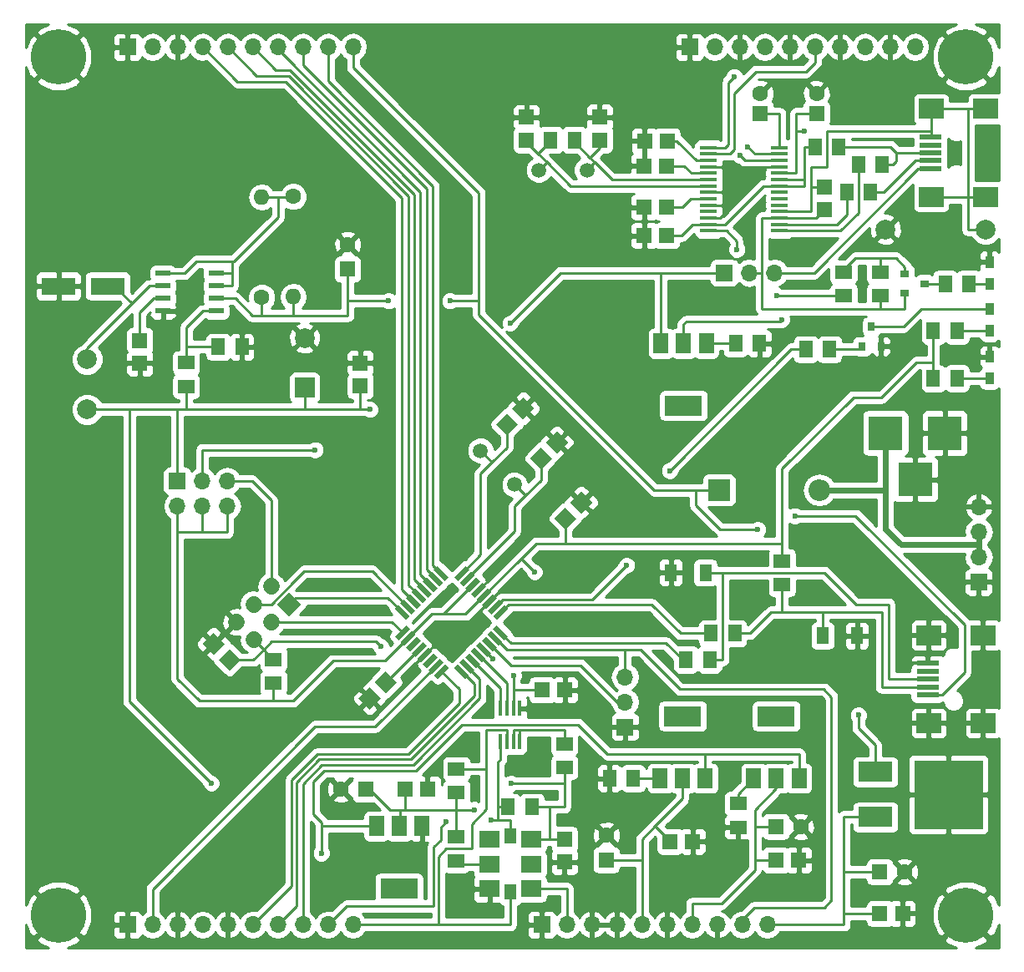
<source format=gtl>
G04 #@! TF.FileFunction,Copper,L1,Top,Signal*
%FSLAX46Y46*%
G04 Gerber Fmt 4.6, Leading zero omitted, Abs format (unit mm)*
G04 Created by KiCad (PCBNEW 4.0.7) date 07/03/20 06:06:01*
%MOMM*%
%LPD*%
G01*
G04 APERTURE LIST*
%ADD10C,0.100000*%
%ADD11C,1.600000*%
%ADD12O,1.600000X1.600000*%
%ADD13R,1.400000X1.700000*%
%ADD14R,2.000000X2.000000*%
%ADD15C,2.000000*%
%ADD16R,1.600000X1.600000*%
%ADD17R,3.500000X1.800000*%
%ADD18R,1.700000X1.400000*%
%ADD19R,1.550000X0.600000*%
%ADD20R,3.500000X2.000000*%
%ADD21R,7.000000X7.000000*%
%ADD22C,1.998980*%
%ADD23C,5.600000*%
%ADD24R,3.500000X3.500000*%
%ADD25R,1.700000X1.700000*%
%ADD26O,1.700000X1.700000*%
%ADD27R,3.800000X2.000000*%
%ADD28R,1.500000X2.000000*%
%ADD29R,1.750000X0.450000*%
%ADD30R,2.150000X1.700000*%
%ADD31R,1.300000X1.550000*%
%ADD32R,2.300000X0.500000*%
%ADD33R,2.500000X2.000000*%
%ADD34C,1.501140*%
%ADD35R,0.900000X1.200000*%
%ADD36R,0.900000X0.800000*%
%ADD37C,1.700000*%
%ADD38R,0.300000X1.600000*%
%ADD39R,2.200000X2.200000*%
%ADD40O,2.200000X2.200000*%
%ADD41R,1.300000X1.700000*%
%ADD42R,0.800000X0.900000*%
%ADD43C,0.600000*%
%ADD44C,0.250000*%
%ADD45C,0.600000*%
%ADD46C,0.254000*%
G04 APERTURE END LIST*
D10*
D11*
X139620000Y-68370000D03*
D12*
X139620000Y-58210000D03*
D13*
X135198000Y-73406000D03*
X137598000Y-73406000D03*
D10*
G36*
X135878198Y-103516827D02*
X134746827Y-104648198D01*
X133615456Y-103516827D01*
X134746827Y-102385456D01*
X135878198Y-103516827D01*
X135878198Y-103516827D01*
G37*
G36*
X137504544Y-105143173D02*
X136373173Y-106274544D01*
X135241802Y-105143173D01*
X136373173Y-104011802D01*
X137504544Y-105143173D01*
X137504544Y-105143173D01*
G37*
D14*
X143960000Y-77510000D03*
D15*
X143960000Y-72510000D03*
D16*
X127254000Y-75064000D03*
X127254000Y-72764000D03*
D17*
X124020000Y-67240000D03*
X119020000Y-67240000D03*
D11*
X142810000Y-58170000D03*
D12*
X142810000Y-68330000D03*
D18*
X131950000Y-77420000D03*
X131950000Y-75020000D03*
D19*
X129600000Y-65965000D03*
X129600000Y-67235000D03*
X129600000Y-68505000D03*
X129600000Y-69775000D03*
X135000000Y-69775000D03*
X135000000Y-68505000D03*
X135000000Y-67235000D03*
X135000000Y-65965000D03*
D20*
X201825000Y-116500000D03*
X201825000Y-121080000D03*
D21*
X209225000Y-118800000D03*
D16*
X178380000Y-59240000D03*
X180680000Y-59240000D03*
D13*
X171310000Y-52420000D03*
X168910000Y-52420000D03*
D16*
X173870000Y-50120000D03*
X173870000Y-52420000D03*
X166460000Y-50130000D03*
X166460000Y-52430000D03*
D22*
X121920000Y-74676000D03*
X121920000Y-79756000D03*
D23*
X211000000Y-44000000D03*
X119000000Y-44000000D03*
X119000000Y-131000000D03*
X211000000Y-131000000D03*
D22*
X213001260Y-61490000D03*
X202841260Y-61490000D03*
D10*
G36*
X172013173Y-90318198D02*
X170881802Y-89186827D01*
X172013173Y-88055456D01*
X173144544Y-89186827D01*
X172013173Y-90318198D01*
X172013173Y-90318198D01*
G37*
G36*
X170386827Y-91944544D02*
X169255456Y-90813173D01*
X170386827Y-89681802D01*
X171518198Y-90813173D01*
X170386827Y-91944544D01*
X170386827Y-91944544D01*
G37*
D24*
X202850000Y-82150000D03*
X208850000Y-82150000D03*
X205850000Y-86850000D03*
D16*
X196670000Y-59470000D03*
X196670000Y-57170000D03*
X195850000Y-49740000D03*
D11*
X195850000Y-47740000D03*
D16*
X178380000Y-62130000D03*
X180680000Y-62130000D03*
X178370000Y-55070000D03*
X180670000Y-55070000D03*
X178410000Y-52530000D03*
X180710000Y-52530000D03*
D10*
G36*
X150561827Y-107906802D02*
X151693198Y-109038173D01*
X150561827Y-110169544D01*
X149430456Y-109038173D01*
X150561827Y-107906802D01*
X150561827Y-107906802D01*
G37*
G36*
X152188173Y-106280456D02*
X153319544Y-107411827D01*
X152188173Y-108543198D01*
X151056802Y-107411827D01*
X152188173Y-106280456D01*
X152188173Y-106280456D01*
G37*
D16*
X148336000Y-65532000D03*
D11*
X148336000Y-63032000D03*
D16*
X190140000Y-49740000D03*
D11*
X190140000Y-47740000D03*
D25*
X183000000Y-43000000D03*
D26*
X185540000Y-43000000D03*
X188080000Y-43000000D03*
X190620000Y-43000000D03*
X193160000Y-43000000D03*
X195700000Y-43000000D03*
X198240000Y-43000000D03*
X200780000Y-43000000D03*
X203320000Y-43000000D03*
X205860000Y-43000000D03*
D25*
X168000000Y-132000000D03*
D26*
X170540000Y-132000000D03*
X173080000Y-132000000D03*
X175620000Y-132000000D03*
X178160000Y-132000000D03*
X180700000Y-132000000D03*
X183240000Y-132000000D03*
X185780000Y-132000000D03*
X188320000Y-132000000D03*
X190860000Y-132000000D03*
D25*
X126000000Y-132000000D03*
D26*
X128540000Y-132000000D03*
X131080000Y-132000000D03*
X133620000Y-132000000D03*
X136160000Y-132000000D03*
X138700000Y-132000000D03*
X141240000Y-132000000D03*
X143780000Y-132000000D03*
X146320000Y-132000000D03*
X148860000Y-132000000D03*
D25*
X126000000Y-43000000D03*
D26*
X128540000Y-43000000D03*
X131080000Y-43000000D03*
X133620000Y-43000000D03*
X136160000Y-43000000D03*
X138700000Y-43000000D03*
X141240000Y-43000000D03*
X143780000Y-43000000D03*
X146320000Y-43000000D03*
X148860000Y-43000000D03*
D13*
X195680000Y-53100000D03*
X198080000Y-53100000D03*
D27*
X153550000Y-128300000D03*
D28*
X153550000Y-122000000D03*
X151250000Y-122000000D03*
X155850000Y-122000000D03*
D29*
X192120000Y-61645000D03*
X192120000Y-60995000D03*
X192120000Y-60345000D03*
X192120000Y-59695000D03*
X192120000Y-59045000D03*
X192120000Y-58395000D03*
X192120000Y-57745000D03*
X192120000Y-57095000D03*
X192120000Y-56445000D03*
X192120000Y-55795000D03*
X192120000Y-55145000D03*
X192120000Y-54495000D03*
X192120000Y-53845000D03*
X192120000Y-53195000D03*
X184920000Y-53195000D03*
X184920000Y-53845000D03*
X184920000Y-54495000D03*
X184920000Y-55145000D03*
X184920000Y-55795000D03*
X184920000Y-56445000D03*
X184920000Y-57095000D03*
X184920000Y-57745000D03*
X184920000Y-58395000D03*
X184920000Y-59045000D03*
X184920000Y-59695000D03*
X184920000Y-60345000D03*
X184920000Y-60995000D03*
X184920000Y-61645000D03*
D30*
X162700000Y-123350000D03*
X162700000Y-125850000D03*
X162700000Y-128350000D03*
X166900000Y-128350000D03*
X166900000Y-125850000D03*
X166900000Y-123350000D03*
D31*
X164800000Y-123000000D03*
X164800000Y-128700000D03*
D27*
X191775000Y-110850000D03*
D28*
X191775000Y-117150000D03*
X194075000Y-117150000D03*
X189475000Y-117150000D03*
D27*
X182275000Y-110850000D03*
D28*
X182275000Y-117150000D03*
X184575000Y-117150000D03*
X179975000Y-117150000D03*
D27*
X182375000Y-79350000D03*
D28*
X182375000Y-73050000D03*
X180075000Y-73050000D03*
X184675000Y-73050000D03*
D32*
X207390000Y-55330000D03*
X207390000Y-54530000D03*
X207390000Y-53730000D03*
X207390000Y-52930000D03*
X207390000Y-52130000D03*
D33*
X207490000Y-58180000D03*
X212990000Y-58180000D03*
X207490000Y-49280000D03*
X212990000Y-49280000D03*
D32*
X207125000Y-108700000D03*
X207125000Y-107900000D03*
X207125000Y-107100000D03*
X207125000Y-106300000D03*
X207125000Y-105500000D03*
D33*
X207225000Y-111550000D03*
X212725000Y-111550000D03*
X207225000Y-102650000D03*
X212725000Y-102650000D03*
D34*
X172570940Y-55470000D03*
X167689060Y-55470000D03*
X165251005Y-87376005D03*
X161798995Y-83923995D03*
D13*
X201310000Y-57720000D03*
X198910000Y-57720000D03*
X202500000Y-54930000D03*
X200100000Y-54930000D03*
D25*
X186500000Y-65900000D03*
D26*
X189040000Y-65900000D03*
X191580000Y-65900000D03*
D35*
X213400000Y-64800000D03*
X213400000Y-67000000D03*
D18*
X202300000Y-68200000D03*
X202300000Y-65800000D03*
X198600000Y-65800000D03*
X198600000Y-68200000D03*
D13*
X208900000Y-67000000D03*
X211300000Y-67000000D03*
D36*
X204800000Y-66050000D03*
X204800000Y-67950000D03*
X206800000Y-67000000D03*
D10*
G36*
X164206334Y-99564555D02*
X164595243Y-99953464D01*
X163463872Y-101084835D01*
X163074963Y-100695926D01*
X164206334Y-99564555D01*
X164206334Y-99564555D01*
G37*
G36*
X163640648Y-98998870D02*
X164029557Y-99387779D01*
X162898186Y-100519150D01*
X162509277Y-100130241D01*
X163640648Y-98998870D01*
X163640648Y-98998870D01*
G37*
G36*
X163074963Y-98433184D02*
X163463872Y-98822093D01*
X162332501Y-99953464D01*
X161943592Y-99564555D01*
X163074963Y-98433184D01*
X163074963Y-98433184D01*
G37*
G36*
X162509278Y-97867499D02*
X162898187Y-98256408D01*
X161766816Y-99387779D01*
X161377907Y-98998870D01*
X162509278Y-97867499D01*
X162509278Y-97867499D01*
G37*
G36*
X161943592Y-97301813D02*
X162332501Y-97690722D01*
X161201130Y-98822093D01*
X160812221Y-98433184D01*
X161943592Y-97301813D01*
X161943592Y-97301813D01*
G37*
G36*
X161377907Y-96736128D02*
X161766816Y-97125037D01*
X160635445Y-98256408D01*
X160246536Y-97867499D01*
X161377907Y-96736128D01*
X161377907Y-96736128D01*
G37*
G36*
X160812221Y-96170443D02*
X161201130Y-96559352D01*
X160069759Y-97690723D01*
X159680850Y-97301814D01*
X160812221Y-96170443D01*
X160812221Y-96170443D01*
G37*
G36*
X160246536Y-95604757D02*
X160635445Y-95993666D01*
X159504074Y-97125037D01*
X159115165Y-96736128D01*
X160246536Y-95604757D01*
X160246536Y-95604757D01*
G37*
G36*
X157064555Y-95993666D02*
X157453464Y-95604757D01*
X158584835Y-96736128D01*
X158195926Y-97125037D01*
X157064555Y-95993666D01*
X157064555Y-95993666D01*
G37*
G36*
X156498870Y-96559352D02*
X156887779Y-96170443D01*
X158019150Y-97301814D01*
X157630241Y-97690723D01*
X156498870Y-96559352D01*
X156498870Y-96559352D01*
G37*
G36*
X155933184Y-97125037D02*
X156322093Y-96736128D01*
X157453464Y-97867499D01*
X157064555Y-98256408D01*
X155933184Y-97125037D01*
X155933184Y-97125037D01*
G37*
G36*
X155367499Y-97690722D02*
X155756408Y-97301813D01*
X156887779Y-98433184D01*
X156498870Y-98822093D01*
X155367499Y-97690722D01*
X155367499Y-97690722D01*
G37*
G36*
X154801813Y-98256408D02*
X155190722Y-97867499D01*
X156322093Y-98998870D01*
X155933184Y-99387779D01*
X154801813Y-98256408D01*
X154801813Y-98256408D01*
G37*
G36*
X154236128Y-98822093D02*
X154625037Y-98433184D01*
X155756408Y-99564555D01*
X155367499Y-99953464D01*
X154236128Y-98822093D01*
X154236128Y-98822093D01*
G37*
G36*
X153670443Y-99387779D02*
X154059352Y-98998870D01*
X155190723Y-100130241D01*
X154801814Y-100519150D01*
X153670443Y-99387779D01*
X153670443Y-99387779D01*
G37*
G36*
X153104757Y-99953464D02*
X153493666Y-99564555D01*
X154625037Y-100695926D01*
X154236128Y-101084835D01*
X153104757Y-99953464D01*
X153104757Y-99953464D01*
G37*
G36*
X154236128Y-101615165D02*
X154625037Y-102004074D01*
X153493666Y-103135445D01*
X153104757Y-102746536D01*
X154236128Y-101615165D01*
X154236128Y-101615165D01*
G37*
G36*
X154801814Y-102180850D02*
X155190723Y-102569759D01*
X154059352Y-103701130D01*
X153670443Y-103312221D01*
X154801814Y-102180850D01*
X154801814Y-102180850D01*
G37*
G36*
X155367499Y-102746536D02*
X155756408Y-103135445D01*
X154625037Y-104266816D01*
X154236128Y-103877907D01*
X155367499Y-102746536D01*
X155367499Y-102746536D01*
G37*
G36*
X155933184Y-103312221D02*
X156322093Y-103701130D01*
X155190722Y-104832501D01*
X154801813Y-104443592D01*
X155933184Y-103312221D01*
X155933184Y-103312221D01*
G37*
G36*
X156498870Y-103877907D02*
X156887779Y-104266816D01*
X155756408Y-105398187D01*
X155367499Y-105009278D01*
X156498870Y-103877907D01*
X156498870Y-103877907D01*
G37*
G36*
X157064555Y-104443592D02*
X157453464Y-104832501D01*
X156322093Y-105963872D01*
X155933184Y-105574963D01*
X157064555Y-104443592D01*
X157064555Y-104443592D01*
G37*
G36*
X157630241Y-105009277D02*
X158019150Y-105398186D01*
X156887779Y-106529557D01*
X156498870Y-106140648D01*
X157630241Y-105009277D01*
X157630241Y-105009277D01*
G37*
G36*
X158195926Y-105574963D02*
X158584835Y-105963872D01*
X157453464Y-107095243D01*
X157064555Y-106706334D01*
X158195926Y-105574963D01*
X158195926Y-105574963D01*
G37*
G36*
X159115165Y-105963872D02*
X159504074Y-105574963D01*
X160635445Y-106706334D01*
X160246536Y-107095243D01*
X159115165Y-105963872D01*
X159115165Y-105963872D01*
G37*
G36*
X159680850Y-105398186D02*
X160069759Y-105009277D01*
X161201130Y-106140648D01*
X160812221Y-106529557D01*
X159680850Y-105398186D01*
X159680850Y-105398186D01*
G37*
G36*
X160246536Y-104832501D02*
X160635445Y-104443592D01*
X161766816Y-105574963D01*
X161377907Y-105963872D01*
X160246536Y-104832501D01*
X160246536Y-104832501D01*
G37*
G36*
X160812221Y-104266816D02*
X161201130Y-103877907D01*
X162332501Y-105009278D01*
X161943592Y-105398187D01*
X160812221Y-104266816D01*
X160812221Y-104266816D01*
G37*
G36*
X161377907Y-103701130D02*
X161766816Y-103312221D01*
X162898187Y-104443592D01*
X162509278Y-104832501D01*
X161377907Y-103701130D01*
X161377907Y-103701130D01*
G37*
G36*
X161943592Y-103135445D02*
X162332501Y-102746536D01*
X163463872Y-103877907D01*
X163074963Y-104266816D01*
X161943592Y-103135445D01*
X161943592Y-103135445D01*
G37*
G36*
X162509277Y-102569759D02*
X162898186Y-102180850D01*
X164029557Y-103312221D01*
X163640648Y-103701130D01*
X162509277Y-102569759D01*
X162509277Y-102569759D01*
G37*
G36*
X163074963Y-102004074D02*
X163463872Y-101615165D01*
X164595243Y-102746536D01*
X164206334Y-103135445D01*
X163074963Y-102004074D01*
X163074963Y-102004074D01*
G37*
G36*
X143602082Y-99500000D02*
X142400000Y-100702082D01*
X141197918Y-99500000D01*
X142400000Y-98297918D01*
X143602082Y-99500000D01*
X143602082Y-99500000D01*
G37*
D37*
X140603949Y-97703949D02*
X140603949Y-97703949D01*
X140603949Y-101296051D02*
X140603949Y-101296051D01*
X138807898Y-99500000D02*
X138807898Y-99500000D01*
X138807898Y-103092102D02*
X138807898Y-103092102D01*
X137011846Y-101296051D02*
X137011846Y-101296051D01*
D25*
X131040000Y-87010000D03*
D26*
X131040000Y-89550000D03*
X133580000Y-87010000D03*
X133580000Y-89550000D03*
X136120000Y-87010000D03*
X136120000Y-89550000D03*
D13*
X182620000Y-105110000D03*
X185020000Y-105110000D03*
X185150000Y-102450000D03*
X187550000Y-102450000D03*
D18*
X192350000Y-95100000D03*
X192350000Y-97500000D03*
D10*
G36*
X169538173Y-84218198D02*
X168406802Y-83086827D01*
X169538173Y-81955456D01*
X170669544Y-83086827D01*
X169538173Y-84218198D01*
X169538173Y-84218198D01*
G37*
G36*
X167911827Y-85844544D02*
X166780456Y-84713173D01*
X167911827Y-83581802D01*
X169043198Y-84713173D01*
X167911827Y-85844544D01*
X167911827Y-85844544D01*
G37*
G36*
X166113173Y-80768198D02*
X164981802Y-79636827D01*
X166113173Y-78505456D01*
X167244544Y-79636827D01*
X166113173Y-80768198D01*
X166113173Y-80768198D01*
G37*
G36*
X164486827Y-82394544D02*
X163355456Y-81263173D01*
X164486827Y-80131802D01*
X165618198Y-81263173D01*
X164486827Y-82394544D01*
X164486827Y-82394544D01*
G37*
D38*
X165775000Y-110050000D03*
X165125000Y-110050000D03*
X164475000Y-110050000D03*
X163825000Y-110050000D03*
X163825000Y-113450000D03*
X164475000Y-113450000D03*
X165125000Y-113450000D03*
X165775000Y-113450000D03*
D16*
X156420000Y-118240000D03*
X154120000Y-118240000D03*
X170300000Y-125640000D03*
X170300000Y-123340000D03*
D18*
X170300000Y-116050000D03*
X170300000Y-113650000D03*
X159350000Y-118575000D03*
X159350000Y-116175000D03*
D13*
X167000000Y-120050000D03*
X164600000Y-120050000D03*
D18*
X159350000Y-123100000D03*
X159350000Y-125500000D03*
D16*
X170350000Y-108200000D03*
X168050000Y-108200000D03*
X150150000Y-118250000D03*
D11*
X147650000Y-118250000D03*
D39*
X185975000Y-87925000D03*
D40*
X196135000Y-87925000D03*
D16*
X191750000Y-122050000D03*
D11*
X194250000Y-122050000D03*
D16*
X174550000Y-125430000D03*
D11*
X174550000Y-122930000D03*
D16*
X202270000Y-126630000D03*
D11*
X204770000Y-126630000D03*
D16*
X194050000Y-125450000D03*
X191750000Y-125450000D03*
X183310000Y-123550000D03*
X181010000Y-123550000D03*
X204570000Y-130860000D03*
X202270000Y-130860000D03*
D18*
X187890000Y-119710000D03*
X187890000Y-122110000D03*
D13*
X177270000Y-117150000D03*
X174870000Y-117150000D03*
D41*
X184590000Y-96300000D03*
X181090000Y-96300000D03*
X196480000Y-102680000D03*
X199980000Y-102680000D03*
D16*
X149606000Y-75050000D03*
X149606000Y-77350000D03*
D35*
X213400000Y-69550000D03*
X213400000Y-71750000D03*
X213400000Y-74400000D03*
X213400000Y-76600000D03*
D13*
X194775000Y-73650000D03*
X197175000Y-73650000D03*
X207700000Y-76600000D03*
X210100000Y-76600000D03*
D18*
X140800000Y-107500000D03*
X140800000Y-105100000D03*
D25*
X212300000Y-97250000D03*
D26*
X212300000Y-94710000D03*
X212300000Y-92170000D03*
X212300000Y-89630000D03*
D25*
X176425000Y-111950000D03*
D26*
X176425000Y-109410000D03*
X176425000Y-106870000D03*
D13*
X187650000Y-73050000D03*
X190050000Y-73050000D03*
D42*
X200475000Y-73350000D03*
X202375000Y-73350000D03*
X201425000Y-71350000D03*
D13*
X207700000Y-71775000D03*
X210100000Y-71775000D03*
D43*
X127250000Y-77350000D03*
X137775000Y-76375000D03*
X167500000Y-78250000D03*
X171050000Y-81575000D03*
X186750000Y-76800000D03*
X198075000Y-71300000D03*
X192550000Y-72350000D03*
X201950000Y-76100000D03*
X210350000Y-74400000D03*
X201300000Y-105900000D03*
X203000000Y-110725000D03*
X168075000Y-89325000D03*
X167000000Y-91675000D03*
X165100000Y-93950000D03*
X177525000Y-101475000D03*
X182175000Y-99475000D03*
X176650000Y-97900000D03*
X168400000Y-94900000D03*
X170625000Y-97300000D03*
X174750000Y-95525000D03*
X148725000Y-97500000D03*
X148725000Y-99975000D03*
X150550000Y-93800000D03*
X148725000Y-102275000D03*
X143150000Y-102275000D03*
X175150000Y-59225000D03*
X175150000Y-62100000D03*
X187075000Y-69350000D03*
X182025000Y-67150000D03*
X178375000Y-64300000D03*
X183100000Y-125975000D03*
X186675000Y-125325000D03*
X167510000Y-114120000D03*
X165575000Y-116125000D03*
X161175000Y-117650000D03*
X162425000Y-110250000D03*
X176975000Y-49625000D03*
X195550000Y-113250000D03*
X192500000Y-113250000D03*
X188675000Y-113250000D03*
X185200000Y-113250000D03*
X181775000Y-113250000D03*
X170300000Y-54550000D03*
X175775000Y-54650000D03*
X204600000Y-105225000D03*
X194750000Y-98700000D03*
X188725000Y-98875000D03*
X189200000Y-106175000D03*
X191425000Y-102825000D03*
X196950000Y-106050000D03*
X186700000Y-57800000D03*
X188800000Y-61200000D03*
X159510000Y-128350000D03*
X155825000Y-131050000D03*
X154850000Y-125250000D03*
X164900000Y-101300000D03*
X165900000Y-97525000D03*
X170250000Y-101300000D03*
X157175000Y-116150000D03*
X160875000Y-113525000D03*
X173900000Y-105625000D03*
X173000000Y-109800000D03*
X148725000Y-104250000D03*
X148725000Y-107200000D03*
X143750000Y-105400000D03*
X196240000Y-63160000D03*
X196290000Y-67010000D03*
X200380000Y-67000000D03*
X193310000Y-67010000D03*
X157860000Y-102750000D03*
X158310000Y-98370000D03*
X161170000Y-101210000D03*
X162780000Y-96240000D03*
X154690000Y-106580000D03*
X209980000Y-53660000D03*
X204660000Y-52580000D03*
X209360000Y-63060000D03*
X212890000Y-55410000D03*
X212890000Y-51990000D03*
X167510000Y-110380000D03*
X168800000Y-118860000D03*
X189100000Y-56100000D03*
X187500000Y-46000000D03*
X200100000Y-110750000D03*
X189900000Y-91925000D03*
X152480000Y-68750000D03*
X158690000Y-68750000D03*
X188100000Y-54000000D03*
X188900000Y-53100000D03*
X192325000Y-70625000D03*
X194600000Y-51500000D03*
X150575000Y-79750000D03*
X164800000Y-71000000D03*
X145650000Y-124725000D03*
X134500000Y-117650000D03*
X161175000Y-120325000D03*
X164875000Y-117650000D03*
X163075000Y-105000000D03*
X151700000Y-103800000D03*
X167275000Y-96225000D03*
X165125000Y-106725000D03*
X187775000Y-63525000D03*
X191825000Y-68200000D03*
X145025000Y-83850000D03*
X193650000Y-90525000D03*
X158280000Y-121590000D03*
X162890000Y-121370000D03*
X176600000Y-95550000D03*
X180975000Y-85950000D03*
D44*
X127254000Y-75064000D02*
X127254000Y-77346000D01*
X127254000Y-77346000D02*
X127250000Y-77350000D01*
X166113173Y-79636827D02*
X167500000Y-78250000D01*
X169538173Y-83086827D02*
X171050000Y-81575000D01*
X190050000Y-74875000D02*
X188125000Y-76800000D01*
X188125000Y-76800000D02*
X186750000Y-76800000D01*
X190050000Y-73050000D02*
X190050000Y-74875000D01*
X193600000Y-71300000D02*
X198075000Y-71300000D01*
X192550000Y-72350000D02*
X193600000Y-71300000D01*
X202375000Y-73350000D02*
X202375000Y-75675000D01*
X202375000Y-75675000D02*
X201950000Y-76100000D01*
X213400000Y-74400000D02*
X210350000Y-74400000D01*
X207225000Y-111550000D02*
X203825000Y-111550000D01*
X203825000Y-111550000D02*
X203000000Y-110725000D01*
X172013173Y-89186827D02*
X171961827Y-89186827D01*
X171961827Y-89186827D02*
X170750000Y-87975000D01*
X170750000Y-87975000D02*
X169425000Y-87975000D01*
X169425000Y-87975000D02*
X168075000Y-89325000D01*
X167000000Y-91675000D02*
X165100000Y-93575000D01*
X165100000Y-93575000D02*
X165100000Y-93950000D01*
X181090000Y-96300000D02*
X179525000Y-96300000D01*
X168400000Y-95075000D02*
X168400000Y-94900000D01*
X170625000Y-97300000D02*
X168400000Y-95075000D01*
X175900000Y-94375000D02*
X174750000Y-95525000D01*
X177600000Y-94375000D02*
X175900000Y-94375000D01*
X179525000Y-96300000D02*
X177600000Y-94375000D01*
X148725000Y-102275000D02*
X143150000Y-102275000D01*
X175165000Y-59240000D02*
X175150000Y-59225000D01*
X175165000Y-59240000D02*
X178380000Y-59240000D01*
X178380000Y-62130000D02*
X178380000Y-64295000D01*
X184225000Y-69350000D02*
X187075000Y-69350000D01*
X182025000Y-67150000D02*
X184225000Y-69350000D01*
X178380000Y-64295000D02*
X178375000Y-64300000D01*
X187890000Y-122110000D02*
X187890000Y-124110000D01*
X187890000Y-124110000D02*
X186675000Y-125325000D01*
X167510000Y-114120000D02*
X167510000Y-114190000D01*
X167510000Y-114190000D02*
X165575000Y-116125000D01*
X176425000Y-111950000D02*
X178525000Y-111950000D01*
X192500000Y-113250000D02*
X195550000Y-113250000D01*
X185200000Y-113250000D02*
X188675000Y-113250000D01*
X179825000Y-113250000D02*
X181775000Y-113250000D01*
X178525000Y-111950000D02*
X179825000Y-113250000D01*
X178370000Y-55070000D02*
X176195000Y-55070000D01*
X176195000Y-55070000D02*
X175775000Y-54650000D01*
X187100000Y-55145000D02*
X187100000Y-56575000D01*
X187100000Y-56575000D02*
X187862500Y-57337500D01*
X207125000Y-105500000D02*
X204875000Y-105500000D01*
X204875000Y-105500000D02*
X204600000Y-105225000D01*
X199980000Y-102680000D02*
X199980000Y-105620000D01*
X188800000Y-98950000D02*
X188800000Y-99025000D01*
X188725000Y-98875000D02*
X188800000Y-98950000D01*
X189200000Y-105050000D02*
X189200000Y-106175000D01*
X191425000Y-102825000D02*
X189200000Y-105050000D01*
X199550000Y-106050000D02*
X196950000Y-106050000D01*
X199980000Y-105620000D02*
X199550000Y-106050000D01*
X162700000Y-128350000D02*
X159510000Y-128350000D01*
X155850000Y-122000000D02*
X155850000Y-124250000D01*
X155850000Y-124250000D02*
X154850000Y-125250000D01*
X170250000Y-101300000D02*
X164900000Y-101300000D01*
X164375000Y-97525000D02*
X162706676Y-99193324D01*
X164375000Y-97525000D02*
X165900000Y-97525000D01*
X162703732Y-99193324D02*
X162706676Y-99193324D01*
X156420000Y-116905000D02*
X157175000Y-116150000D01*
X156420000Y-118240000D02*
X156420000Y-116905000D01*
X176425000Y-111950000D02*
X173925000Y-111950000D01*
X173000000Y-111025000D02*
X173000000Y-109800000D01*
X173925000Y-111950000D02*
X173000000Y-111025000D01*
X148725000Y-104250000D02*
X144900000Y-104250000D01*
X150561827Y-109036827D02*
X148725000Y-107200000D01*
X144900000Y-104250000D02*
X143750000Y-105400000D01*
X150561827Y-109038173D02*
X150561827Y-109036827D01*
X193310000Y-67010000D02*
X196290000Y-67010000D01*
X157860000Y-103330000D02*
X157860000Y-102750000D01*
X158310000Y-98370000D02*
X158310000Y-98360000D01*
X161170000Y-101210000D02*
X161150000Y-101210000D01*
X161170000Y-100710000D02*
X161170000Y-101210000D01*
X162686676Y-99193324D02*
X161170000Y-100710000D01*
X157435686Y-103330000D02*
X156127639Y-104638047D01*
X159030000Y-103330000D02*
X157860000Y-103330000D01*
X157860000Y-103330000D02*
X157435686Y-103330000D01*
X161150000Y-101210000D02*
X159030000Y-103330000D01*
X162703732Y-99193324D02*
X162703732Y-99186268D01*
X162703732Y-99193324D02*
X162686676Y-99193324D01*
X161572361Y-98061953D02*
X161578047Y-98061953D01*
X161578047Y-98061953D02*
X162780000Y-96860000D01*
X162780000Y-96860000D02*
X162780000Y-96240000D01*
X161572361Y-98061953D02*
X161568047Y-98061953D01*
X156127639Y-104638047D02*
X156121953Y-104638047D01*
X156121953Y-104638047D02*
X154690000Y-106070000D01*
X154690000Y-106070000D02*
X154690000Y-106580000D01*
X212890000Y-51990000D02*
X212890000Y-55410000D01*
X211100000Y-64800000D02*
X209360000Y-63060000D01*
X211100000Y-64800000D02*
X213400000Y-64800000D01*
X167180000Y-110050000D02*
X167510000Y-110380000D01*
X165775000Y-110050000D02*
X167180000Y-110050000D01*
X186700000Y-57800000D02*
X187400000Y-57800000D01*
X187400000Y-57800000D02*
X187862500Y-57337500D01*
X187862500Y-57337500D02*
X189100000Y-56100000D01*
X186700000Y-57800000D02*
X187000000Y-57800000D01*
X186645000Y-57745000D02*
X186700000Y-57800000D01*
X184920000Y-57745000D02*
X186645000Y-57745000D01*
X187000000Y-57800000D02*
X187700000Y-58500000D01*
X184920000Y-59045000D02*
X187155000Y-59045000D01*
X187155000Y-59045000D02*
X187700000Y-58500000D01*
X187700000Y-58500000D02*
X188400000Y-57800000D01*
X184920000Y-60345000D02*
X186055000Y-60345000D01*
X188400000Y-58000000D02*
X188400000Y-57800000D01*
X188400000Y-57800000D02*
X188400000Y-57100000D01*
X186055000Y-60345000D02*
X188400000Y-58000000D01*
X192120000Y-55145000D02*
X187100000Y-55145000D01*
X187100000Y-55145000D02*
X184920000Y-55145000D01*
X124020000Y-67240000D02*
X124680000Y-67240000D01*
X124680000Y-67240000D02*
X126450000Y-69010000D01*
X129600000Y-67235000D02*
X128225000Y-67235000D01*
X121920000Y-73540000D02*
X121920000Y-74676000D01*
X128225000Y-67235000D02*
X126450000Y-69010000D01*
X126450000Y-69010000D02*
X121920000Y-73540000D01*
X121920000Y-74090000D02*
X121920000Y-74676000D01*
X124025000Y-67235000D02*
X124020000Y-67240000D01*
X202300000Y-68200000D02*
X202300000Y-69525000D01*
X204800000Y-67950000D02*
X204800000Y-69525000D01*
X190300000Y-69525000D02*
X202300000Y-69525000D01*
X202300000Y-69525000D02*
X204800000Y-69525000D01*
X190300000Y-66750000D02*
X190300000Y-69525000D01*
X189040000Y-65900000D02*
X190300000Y-65900000D01*
X192120000Y-60345000D02*
X190300000Y-60345000D01*
X190300000Y-66750000D02*
X190300000Y-65900000D01*
X190300000Y-65900000D02*
X190300000Y-60345000D01*
X192120000Y-60345000D02*
X195795000Y-60345000D01*
X195795000Y-60345000D02*
X196670000Y-59470000D01*
X184920000Y-53195000D02*
X186605000Y-53195000D01*
X186900000Y-46600000D02*
X187500000Y-46000000D01*
X186900000Y-52900000D02*
X186900000Y-46600000D01*
X186605000Y-53195000D02*
X186900000Y-52900000D01*
X202270000Y-130860000D02*
X198620000Y-130860000D01*
X202270000Y-126630000D02*
X198620000Y-126630000D01*
X190860000Y-132000000D02*
X198620000Y-132000000D01*
X198620000Y-121080000D02*
X198620000Y-126630000D01*
X198620000Y-126630000D02*
X198620000Y-130860000D01*
X198620000Y-130860000D02*
X198620000Y-132000000D01*
X201825000Y-121080000D02*
X198620000Y-121080000D01*
X201825000Y-113750000D02*
X201825000Y-116500000D01*
X200100000Y-112025000D02*
X201825000Y-113750000D01*
X200100000Y-110750000D02*
X200100000Y-112025000D01*
X183650000Y-87925000D02*
X183650000Y-89500000D01*
X186075000Y-91925000D02*
X189900000Y-91925000D01*
X183650000Y-89500000D02*
X186075000Y-91925000D01*
X161625000Y-68750000D02*
X161625000Y-57835000D01*
X185975000Y-87925000D02*
X183650000Y-87925000D01*
X183650000Y-87925000D02*
X179400000Y-87925000D01*
X161625000Y-70150000D02*
X161625000Y-68750000D01*
X179400000Y-87925000D02*
X161625000Y-70150000D01*
X161625000Y-68750000D02*
X158690000Y-68750000D01*
X152480000Y-68750000D02*
X148336000Y-68750000D01*
X148860000Y-43000000D02*
X148860000Y-45070000D01*
X148860000Y-45070000D02*
X161625000Y-57835000D01*
X139620000Y-68370000D02*
X139620000Y-70210000D01*
X142810000Y-68330000D02*
X142810000Y-70210000D01*
X148336000Y-65532000D02*
X148336000Y-68750000D01*
X148336000Y-68750000D02*
X148336000Y-70210000D01*
X142810000Y-70210000D02*
X148336000Y-70210000D01*
X135000000Y-68505000D02*
X136925000Y-68505000D01*
X138630000Y-70210000D02*
X139620000Y-70210000D01*
X139620000Y-70210000D02*
X142810000Y-70210000D01*
X136925000Y-68505000D02*
X138630000Y-70210000D01*
X127254000Y-72764000D02*
X127254000Y-69906000D01*
X128655000Y-68505000D02*
X129600000Y-68505000D01*
X127254000Y-69906000D02*
X128655000Y-68505000D01*
X135000000Y-65965000D02*
X136600000Y-65965000D01*
X136600000Y-67235000D02*
X136600000Y-65965000D01*
X136600000Y-65965000D02*
X136600000Y-64760000D01*
X135000000Y-67235000D02*
X136600000Y-67235000D01*
X141260000Y-58190000D02*
X139640000Y-58190000D01*
X139640000Y-58190000D02*
X139620000Y-58210000D01*
X142790000Y-58190000D02*
X141260000Y-58190000D01*
X131765000Y-65965000D02*
X132970000Y-64760000D01*
X131765000Y-65965000D02*
X129600000Y-65965000D01*
X132970000Y-64760000D02*
X136600000Y-64760000D01*
X136600000Y-64760000D02*
X136780000Y-64760000D01*
X141260000Y-60280000D02*
X141260000Y-58190000D01*
X136780000Y-64760000D02*
X141260000Y-60280000D01*
X142790000Y-58190000D02*
X142810000Y-58170000D01*
X135198000Y-73406000D02*
X131950000Y-73406000D01*
X131950000Y-75020000D02*
X131950000Y-73406000D01*
X131950000Y-73406000D02*
X131950000Y-71460000D01*
X133635000Y-69775000D02*
X135000000Y-69775000D01*
X131950000Y-71460000D02*
X133635000Y-69775000D01*
X192120000Y-54495000D02*
X188595000Y-54495000D01*
X188595000Y-54495000D02*
X188100000Y-54000000D01*
X192120000Y-53845000D02*
X189645000Y-53845000D01*
X189645000Y-53845000D02*
X188900000Y-53100000D01*
X184920000Y-55795000D02*
X183170000Y-55795000D01*
X182445000Y-55070000D02*
X180670000Y-55070000D01*
X183170000Y-55795000D02*
X182445000Y-55070000D01*
X184920000Y-54495000D02*
X183670000Y-54495000D01*
X181705000Y-52530000D02*
X180710000Y-52530000D01*
X183670000Y-54495000D02*
X181705000Y-52530000D01*
X184920000Y-53845000D02*
X187055000Y-53845000D01*
X195700000Y-44600000D02*
X195700000Y-43000000D01*
X194800000Y-45500000D02*
X195700000Y-44600000D01*
X189700000Y-45500000D02*
X194800000Y-45500000D01*
X187500000Y-47700000D02*
X189700000Y-45500000D01*
X187500000Y-53400000D02*
X187500000Y-47700000D01*
X187055000Y-53845000D02*
X187500000Y-53400000D01*
X213001260Y-61490000D02*
X211200000Y-61490000D01*
X211200000Y-58180000D02*
X211200000Y-61490000D01*
X211200000Y-49280000D02*
X211200000Y-58180000D01*
X207490000Y-58180000D02*
X211200000Y-58180000D01*
X211200000Y-58180000D02*
X212990000Y-58180000D01*
X207490000Y-49280000D02*
X211200000Y-49280000D01*
X211200000Y-49280000D02*
X212990000Y-49280000D01*
X196670000Y-57170000D02*
X195260000Y-57170000D01*
X196880000Y-51500000D02*
X207490000Y-51500000D01*
X196880000Y-52140000D02*
X196880000Y-51500000D01*
X207490000Y-49280000D02*
X207490000Y-51500000D01*
X207490000Y-51500000D02*
X207490000Y-52030000D01*
X207490000Y-52030000D02*
X207390000Y-52130000D01*
X196880000Y-55180000D02*
X196880000Y-52140000D01*
X195260000Y-55180000D02*
X196670000Y-55180000D01*
X196670000Y-55180000D02*
X196880000Y-55180000D01*
X195260000Y-59695000D02*
X195260000Y-57170000D01*
X195260000Y-57170000D02*
X195260000Y-55180000D01*
X192120000Y-59695000D02*
X195260000Y-59695000D01*
X182375000Y-71100000D02*
X182375000Y-73050000D01*
X182650000Y-70825000D02*
X182375000Y-71100000D01*
X192125000Y-70825000D02*
X182650000Y-70825000D01*
X192325000Y-70625000D02*
X192125000Y-70825000D01*
X194600000Y-51500000D02*
X193760000Y-51500000D01*
X193760000Y-53360000D02*
X193760000Y-51500000D01*
X193760000Y-51500000D02*
X193760000Y-49740000D01*
X195850000Y-49740000D02*
X193760000Y-49740000D01*
X193760000Y-55795000D02*
X193760000Y-53360000D01*
X192120000Y-55795000D02*
X193760000Y-55795000D01*
X195850000Y-49740000D02*
X195850000Y-49800000D01*
X184920000Y-60995000D02*
X183305000Y-60995000D01*
X182170000Y-62130000D02*
X180680000Y-62130000D01*
X183305000Y-60995000D02*
X182170000Y-62130000D01*
X192120000Y-57095000D02*
X190505000Y-57095000D01*
X186605000Y-60995000D02*
X184920000Y-60995000D01*
X190505000Y-57095000D02*
X186605000Y-60995000D01*
X192120000Y-56445000D02*
X194610000Y-56445000D01*
X195680000Y-53100000D02*
X194610000Y-53100000D01*
X194610000Y-57095000D02*
X194610000Y-56445000D01*
X194610000Y-56445000D02*
X194610000Y-53100000D01*
X192120000Y-57095000D02*
X194610000Y-57095000D01*
X172570940Y-55470000D02*
X172570940Y-55454060D01*
X172570940Y-55454060D02*
X173350000Y-54675000D01*
X173870000Y-52420000D02*
X173870000Y-53255000D01*
X173870000Y-53255000D02*
X172900000Y-54225000D01*
X171310000Y-52420000D02*
X171310000Y-52635000D01*
X171310000Y-52635000D02*
X172900000Y-54225000D01*
X172900000Y-54225000D02*
X173350000Y-54675000D01*
X173350000Y-54675000D02*
X175120000Y-56445000D01*
X175120000Y-56445000D02*
X184920000Y-56445000D01*
X143960000Y-77510000D02*
X143960000Y-79756000D01*
X180075000Y-73050000D02*
X180075000Y-65900000D01*
X186500000Y-65900000D02*
X180075000Y-65900000D01*
X180075000Y-65900000D02*
X169900000Y-65900000D01*
X150575000Y-79750000D02*
X150575000Y-79756000D01*
X169900000Y-65900000D02*
X164800000Y-71000000D01*
X150575000Y-79756000D02*
X143960000Y-79756000D01*
X143960000Y-79756000D02*
X121920000Y-79756000D01*
X145650000Y-122000000D02*
X145650000Y-121600000D01*
X145650000Y-121600000D02*
X144800000Y-120750000D01*
X126175000Y-79756000D02*
X126175000Y-109325000D01*
X145650000Y-124075000D02*
X145650000Y-122000000D01*
X145650000Y-124725000D02*
X145650000Y-124075000D01*
X126175000Y-109325000D02*
X134500000Y-117650000D01*
X151250000Y-122000000D02*
X145650000Y-122000000D01*
X144800000Y-117475000D02*
X144800000Y-120750000D01*
X177100000Y-114700000D02*
X174675000Y-114700000D01*
X183675000Y-114700000D02*
X184575000Y-114700000D01*
X183675000Y-114700000D02*
X177100000Y-114700000D01*
X174675000Y-114700000D02*
X171675000Y-111700000D01*
X171675000Y-111700000D02*
X159925000Y-111700000D01*
X159925000Y-111700000D02*
X155275000Y-116350000D01*
X155275000Y-116350000D02*
X145925000Y-116350000D01*
X145925000Y-116350000D02*
X144800000Y-117475000D01*
X184575000Y-117150000D02*
X184575000Y-114700000D01*
X194075000Y-117150000D02*
X194075000Y-114700000D01*
X184575000Y-114700000D02*
X194075000Y-114700000D01*
X131040000Y-87010000D02*
X131040000Y-79756000D01*
X131950000Y-77420000D02*
X131950000Y-79756000D01*
X149606000Y-77350000D02*
X149606000Y-79750000D01*
X149606000Y-79750000D02*
X149606000Y-79756000D01*
X121920000Y-79756000D02*
X126175000Y-79756000D01*
X126175000Y-79756000D02*
X131040000Y-79756000D01*
X131040000Y-79756000D02*
X131950000Y-79756000D01*
X131950000Y-79756000D02*
X149606000Y-79756000D01*
X180680000Y-59240000D02*
X182260000Y-59240000D01*
X182260000Y-59240000D02*
X183105000Y-58395000D01*
X184920000Y-58395000D02*
X183105000Y-58395000D01*
X192120000Y-53195000D02*
X192120000Y-49740000D01*
X190140000Y-49740000D02*
X192120000Y-49740000D01*
X168910000Y-52420000D02*
X168910000Y-52565000D01*
X168910000Y-52565000D02*
X167650000Y-53825000D01*
X167689060Y-55470000D02*
X167705000Y-55470000D01*
X167705000Y-55470000D02*
X168500000Y-54675000D01*
X166460000Y-52430000D02*
X166460000Y-52635000D01*
X166460000Y-52635000D02*
X167650000Y-53825000D01*
X167650000Y-53825000D02*
X168500000Y-54675000D01*
X168500000Y-54675000D02*
X170920000Y-57095000D01*
X170920000Y-57095000D02*
X184920000Y-57095000D01*
D45*
X196135000Y-87925000D02*
X202850000Y-87925000D01*
X212300000Y-93450000D02*
X204400000Y-93450000D01*
X204400000Y-93450000D02*
X202850000Y-91900000D01*
X202850000Y-91900000D02*
X202850000Y-87925000D01*
X202850000Y-87925000D02*
X202850000Y-85350000D01*
X202850000Y-85350000D02*
X202850000Y-82150000D01*
X212300000Y-92170000D02*
X212300000Y-93450000D01*
X212300000Y-93450000D02*
X212300000Y-94710000D01*
D44*
X170540000Y-132000000D02*
X170540000Y-128350000D01*
X166900000Y-128350000D02*
X170540000Y-128350000D01*
X181010000Y-123550000D02*
X181010000Y-123510000D01*
X181010000Y-123510000D02*
X179487500Y-121987500D01*
X174550000Y-125430000D02*
X178140000Y-125430000D01*
X178140000Y-125430000D02*
X178160000Y-125450000D01*
X182275000Y-117150000D02*
X182275000Y-119200000D01*
X178160000Y-123315000D02*
X178160000Y-125450000D01*
X178160000Y-125450000D02*
X178160000Y-132000000D01*
X182275000Y-119200000D02*
X181025000Y-120450000D01*
X181025000Y-120450000D02*
X179487500Y-121987500D01*
X179487500Y-121987500D02*
X178160000Y-123315000D01*
X191750000Y-125450000D02*
X189625000Y-125450000D01*
X191750000Y-122050000D02*
X189625000Y-122050000D01*
X183240000Y-132000000D02*
X183240000Y-129850000D01*
X191775000Y-117150000D02*
X191775000Y-118200000D01*
X186200000Y-129850000D02*
X183240000Y-129850000D01*
X189625000Y-126425000D02*
X186200000Y-129850000D01*
X189625000Y-120350000D02*
X189625000Y-122050000D01*
X189625000Y-122050000D02*
X189625000Y-125450000D01*
X189625000Y-125450000D02*
X189625000Y-126425000D01*
X191775000Y-118200000D02*
X189625000Y-120350000D01*
X202500000Y-54930000D02*
X203610000Y-54930000D01*
X203940000Y-54600000D02*
X203940000Y-53730000D01*
X203610000Y-54930000D02*
X203940000Y-54600000D01*
X207390000Y-53730000D02*
X203940000Y-53730000D01*
X203310000Y-53100000D02*
X198080000Y-53100000D01*
X203940000Y-53730000D02*
X203310000Y-53100000D01*
X150150000Y-118250000D02*
X150550000Y-118250000D01*
X150550000Y-118250000D02*
X152625000Y-120325000D01*
X152625000Y-120325000D02*
X153600000Y-120325000D01*
X154120000Y-118240000D02*
X154120000Y-120325000D01*
X168770000Y-123350000D02*
X168770000Y-120050000D01*
X166900000Y-123350000D02*
X168770000Y-123350000D01*
X168770000Y-123350000D02*
X170290000Y-123350000D01*
X170290000Y-123350000D02*
X170300000Y-123340000D01*
X170300000Y-118000000D02*
X170300000Y-120050000D01*
X170300000Y-117620000D02*
X170300000Y-118000000D01*
X168770000Y-120050000D02*
X170300000Y-120050000D01*
X167000000Y-120050000D02*
X168770000Y-120050000D01*
X170300000Y-116050000D02*
X170300000Y-117620000D01*
X170300000Y-117620000D02*
X170300000Y-117650000D01*
X159350000Y-118575000D02*
X159350000Y-120325000D01*
X159350000Y-123100000D02*
X159350000Y-120325000D01*
X161175000Y-120325000D02*
X159350000Y-120325000D01*
X159350000Y-120325000D02*
X154120000Y-120325000D01*
X154120000Y-120325000D02*
X153600000Y-120325000D01*
X170300000Y-117650000D02*
X170025000Y-117650000D01*
X170025000Y-117650000D02*
X164875000Y-117650000D01*
X153600000Y-120325000D02*
X153600000Y-121950000D01*
X153600000Y-121950000D02*
X153550000Y-122000000D01*
X166900000Y-123350000D02*
X166900000Y-123175000D01*
X162138047Y-104072361D02*
X162147361Y-104072361D01*
X162147361Y-104072361D02*
X163075000Y-105000000D01*
X139800000Y-104100000D02*
X140600000Y-103300000D01*
X151200000Y-103300000D02*
X151700000Y-103800000D01*
X140600000Y-103300000D02*
X151200000Y-103300000D01*
X136373173Y-105143173D02*
X138756827Y-105143173D01*
X138756827Y-105143173D02*
X139800000Y-104100000D01*
X138807898Y-103092102D02*
X138807898Y-103107898D01*
X138807898Y-103107898D02*
X139800000Y-104100000D01*
X139800000Y-104100000D02*
X140800000Y-105100000D01*
X207700000Y-74975000D02*
X205975000Y-74975000D01*
X199600000Y-78500000D02*
X192350000Y-85750000D01*
X202450000Y-78500000D02*
X199600000Y-78500000D01*
X205975000Y-74975000D02*
X202450000Y-78500000D01*
X207700000Y-71775000D02*
X207700000Y-74975000D01*
X207700000Y-74975000D02*
X207700000Y-76600000D01*
X165125000Y-108200000D02*
X165125000Y-106725000D01*
X167275000Y-96225000D02*
X165907843Y-94857843D01*
X207700000Y-76600000D02*
X207575000Y-76600000D01*
X192350000Y-85750000D02*
X192350000Y-93332843D01*
X170386827Y-90813173D02*
X170386827Y-93332843D01*
X192350000Y-95100000D02*
X192350000Y-93332843D01*
X170386827Y-93332843D02*
X192350000Y-93332843D01*
X167432843Y-93332843D02*
X170386827Y-93332843D01*
X167432843Y-93332843D02*
X165907843Y-94857843D01*
X165907843Y-94857843D02*
X162138047Y-98627639D01*
X170386827Y-90813173D02*
X169952513Y-90813173D01*
X140800000Y-107500000D02*
X140800000Y-109300000D01*
X151500000Y-105250000D02*
X146850000Y-105250000D01*
X131040000Y-107040000D02*
X131040000Y-106540000D01*
X133300000Y-109300000D02*
X131040000Y-107040000D01*
X142800000Y-109300000D02*
X140800000Y-109300000D01*
X140800000Y-109300000D02*
X133300000Y-109300000D01*
X146850000Y-105250000D02*
X142800000Y-109300000D01*
X133580000Y-89550000D02*
X133580000Y-92200000D01*
X136120000Y-89550000D02*
X136120000Y-92200000D01*
X131040000Y-92200000D02*
X133580000Y-92200000D01*
X133580000Y-92200000D02*
X136120000Y-92200000D01*
X154430583Y-102940990D02*
X154430583Y-102949417D01*
X154430583Y-102949417D02*
X152130000Y-105250000D01*
X131040000Y-106540000D02*
X131040000Y-92200000D01*
X131040000Y-92200000D02*
X131040000Y-89550000D01*
X152130000Y-105250000D02*
X151500000Y-105250000D01*
X161006676Y-97496268D02*
X161006676Y-97503324D01*
X161006676Y-97503324D02*
X158020000Y-100490000D01*
X162138047Y-98627639D02*
X162172361Y-98627639D01*
X154430583Y-102940990D02*
X154430583Y-102939417D01*
X154430583Y-102939417D02*
X156880000Y-100490000D01*
X156880000Y-100490000D02*
X158020000Y-100490000D01*
X158020000Y-100490000D02*
X160275686Y-100490000D01*
X160275686Y-100490000D02*
X162138047Y-98627639D01*
X168050000Y-108200000D02*
X165125000Y-108200000D01*
X165125000Y-110050000D02*
X165125000Y-108200000D01*
X155561953Y-104072361D02*
X155527639Y-104072361D01*
X155527639Y-104072361D02*
X152188173Y-107411827D01*
X207390000Y-55330000D02*
X206170000Y-55330000D01*
X195600000Y-65900000D02*
X191580000Y-65900000D01*
X206170000Y-55330000D02*
X195600000Y-65900000D01*
X207390000Y-55330000D02*
X206370000Y-55330000D01*
X207390000Y-54530000D02*
X205870000Y-54530000D01*
X202680000Y-57720000D02*
X201310000Y-57720000D01*
X205870000Y-54530000D02*
X202680000Y-57720000D01*
X184920000Y-61645000D02*
X186745000Y-61645000D01*
X187775000Y-62675000D02*
X187775000Y-63525000D01*
X186745000Y-61645000D02*
X187775000Y-62675000D01*
X198600000Y-68200000D02*
X191825000Y-68200000D01*
X165251005Y-87376005D02*
X166350000Y-88475000D01*
X165251005Y-90875000D02*
X165251005Y-89573995D01*
X167911827Y-86913173D02*
X167911827Y-84713173D01*
X165251005Y-89573995D02*
X166350000Y-88475000D01*
X166350000Y-88475000D02*
X167911827Y-86913173D01*
X160440990Y-96930583D02*
X160444417Y-96930583D01*
X160444417Y-96930583D02*
X165251005Y-92123995D01*
X165251005Y-92123995D02*
X165251005Y-90875000D01*
X161798995Y-83923995D02*
X162975000Y-85100000D01*
X164486827Y-81263173D02*
X164486827Y-83588173D01*
X164486827Y-83588173D02*
X162975000Y-85100000D01*
X162975000Y-85100000D02*
X161798995Y-86276005D01*
X159875305Y-96364897D02*
X159885103Y-96364897D01*
X159885103Y-96364897D02*
X161798995Y-94451005D01*
X161798995Y-94451005D02*
X161798995Y-86276005D01*
X198910000Y-59400000D02*
X198910000Y-59990000D01*
X198910000Y-59990000D02*
X197905000Y-60995000D01*
X192120000Y-60995000D02*
X197905000Y-60995000D01*
X198910000Y-57720000D02*
X198910000Y-59400000D01*
X200100000Y-58900000D02*
X200100000Y-59800000D01*
X200100000Y-59800000D02*
X198255000Y-61645000D01*
X200100000Y-54930000D02*
X200100000Y-58900000D01*
X192120000Y-61645000D02*
X198255000Y-61645000D01*
X211300000Y-67000000D02*
X213400000Y-67000000D01*
X202300000Y-65800000D02*
X202300000Y-64400000D01*
X204800000Y-66050000D02*
X204800000Y-65300000D01*
X203900000Y-64400000D02*
X203150000Y-64400000D01*
X204800000Y-65300000D02*
X203900000Y-64400000D01*
X198600000Y-65800000D02*
X198600000Y-65600000D01*
X198600000Y-65600000D02*
X199800000Y-64400000D01*
X199800000Y-64400000D02*
X202300000Y-64400000D01*
X202300000Y-64400000D02*
X203150000Y-64400000D01*
X206800000Y-67000000D02*
X208900000Y-67000000D01*
X153864897Y-100324695D02*
X153864897Y-100314897D01*
X153864897Y-100314897D02*
X152400000Y-98850000D01*
X143050000Y-98850000D02*
X142400000Y-99500000D01*
X152400000Y-98850000D02*
X143050000Y-98850000D01*
X136120000Y-87010000D02*
X138650000Y-87010000D01*
X140603949Y-88963949D02*
X140603949Y-97703949D01*
X138650000Y-87010000D02*
X140603949Y-88963949D01*
X153864897Y-102375305D02*
X153864897Y-102364897D01*
X153864897Y-102364897D02*
X152796051Y-101296051D01*
X152796051Y-101296051D02*
X140603949Y-101296051D01*
X140603949Y-101296051D02*
X140603949Y-101328949D01*
X143912500Y-96187500D02*
X150859073Y-96187500D01*
X150859073Y-96187500D02*
X154430583Y-99759010D01*
X142925000Y-97175000D02*
X143912500Y-96187500D01*
X138807898Y-99500000D02*
X140600000Y-99500000D01*
X140600000Y-99500000D02*
X142925000Y-97175000D01*
X176425000Y-106870000D02*
X176425000Y-104150000D01*
X163269417Y-102940990D02*
X163269417Y-102944417D01*
X163269417Y-102944417D02*
X164475000Y-104150000D01*
X164475000Y-104150000D02*
X176425000Y-104150000D01*
X176425000Y-104150000D02*
X178050000Y-104150000D01*
X178050000Y-104150000D02*
X182030000Y-108130000D01*
X188320000Y-132000000D02*
X188320000Y-131480000D01*
X188320000Y-131480000D02*
X189520000Y-130280000D01*
X189520000Y-130280000D02*
X196620000Y-130280000D01*
X196620000Y-130280000D02*
X197370000Y-129530000D01*
X197370000Y-129530000D02*
X197370000Y-108910000D01*
X197370000Y-108910000D02*
X196590000Y-108130000D01*
X196590000Y-108130000D02*
X182030000Y-108130000D01*
X133580000Y-87010000D02*
X133580000Y-83850000D01*
X207125000Y-108700000D02*
X208575000Y-108700000D01*
X145025000Y-83850000D02*
X133580000Y-83850000D01*
X199800000Y-90525000D02*
X193650000Y-90525000D01*
X210850000Y-101575000D02*
X199800000Y-90525000D01*
X210850000Y-106425000D02*
X210850000Y-101575000D01*
X208575000Y-108700000D02*
X210850000Y-106425000D01*
X207125000Y-107900000D02*
X202475000Y-107900000D01*
X202475000Y-100300000D02*
X202475000Y-107900000D01*
X196480000Y-102680000D02*
X196480000Y-100300000D01*
X192350000Y-97500000D02*
X192350000Y-100300000D01*
X193140000Y-100300000D02*
X192350000Y-100300000D01*
X192350000Y-100300000D02*
X191270000Y-100300000D01*
X189120000Y-102450000D02*
X187550000Y-102450000D01*
X191270000Y-100300000D02*
X189120000Y-102450000D01*
X202475000Y-100300000D02*
X196480000Y-100300000D01*
X196480000Y-100300000D02*
X193140000Y-100300000D01*
X188110000Y-102450000D02*
X187550000Y-102450000D01*
X203175000Y-99500000D02*
X203175000Y-107100000D01*
X207125000Y-107100000D02*
X203175000Y-107100000D01*
X186360000Y-102640000D02*
X186360000Y-96300000D01*
X187210000Y-96300000D02*
X186360000Y-96300000D01*
X186360000Y-96300000D02*
X184590000Y-96300000D01*
X193140000Y-96300000D02*
X187210000Y-96300000D01*
X187210000Y-96300000D02*
X186170000Y-96300000D01*
X186360000Y-105110000D02*
X186360000Y-102640000D01*
X199840000Y-99500000D02*
X203175000Y-99500000D01*
X196640000Y-96300000D02*
X199840000Y-99500000D01*
X193140000Y-96300000D02*
X196640000Y-96300000D01*
X185020000Y-105110000D02*
X186360000Y-105110000D01*
X128540000Y-132000000D02*
X128540000Y-128370000D01*
X151128427Y-111900000D02*
X157259010Y-105769417D01*
X145010000Y-111900000D02*
X151128427Y-111900000D01*
X128540000Y-128370000D02*
X145010000Y-111900000D01*
X157747500Y-122122500D02*
X157747500Y-123377500D01*
X157747500Y-123377500D02*
X157050000Y-124075000D01*
X164800000Y-123000000D02*
X164800000Y-121370000D01*
X163990000Y-121370000D02*
X164800000Y-121370000D01*
X163530000Y-120060000D02*
X163530000Y-115500000D01*
X163530000Y-115500000D02*
X163825000Y-115205000D01*
X163530000Y-120050000D02*
X163530000Y-120060000D01*
X163530000Y-120060000D02*
X163530000Y-121370000D01*
X162890000Y-121370000D02*
X163530000Y-121370000D01*
X163530000Y-121370000D02*
X163990000Y-121370000D01*
X157050000Y-130100000D02*
X148220000Y-130100000D01*
X148220000Y-130100000D02*
X146320000Y-132000000D01*
X157050000Y-124075000D02*
X157050000Y-130100000D01*
X158280000Y-121590000D02*
X157747500Y-122122500D01*
X164800000Y-122525000D02*
X164800000Y-123000000D01*
X164600000Y-120050000D02*
X163530000Y-120050000D01*
X163825000Y-113450000D02*
X163825000Y-115205000D01*
X158650000Y-124300000D02*
X158300000Y-124300000D01*
X158300000Y-124300000D02*
X157525000Y-125075000D01*
X162400000Y-117790000D02*
X162400000Y-120320000D01*
X160900000Y-121820000D02*
X160900000Y-122375000D01*
X162400000Y-120320000D02*
X160900000Y-121820000D01*
X159350000Y-116175000D02*
X162400000Y-116175000D01*
X162400000Y-117275000D02*
X162400000Y-117790000D01*
X157525000Y-125075000D02*
X157525000Y-132000000D01*
X160900000Y-124300000D02*
X158650000Y-124300000D01*
X162400000Y-112250000D02*
X162400000Y-116175000D01*
X162400000Y-116175000D02*
X162400000Y-117275000D01*
X160900000Y-122375000D02*
X160900000Y-124300000D01*
X164475000Y-112250000D02*
X162400000Y-112250000D01*
X164475000Y-113450000D02*
X164475000Y-112250000D01*
X161650000Y-132000000D02*
X164800000Y-132000000D01*
X161650000Y-132000000D02*
X157525000Y-132000000D01*
X164800000Y-130675000D02*
X164800000Y-132000000D01*
X164800000Y-128700000D02*
X164800000Y-130675000D01*
X157525000Y-132000000D02*
X148860000Y-132000000D01*
X157259010Y-96930583D02*
X157255583Y-96930583D01*
X157255583Y-96930583D02*
X156325000Y-96000000D01*
X156325000Y-96000000D02*
X156325000Y-57375000D01*
X156325000Y-57375000D02*
X143780000Y-44830000D01*
X143780000Y-44830000D02*
X143780000Y-43000000D01*
X162700000Y-125850000D02*
X159700000Y-125850000D01*
X159700000Y-125850000D02*
X159350000Y-125500000D01*
X164629899Y-99529899D02*
X179149899Y-99529899D01*
X185150000Y-102450000D02*
X182070000Y-102450000D01*
X182070000Y-102450000D02*
X179149899Y-99529899D01*
X164629899Y-99529899D02*
X163835103Y-100324695D01*
X163825000Y-110050000D02*
X163825000Y-108022056D01*
X163825000Y-108022056D02*
X161006676Y-105203732D01*
X161572361Y-104638047D02*
X161613047Y-104638047D01*
X161613047Y-104638047D02*
X164475000Y-107500000D01*
X164475000Y-107500000D02*
X164475000Y-110050000D01*
X163835103Y-102375305D02*
X163835305Y-102375305D01*
X163835305Y-102375305D02*
X164900000Y-103440000D01*
X164900000Y-103440000D02*
X180580000Y-103440000D01*
X180580000Y-103440000D02*
X182390000Y-105250000D01*
X182390000Y-105250000D02*
X182620000Y-105110000D01*
X170300000Y-113650000D02*
X170300000Y-112275000D01*
X165775000Y-113450000D02*
X165775000Y-112275000D01*
X165125000Y-112275000D02*
X165775000Y-112275000D01*
X165775000Y-112275000D02*
X170300000Y-112275000D01*
X165125000Y-113450000D02*
X165125000Y-112275000D01*
X157824695Y-106335103D02*
X157825103Y-106335103D01*
X157825103Y-106335103D02*
X159620000Y-108130000D01*
X159620000Y-108130000D02*
X159620000Y-109520000D01*
X159620000Y-109520000D02*
X154460000Y-114680000D01*
X154460000Y-114680000D02*
X145230000Y-114680000D01*
X145230000Y-114680000D02*
X142630000Y-117280000D01*
X142630000Y-117280000D02*
X142630000Y-128070000D01*
X142630000Y-128070000D02*
X138700000Y-132000000D01*
X159875305Y-106335103D02*
X159885103Y-106335103D01*
X159885103Y-106335103D02*
X161150000Y-107600000D01*
X161150000Y-107600000D02*
X161150000Y-108800000D01*
X161150000Y-108800000D02*
X154710000Y-115240000D01*
X154710000Y-115240000D02*
X145460000Y-115240000D01*
X145460000Y-115240000D02*
X143170000Y-117530000D01*
X143170000Y-117530000D02*
X143170000Y-130070000D01*
X143170000Y-130070000D02*
X141240000Y-132000000D01*
X143780000Y-132000000D02*
X143780000Y-117700000D01*
X161710000Y-107038427D02*
X160440990Y-105769417D01*
X161710000Y-109060000D02*
X161710000Y-107038427D01*
X154980000Y-115790000D02*
X161710000Y-109060000D01*
X145690000Y-115790000D02*
X154980000Y-115790000D01*
X143780000Y-117700000D02*
X145690000Y-115790000D01*
X153840000Y-63890000D02*
X153840000Y-58300000D01*
X137160000Y-46540000D02*
X133620000Y-43000000D01*
X142080000Y-46540000D02*
X137160000Y-46540000D01*
X153840000Y-58300000D02*
X142080000Y-46540000D01*
X154996268Y-99193324D02*
X154993324Y-99193324D01*
X154993324Y-99193324D02*
X153840000Y-98040000D01*
X153840000Y-98040000D02*
X153840000Y-63890000D01*
X154500000Y-62300000D02*
X154500000Y-58120000D01*
X142340000Y-45960000D02*
X139110000Y-45960000D01*
X154500000Y-58120000D02*
X142340000Y-45960000D01*
X136160000Y-43000000D02*
X136160000Y-43010000D01*
X136160000Y-43010000D02*
X139110000Y-45960000D01*
X154500000Y-62300000D02*
X154500000Y-97565686D01*
X154500000Y-97565686D02*
X155561953Y-98627639D01*
X155090000Y-59850000D02*
X155090000Y-57940000D01*
X142500000Y-45350000D02*
X141050000Y-45350000D01*
X155090000Y-57940000D02*
X142500000Y-45350000D01*
X156127639Y-98061953D02*
X156127639Y-98047639D01*
X156127639Y-98047639D02*
X155090000Y-97010000D01*
X155090000Y-97010000D02*
X155090000Y-59850000D01*
X141050000Y-45350000D02*
X138700000Y-43000000D01*
X156693324Y-97496268D02*
X156686268Y-97496268D01*
X156686268Y-97496268D02*
X155690000Y-96500000D01*
X155690000Y-96500000D02*
X155690000Y-57700000D01*
X155690000Y-57700000D02*
X141240000Y-43250000D01*
X141240000Y-43250000D02*
X141240000Y-43000000D01*
X146320000Y-43000000D02*
X146320000Y-46470000D01*
X156975000Y-95515202D02*
X157824695Y-96364897D01*
X156975000Y-57125000D02*
X156975000Y-95515202D01*
X146320000Y-46470000D02*
X156975000Y-57125000D01*
X187890000Y-119710000D02*
X187890000Y-118735000D01*
X187890000Y-118735000D02*
X189475000Y-117150000D01*
X177270000Y-117150000D02*
X179975000Y-117150000D01*
X210100000Y-71775000D02*
X213375000Y-71775000D01*
X213375000Y-71775000D02*
X213400000Y-71750000D01*
X213370000Y-71780000D02*
X213400000Y-71750000D01*
X210100000Y-76600000D02*
X213400000Y-76600000D01*
X194775000Y-73650000D02*
X193275000Y-73650000D01*
X193275000Y-73650000D02*
X180975000Y-85950000D01*
X163290990Y-99759010D02*
X164050000Y-99000000D01*
X173150000Y-99000000D02*
X176600000Y-95550000D01*
X164050000Y-99000000D02*
X173150000Y-99000000D01*
X163269417Y-99759010D02*
X163290990Y-99759010D01*
X176425000Y-109410000D02*
X175660000Y-109410000D01*
X175660000Y-109410000D02*
X171925000Y-105675000D01*
X171925000Y-105675000D02*
X164872056Y-105675000D01*
X164872056Y-105675000D02*
X162703732Y-103506676D01*
X187650000Y-73050000D02*
X184675000Y-73050000D01*
X201425000Y-71350000D02*
X204675000Y-71350000D01*
X206475000Y-69550000D02*
X213400000Y-69550000D01*
X204675000Y-71350000D02*
X206475000Y-69550000D01*
X197175000Y-73650000D02*
X200175000Y-73650000D01*
X200175000Y-73650000D02*
X200475000Y-73350000D01*
D46*
G36*
X117062973Y-41082122D02*
X117045501Y-41093797D01*
X116727265Y-41547660D01*
X119000000Y-43820395D01*
X121272735Y-41547660D01*
X120954499Y-41093797D01*
X119975890Y-40685000D01*
X210029907Y-40685000D01*
X209062973Y-41082122D01*
X209045501Y-41093797D01*
X208727265Y-41547660D01*
X211000000Y-43820395D01*
X213272735Y-41547660D01*
X212954499Y-41093797D01*
X211975890Y-40685000D01*
X214315000Y-40685000D01*
X214315000Y-43029907D01*
X213917878Y-42062973D01*
X213906203Y-42045501D01*
X213452340Y-41727265D01*
X211179605Y-44000000D01*
X213452340Y-46272735D01*
X213906203Y-45954499D01*
X214315000Y-44975890D01*
X214315000Y-47647748D01*
X214240000Y-47632560D01*
X211740000Y-47632560D01*
X211504683Y-47676838D01*
X211288559Y-47815910D01*
X211143569Y-48028110D01*
X211092560Y-48280000D01*
X211092560Y-48520000D01*
X209387440Y-48520000D01*
X209387440Y-48280000D01*
X209343162Y-48044683D01*
X209204090Y-47828559D01*
X208991890Y-47683569D01*
X208740000Y-47632560D01*
X206240000Y-47632560D01*
X206004683Y-47676838D01*
X205788559Y-47815910D01*
X205643569Y-48028110D01*
X205592560Y-48280000D01*
X205592560Y-50280000D01*
X205636838Y-50515317D01*
X205775910Y-50731441D01*
X205788437Y-50740000D01*
X197256939Y-50740000D01*
X197297440Y-50540000D01*
X197297440Y-48940000D01*
X197253162Y-48704683D01*
X197114090Y-48488559D01*
X197107452Y-48484023D01*
X197296965Y-47956777D01*
X197269778Y-47386546D01*
X197103864Y-46985995D01*
X196857745Y-46911861D01*
X196029605Y-47740000D01*
X196043748Y-47754142D01*
X195864143Y-47933748D01*
X195850000Y-47919605D01*
X195835858Y-47933748D01*
X195656252Y-47754142D01*
X195670395Y-47740000D01*
X194842255Y-46911861D01*
X194596136Y-46985995D01*
X194403035Y-47523223D01*
X194430222Y-48093454D01*
X194592384Y-48484947D01*
X194453569Y-48688110D01*
X194402560Y-48940000D01*
X194402560Y-48980000D01*
X193760000Y-48980000D01*
X193469161Y-49037852D01*
X193222599Y-49202599D01*
X193057852Y-49449161D01*
X193000000Y-49740000D01*
X193000000Y-52323573D01*
X192995000Y-52322560D01*
X192880000Y-52322560D01*
X192880000Y-49740000D01*
X192822148Y-49449161D01*
X192657401Y-49202599D01*
X192410839Y-49037852D01*
X192120000Y-48980000D01*
X191587440Y-48980000D01*
X191587440Y-48940000D01*
X191543162Y-48704683D01*
X191404090Y-48488559D01*
X191397452Y-48484023D01*
X191586965Y-47956777D01*
X191559778Y-47386546D01*
X191393864Y-46985995D01*
X191147745Y-46911861D01*
X190319605Y-47740000D01*
X190333748Y-47754142D01*
X190154143Y-47933748D01*
X190140000Y-47919605D01*
X190125858Y-47933748D01*
X189946252Y-47754142D01*
X189960395Y-47740000D01*
X189946252Y-47725858D01*
X190125858Y-47546252D01*
X190140000Y-47560395D01*
X190968139Y-46732255D01*
X195021861Y-46732255D01*
X195850000Y-47560395D01*
X196678139Y-46732255D01*
X196604005Y-46486136D01*
X196509981Y-46452340D01*
X208727265Y-46452340D01*
X209045501Y-46906203D01*
X210306434Y-47432936D01*
X211672956Y-47437035D01*
X212937027Y-46917878D01*
X212954499Y-46906203D01*
X213272735Y-46452340D01*
X211000000Y-44179605D01*
X208727265Y-46452340D01*
X196509981Y-46452340D01*
X196066777Y-46293035D01*
X195496546Y-46320222D01*
X195095995Y-46486136D01*
X195021861Y-46732255D01*
X190968139Y-46732255D01*
X190894005Y-46486136D01*
X190356777Y-46293035D01*
X189962992Y-46311810D01*
X190014802Y-46260000D01*
X194800000Y-46260000D01*
X195090839Y-46202148D01*
X195337401Y-46037401D01*
X196237401Y-45137401D01*
X196402148Y-44890840D01*
X196445488Y-44672956D01*
X207562965Y-44672956D01*
X208082122Y-45937027D01*
X208093797Y-45954499D01*
X208547660Y-46272735D01*
X210820395Y-44000000D01*
X208547660Y-41727265D01*
X208093797Y-42045501D01*
X207567064Y-43306434D01*
X207562965Y-44672956D01*
X196445488Y-44672956D01*
X196460000Y-44600000D01*
X196460000Y-44272954D01*
X196750054Y-44079147D01*
X196977702Y-43738447D01*
X197044817Y-43881358D01*
X197473076Y-44271645D01*
X197883110Y-44441476D01*
X198113000Y-44320155D01*
X198113000Y-43127000D01*
X198093000Y-43127000D01*
X198093000Y-42873000D01*
X198113000Y-42873000D01*
X198113000Y-41679845D01*
X198367000Y-41679845D01*
X198367000Y-42873000D01*
X198387000Y-42873000D01*
X198387000Y-43127000D01*
X198367000Y-43127000D01*
X198367000Y-44320155D01*
X198596890Y-44441476D01*
X199006924Y-44271645D01*
X199435183Y-43881358D01*
X199502298Y-43738447D01*
X199729946Y-44079147D01*
X200211715Y-44401054D01*
X200780000Y-44514093D01*
X201348285Y-44401054D01*
X201830054Y-44079147D01*
X202057702Y-43738447D01*
X202124817Y-43881358D01*
X202553076Y-44271645D01*
X202963110Y-44441476D01*
X203193000Y-44320155D01*
X203193000Y-43127000D01*
X203173000Y-43127000D01*
X203173000Y-42873000D01*
X203193000Y-42873000D01*
X203193000Y-41679845D01*
X203447000Y-41679845D01*
X203447000Y-42873000D01*
X203467000Y-42873000D01*
X203467000Y-43127000D01*
X203447000Y-43127000D01*
X203447000Y-44320155D01*
X203676890Y-44441476D01*
X204086924Y-44271645D01*
X204515183Y-43881358D01*
X204582298Y-43738447D01*
X204809946Y-44079147D01*
X205291715Y-44401054D01*
X205860000Y-44514093D01*
X206428285Y-44401054D01*
X206910054Y-44079147D01*
X207231961Y-43597378D01*
X207345000Y-43029093D01*
X207345000Y-42970907D01*
X207231961Y-42402622D01*
X206910054Y-41920853D01*
X206428285Y-41598946D01*
X205860000Y-41485907D01*
X205291715Y-41598946D01*
X204809946Y-41920853D01*
X204582298Y-42261553D01*
X204515183Y-42118642D01*
X204086924Y-41728355D01*
X203676890Y-41558524D01*
X203447000Y-41679845D01*
X203193000Y-41679845D01*
X202963110Y-41558524D01*
X202553076Y-41728355D01*
X202124817Y-42118642D01*
X202057702Y-42261553D01*
X201830054Y-41920853D01*
X201348285Y-41598946D01*
X200780000Y-41485907D01*
X200211715Y-41598946D01*
X199729946Y-41920853D01*
X199502298Y-42261553D01*
X199435183Y-42118642D01*
X199006924Y-41728355D01*
X198596890Y-41558524D01*
X198367000Y-41679845D01*
X198113000Y-41679845D01*
X197883110Y-41558524D01*
X197473076Y-41728355D01*
X197044817Y-42118642D01*
X196977702Y-42261553D01*
X196750054Y-41920853D01*
X196268285Y-41598946D01*
X195700000Y-41485907D01*
X195131715Y-41598946D01*
X194649946Y-41920853D01*
X194422298Y-42261553D01*
X194355183Y-42118642D01*
X193926924Y-41728355D01*
X193516890Y-41558524D01*
X193287000Y-41679845D01*
X193287000Y-42873000D01*
X193307000Y-42873000D01*
X193307000Y-43127000D01*
X193287000Y-43127000D01*
X193287000Y-44320155D01*
X193516890Y-44441476D01*
X193926924Y-44271645D01*
X194355183Y-43881358D01*
X194422298Y-43738447D01*
X194649946Y-44079147D01*
X194940000Y-44272954D01*
X194940000Y-44285198D01*
X194485198Y-44740000D01*
X189700000Y-44740000D01*
X189409161Y-44797852D01*
X189162599Y-44962599D01*
X188398674Y-45726524D01*
X188293117Y-45471057D01*
X188030327Y-45207808D01*
X187686799Y-45065162D01*
X187314833Y-45064838D01*
X186971057Y-45206883D01*
X186707808Y-45469673D01*
X186565162Y-45813201D01*
X186565121Y-45860077D01*
X186362599Y-46062599D01*
X186197852Y-46309161D01*
X186140000Y-46600000D01*
X186140000Y-52435000D01*
X186136797Y-52435000D01*
X186046890Y-52373569D01*
X185795000Y-52322560D01*
X184045000Y-52322560D01*
X183809683Y-52366838D01*
X183593559Y-52505910D01*
X183448569Y-52718110D01*
X183397560Y-52970000D01*
X183397560Y-53147758D01*
X182242401Y-51992599D01*
X182157440Y-51935830D01*
X182157440Y-51730000D01*
X182113162Y-51494683D01*
X181974090Y-51278559D01*
X181761890Y-51133569D01*
X181510000Y-51082560D01*
X179910000Y-51082560D01*
X179674683Y-51126838D01*
X179571354Y-51193329D01*
X179569698Y-51191673D01*
X179336309Y-51095000D01*
X178695750Y-51095000D01*
X178537000Y-51253750D01*
X178537000Y-52403000D01*
X178557000Y-52403000D01*
X178557000Y-52657000D01*
X178537000Y-52657000D01*
X178537000Y-53753750D01*
X178497000Y-53793750D01*
X178497000Y-54943000D01*
X178517000Y-54943000D01*
X178517000Y-55197000D01*
X178497000Y-55197000D01*
X178497000Y-55217000D01*
X178243000Y-55217000D01*
X178243000Y-55197000D01*
X177093750Y-55197000D01*
X176935000Y-55355750D01*
X176935000Y-55685000D01*
X175434802Y-55685000D01*
X173974802Y-54225000D01*
X174056112Y-54143690D01*
X176935000Y-54143690D01*
X176935000Y-54784250D01*
X177093750Y-54943000D01*
X178243000Y-54943000D01*
X178243000Y-53846250D01*
X178283000Y-53806250D01*
X178283000Y-52657000D01*
X177133750Y-52657000D01*
X176975000Y-52815750D01*
X176975000Y-53456310D01*
X177071673Y-53689699D01*
X177161975Y-53780000D01*
X177031673Y-53910301D01*
X176935000Y-54143690D01*
X174056112Y-54143690D01*
X174332362Y-53867440D01*
X174670000Y-53867440D01*
X174905317Y-53823162D01*
X175121441Y-53684090D01*
X175266431Y-53471890D01*
X175317440Y-53220000D01*
X175317440Y-51620000D01*
X175314372Y-51603690D01*
X176975000Y-51603690D01*
X176975000Y-52244250D01*
X177133750Y-52403000D01*
X178283000Y-52403000D01*
X178283000Y-51253750D01*
X178124250Y-51095000D01*
X177483691Y-51095000D01*
X177250302Y-51191673D01*
X177071673Y-51370301D01*
X176975000Y-51603690D01*
X175314372Y-51603690D01*
X175273162Y-51384683D01*
X175206671Y-51281354D01*
X175208327Y-51279698D01*
X175305000Y-51046309D01*
X175305000Y-50405750D01*
X175146250Y-50247000D01*
X173997000Y-50247000D01*
X173997000Y-50267000D01*
X173743000Y-50267000D01*
X173743000Y-50247000D01*
X172593750Y-50247000D01*
X172435000Y-50405750D01*
X172435000Y-51046309D01*
X172461310Y-51109827D01*
X172261890Y-50973569D01*
X172010000Y-50922560D01*
X170610000Y-50922560D01*
X170374683Y-50966838D01*
X170158559Y-51105910D01*
X170110866Y-51175711D01*
X170074090Y-51118559D01*
X169861890Y-50973569D01*
X169610000Y-50922560D01*
X168210000Y-50922560D01*
X167974683Y-50966838D01*
X167895000Y-51018113D01*
X167895000Y-50415750D01*
X167736250Y-50257000D01*
X166587000Y-50257000D01*
X166587000Y-50277000D01*
X166333000Y-50277000D01*
X166333000Y-50257000D01*
X165183750Y-50257000D01*
X165025000Y-50415750D01*
X165025000Y-51056309D01*
X165121673Y-51289698D01*
X165123043Y-51291068D01*
X165063569Y-51378110D01*
X165012560Y-51630000D01*
X165012560Y-53230000D01*
X165056838Y-53465317D01*
X165195910Y-53681441D01*
X165408110Y-53826431D01*
X165660000Y-53877440D01*
X166627638Y-53877440D01*
X167004050Y-54253852D01*
X166905223Y-54294686D01*
X166515116Y-54684113D01*
X166303731Y-55193184D01*
X166303250Y-55744398D01*
X166513746Y-56253837D01*
X166903173Y-56643944D01*
X167412244Y-56855329D01*
X167963458Y-56855810D01*
X168472897Y-56645314D01*
X168863004Y-56255887D01*
X168904985Y-56154787D01*
X170382599Y-57632401D01*
X170629161Y-57797148D01*
X170920000Y-57855000D01*
X177332980Y-57855000D01*
X177220302Y-57901673D01*
X177041673Y-58080301D01*
X176945000Y-58313690D01*
X176945000Y-58954250D01*
X177103750Y-59113000D01*
X178253000Y-59113000D01*
X178253000Y-59093000D01*
X178507000Y-59093000D01*
X178507000Y-59113000D01*
X178527000Y-59113000D01*
X178527000Y-59367000D01*
X178507000Y-59367000D01*
X178507000Y-60516250D01*
X178665750Y-60675000D01*
X179306309Y-60675000D01*
X179539698Y-60578327D01*
X179541068Y-60576957D01*
X179628110Y-60636431D01*
X179867509Y-60684910D01*
X179644683Y-60726838D01*
X179541354Y-60793329D01*
X179539698Y-60791673D01*
X179306309Y-60695000D01*
X178665750Y-60695000D01*
X178507000Y-60853750D01*
X178507000Y-62003000D01*
X178527000Y-62003000D01*
X178527000Y-62257000D01*
X178507000Y-62257000D01*
X178507000Y-63406250D01*
X178665750Y-63565000D01*
X179306309Y-63565000D01*
X179539698Y-63468327D01*
X179541068Y-63466957D01*
X179628110Y-63526431D01*
X179880000Y-63577440D01*
X181480000Y-63577440D01*
X181715317Y-63533162D01*
X181931441Y-63394090D01*
X182076431Y-63181890D01*
X182127440Y-62930000D01*
X182127440Y-62890000D01*
X182170000Y-62890000D01*
X182460839Y-62832148D01*
X182707401Y-62667401D01*
X183414543Y-61960259D01*
X183441838Y-62105317D01*
X183580910Y-62321441D01*
X183793110Y-62466431D01*
X184045000Y-62517440D01*
X185795000Y-62517440D01*
X186030317Y-62473162D01*
X186136244Y-62405000D01*
X186430198Y-62405000D01*
X187001356Y-62976158D01*
X186982808Y-62994673D01*
X186840162Y-63338201D01*
X186839838Y-63710167D01*
X186981883Y-64053943D01*
X187244673Y-64317192D01*
X187545701Y-64442191D01*
X187350000Y-64402560D01*
X185650000Y-64402560D01*
X185414683Y-64446838D01*
X185198559Y-64585910D01*
X185053569Y-64798110D01*
X185002560Y-65050000D01*
X185002560Y-65140000D01*
X169900000Y-65140000D01*
X169609160Y-65197852D01*
X169362599Y-65362599D01*
X164660320Y-70064878D01*
X164614833Y-70064838D01*
X164271057Y-70206883D01*
X164007808Y-70469673D01*
X163865162Y-70813201D01*
X163864838Y-71185167D01*
X163956283Y-71406481D01*
X162385000Y-69835198D01*
X162385000Y-62415750D01*
X176945000Y-62415750D01*
X176945000Y-63056310D01*
X177041673Y-63289699D01*
X177220302Y-63468327D01*
X177453691Y-63565000D01*
X178094250Y-63565000D01*
X178253000Y-63406250D01*
X178253000Y-62257000D01*
X177103750Y-62257000D01*
X176945000Y-62415750D01*
X162385000Y-62415750D01*
X162385000Y-61203690D01*
X176945000Y-61203690D01*
X176945000Y-61844250D01*
X177103750Y-62003000D01*
X178253000Y-62003000D01*
X178253000Y-60853750D01*
X178094250Y-60695000D01*
X177453691Y-60695000D01*
X177220302Y-60791673D01*
X177041673Y-60970301D01*
X176945000Y-61203690D01*
X162385000Y-61203690D01*
X162385000Y-59525750D01*
X176945000Y-59525750D01*
X176945000Y-60166310D01*
X177041673Y-60399699D01*
X177220302Y-60578327D01*
X177453691Y-60675000D01*
X178094250Y-60675000D01*
X178253000Y-60516250D01*
X178253000Y-59367000D01*
X177103750Y-59367000D01*
X176945000Y-59525750D01*
X162385000Y-59525750D01*
X162385000Y-57835000D01*
X162327148Y-57544161D01*
X162162401Y-57297599D01*
X154068493Y-49203691D01*
X165025000Y-49203691D01*
X165025000Y-49844250D01*
X165183750Y-50003000D01*
X166333000Y-50003000D01*
X166333000Y-48853750D01*
X166587000Y-48853750D01*
X166587000Y-50003000D01*
X167736250Y-50003000D01*
X167895000Y-49844250D01*
X167895000Y-49203691D01*
X167890858Y-49193691D01*
X172435000Y-49193691D01*
X172435000Y-49834250D01*
X172593750Y-49993000D01*
X173743000Y-49993000D01*
X173743000Y-48843750D01*
X173997000Y-48843750D01*
X173997000Y-49993000D01*
X175146250Y-49993000D01*
X175305000Y-49834250D01*
X175305000Y-49193691D01*
X175208327Y-48960302D01*
X175029699Y-48781673D01*
X174796310Y-48685000D01*
X174155750Y-48685000D01*
X173997000Y-48843750D01*
X173743000Y-48843750D01*
X173584250Y-48685000D01*
X172943690Y-48685000D01*
X172710301Y-48781673D01*
X172531673Y-48960302D01*
X172435000Y-49193691D01*
X167890858Y-49193691D01*
X167798327Y-48970302D01*
X167619699Y-48791673D01*
X167386310Y-48695000D01*
X166745750Y-48695000D01*
X166587000Y-48853750D01*
X166333000Y-48853750D01*
X166174250Y-48695000D01*
X165533690Y-48695000D01*
X165300301Y-48791673D01*
X165121673Y-48970302D01*
X165025000Y-49203691D01*
X154068493Y-49203691D01*
X149620000Y-44755198D01*
X149620000Y-44272954D01*
X149910054Y-44079147D01*
X150231961Y-43597378D01*
X150293947Y-43285750D01*
X181515000Y-43285750D01*
X181515000Y-43976309D01*
X181611673Y-44209698D01*
X181790301Y-44388327D01*
X182023690Y-44485000D01*
X182714250Y-44485000D01*
X182873000Y-44326250D01*
X182873000Y-43127000D01*
X181673750Y-43127000D01*
X181515000Y-43285750D01*
X150293947Y-43285750D01*
X150345000Y-43029093D01*
X150345000Y-42970907D01*
X150231961Y-42402622D01*
X149978768Y-42023691D01*
X181515000Y-42023691D01*
X181515000Y-42714250D01*
X181673750Y-42873000D01*
X182873000Y-42873000D01*
X182873000Y-41673750D01*
X183127000Y-41673750D01*
X183127000Y-42873000D01*
X183147000Y-42873000D01*
X183147000Y-43127000D01*
X183127000Y-43127000D01*
X183127000Y-44326250D01*
X183285750Y-44485000D01*
X183976310Y-44485000D01*
X184209699Y-44388327D01*
X184388327Y-44209698D01*
X184460597Y-44035223D01*
X184489946Y-44079147D01*
X184971715Y-44401054D01*
X185540000Y-44514093D01*
X186108285Y-44401054D01*
X186590054Y-44079147D01*
X186817702Y-43738447D01*
X186884817Y-43881358D01*
X187313076Y-44271645D01*
X187723110Y-44441476D01*
X187953000Y-44320155D01*
X187953000Y-43127000D01*
X187933000Y-43127000D01*
X187933000Y-42873000D01*
X187953000Y-42873000D01*
X187953000Y-41679845D01*
X188207000Y-41679845D01*
X188207000Y-42873000D01*
X188227000Y-42873000D01*
X188227000Y-43127000D01*
X188207000Y-43127000D01*
X188207000Y-44320155D01*
X188436890Y-44441476D01*
X188846924Y-44271645D01*
X189275183Y-43881358D01*
X189342298Y-43738447D01*
X189569946Y-44079147D01*
X190051715Y-44401054D01*
X190620000Y-44514093D01*
X191188285Y-44401054D01*
X191670054Y-44079147D01*
X191897702Y-43738447D01*
X191964817Y-43881358D01*
X192393076Y-44271645D01*
X192803110Y-44441476D01*
X193033000Y-44320155D01*
X193033000Y-43127000D01*
X193013000Y-43127000D01*
X193013000Y-42873000D01*
X193033000Y-42873000D01*
X193033000Y-41679845D01*
X192803110Y-41558524D01*
X192393076Y-41728355D01*
X191964817Y-42118642D01*
X191897702Y-42261553D01*
X191670054Y-41920853D01*
X191188285Y-41598946D01*
X190620000Y-41485907D01*
X190051715Y-41598946D01*
X189569946Y-41920853D01*
X189342298Y-42261553D01*
X189275183Y-42118642D01*
X188846924Y-41728355D01*
X188436890Y-41558524D01*
X188207000Y-41679845D01*
X187953000Y-41679845D01*
X187723110Y-41558524D01*
X187313076Y-41728355D01*
X186884817Y-42118642D01*
X186817702Y-42261553D01*
X186590054Y-41920853D01*
X186108285Y-41598946D01*
X185540000Y-41485907D01*
X184971715Y-41598946D01*
X184489946Y-41920853D01*
X184460597Y-41964777D01*
X184388327Y-41790302D01*
X184209699Y-41611673D01*
X183976310Y-41515000D01*
X183285750Y-41515000D01*
X183127000Y-41673750D01*
X182873000Y-41673750D01*
X182714250Y-41515000D01*
X182023690Y-41515000D01*
X181790301Y-41611673D01*
X181611673Y-41790302D01*
X181515000Y-42023691D01*
X149978768Y-42023691D01*
X149910054Y-41920853D01*
X149428285Y-41598946D01*
X148860000Y-41485907D01*
X148291715Y-41598946D01*
X147809946Y-41920853D01*
X147590000Y-42250026D01*
X147370054Y-41920853D01*
X146888285Y-41598946D01*
X146320000Y-41485907D01*
X145751715Y-41598946D01*
X145269946Y-41920853D01*
X145050000Y-42250026D01*
X144830054Y-41920853D01*
X144348285Y-41598946D01*
X143780000Y-41485907D01*
X143211715Y-41598946D01*
X142729946Y-41920853D01*
X142510000Y-42250026D01*
X142290054Y-41920853D01*
X141808285Y-41598946D01*
X141240000Y-41485907D01*
X140671715Y-41598946D01*
X140189946Y-41920853D01*
X139970000Y-42250026D01*
X139750054Y-41920853D01*
X139268285Y-41598946D01*
X138700000Y-41485907D01*
X138131715Y-41598946D01*
X137649946Y-41920853D01*
X137430000Y-42250026D01*
X137210054Y-41920853D01*
X136728285Y-41598946D01*
X136160000Y-41485907D01*
X135591715Y-41598946D01*
X135109946Y-41920853D01*
X134890000Y-42250026D01*
X134670054Y-41920853D01*
X134188285Y-41598946D01*
X133620000Y-41485907D01*
X133051715Y-41598946D01*
X132569946Y-41920853D01*
X132342298Y-42261553D01*
X132275183Y-42118642D01*
X131846924Y-41728355D01*
X131436890Y-41558524D01*
X131207000Y-41679845D01*
X131207000Y-42873000D01*
X131227000Y-42873000D01*
X131227000Y-43127000D01*
X131207000Y-43127000D01*
X131207000Y-44320155D01*
X131436890Y-44441476D01*
X131846924Y-44271645D01*
X132275183Y-43881358D01*
X132342298Y-43738447D01*
X132569946Y-44079147D01*
X133051715Y-44401054D01*
X133620000Y-44514093D01*
X133986408Y-44441210D01*
X136622599Y-47077401D01*
X136869161Y-47242148D01*
X137160000Y-47300000D01*
X141765198Y-47300000D01*
X153080000Y-58614803D01*
X153080000Y-68027603D01*
X153010327Y-67957808D01*
X152666799Y-67815162D01*
X152294833Y-67814838D01*
X151951057Y-67956883D01*
X151917882Y-67990000D01*
X149096000Y-67990000D01*
X149096000Y-66979440D01*
X149136000Y-66979440D01*
X149371317Y-66935162D01*
X149587441Y-66796090D01*
X149732431Y-66583890D01*
X149783440Y-66332000D01*
X149783440Y-64732000D01*
X149739162Y-64496683D01*
X149600090Y-64280559D01*
X149387890Y-64135569D01*
X149149799Y-64087354D01*
X149164139Y-64039745D01*
X148336000Y-63211605D01*
X147507861Y-64039745D01*
X147522145Y-64087167D01*
X147300683Y-64128838D01*
X147084559Y-64267910D01*
X146939569Y-64480110D01*
X146888560Y-64732000D01*
X146888560Y-66332000D01*
X146932838Y-66567317D01*
X147071910Y-66783441D01*
X147284110Y-66928431D01*
X147536000Y-66979440D01*
X147576000Y-66979440D01*
X147576000Y-69450000D01*
X143709177Y-69450000D01*
X143824698Y-69372811D01*
X144135767Y-68907264D01*
X144245000Y-68358113D01*
X144245000Y-68301887D01*
X144135767Y-67752736D01*
X143824698Y-67287189D01*
X143359151Y-66976120D01*
X142810000Y-66866887D01*
X142260849Y-66976120D01*
X141795302Y-67287189D01*
X141484233Y-67752736D01*
X141375000Y-68301887D01*
X141375000Y-68358113D01*
X141484233Y-68907264D01*
X141795302Y-69372811D01*
X141910823Y-69450000D01*
X140569283Y-69450000D01*
X140835824Y-69183923D01*
X141054750Y-68656691D01*
X141055248Y-68085813D01*
X140837243Y-67558200D01*
X140433923Y-67154176D01*
X139906691Y-66935250D01*
X139335813Y-66934752D01*
X138808200Y-67152757D01*
X138404176Y-67556077D01*
X138185250Y-68083309D01*
X138184752Y-68654187D01*
X138209934Y-68715132D01*
X137462401Y-67967599D01*
X137215839Y-67802852D01*
X137120276Y-67783843D01*
X137137401Y-67772401D01*
X137302148Y-67525839D01*
X137360000Y-67235000D01*
X137360000Y-65254802D01*
X139799579Y-62815223D01*
X146889035Y-62815223D01*
X146916222Y-63385454D01*
X147082136Y-63786005D01*
X147328255Y-63860139D01*
X148156395Y-63032000D01*
X148515605Y-63032000D01*
X149343745Y-63860139D01*
X149589864Y-63786005D01*
X149782965Y-63248777D01*
X149755778Y-62678546D01*
X149589864Y-62277995D01*
X149343745Y-62203861D01*
X148515605Y-63032000D01*
X148156395Y-63032000D01*
X147328255Y-62203861D01*
X147082136Y-62277995D01*
X146889035Y-62815223D01*
X139799579Y-62815223D01*
X140590547Y-62024255D01*
X147507861Y-62024255D01*
X148336000Y-62852395D01*
X149164139Y-62024255D01*
X149090005Y-61778136D01*
X148552777Y-61585035D01*
X147982546Y-61612222D01*
X147581995Y-61778136D01*
X147507861Y-62024255D01*
X140590547Y-62024255D01*
X141797401Y-60817401D01*
X141962148Y-60570839D01*
X142020000Y-60280000D01*
X142020000Y-59395758D01*
X142523309Y-59604750D01*
X143094187Y-59605248D01*
X143621800Y-59387243D01*
X144025824Y-58983923D01*
X144244750Y-58456691D01*
X144245248Y-57885813D01*
X144027243Y-57358200D01*
X143623923Y-56954176D01*
X143096691Y-56735250D01*
X142525813Y-56734752D01*
X141998200Y-56952757D01*
X141594176Y-57356077D01*
X141563480Y-57430000D01*
X140810303Y-57430000D01*
X140634698Y-57167189D01*
X140169151Y-56856120D01*
X139620000Y-56746887D01*
X139070849Y-56856120D01*
X138605302Y-57167189D01*
X138294233Y-57632736D01*
X138185000Y-58181887D01*
X138185000Y-58238113D01*
X138294233Y-58787264D01*
X138605302Y-59252811D01*
X139070849Y-59563880D01*
X139620000Y-59673113D01*
X140169151Y-59563880D01*
X140500000Y-59342813D01*
X140500000Y-59965198D01*
X136465198Y-64000000D01*
X132970000Y-64000000D01*
X132679160Y-64057852D01*
X132432599Y-64222599D01*
X131450198Y-65205000D01*
X130826563Y-65205000D01*
X130626890Y-65068569D01*
X130375000Y-65017560D01*
X128825000Y-65017560D01*
X128589683Y-65061838D01*
X128373559Y-65200910D01*
X128228569Y-65413110D01*
X128177560Y-65665000D01*
X128177560Y-66265000D01*
X128217360Y-66476520D01*
X127934161Y-66532852D01*
X127687599Y-66697599D01*
X126450000Y-67935198D01*
X126417440Y-67902638D01*
X126417440Y-66340000D01*
X126373162Y-66104683D01*
X126234090Y-65888559D01*
X126021890Y-65743569D01*
X125770000Y-65692560D01*
X122270000Y-65692560D01*
X122034683Y-65736838D01*
X121818559Y-65875910D01*
X121673569Y-66088110D01*
X121622560Y-66340000D01*
X121622560Y-68140000D01*
X121666838Y-68375317D01*
X121805910Y-68591441D01*
X122018110Y-68736431D01*
X122270000Y-68787440D01*
X125152638Y-68787440D01*
X125375198Y-69010000D01*
X121382599Y-73002599D01*
X121265443Y-73177936D01*
X120995345Y-73289538D01*
X120535154Y-73748927D01*
X120285794Y-74349453D01*
X120285226Y-74999694D01*
X120533538Y-75600655D01*
X120992927Y-76060846D01*
X121593453Y-76310206D01*
X122243694Y-76310774D01*
X122844655Y-76062462D01*
X123304846Y-75603073D01*
X123410034Y-75349750D01*
X125819000Y-75349750D01*
X125819000Y-75990309D01*
X125915673Y-76223698D01*
X126094301Y-76402327D01*
X126327690Y-76499000D01*
X126968250Y-76499000D01*
X127127000Y-76340250D01*
X127127000Y-75191000D01*
X127381000Y-75191000D01*
X127381000Y-76340250D01*
X127539750Y-76499000D01*
X128180310Y-76499000D01*
X128413699Y-76402327D01*
X128592327Y-76223698D01*
X128689000Y-75990309D01*
X128689000Y-75349750D01*
X128530250Y-75191000D01*
X127381000Y-75191000D01*
X127127000Y-75191000D01*
X125977750Y-75191000D01*
X125819000Y-75349750D01*
X123410034Y-75349750D01*
X123554206Y-75002547D01*
X123554774Y-74352306D01*
X123306462Y-73751345D01*
X123045188Y-73489614D01*
X126494000Y-70040802D01*
X126494000Y-71316560D01*
X126454000Y-71316560D01*
X126218683Y-71360838D01*
X126002559Y-71499910D01*
X125857569Y-71712110D01*
X125806560Y-71964000D01*
X125806560Y-73564000D01*
X125850838Y-73799317D01*
X125917329Y-73902646D01*
X125915673Y-73904302D01*
X125819000Y-74137691D01*
X125819000Y-74778250D01*
X125977750Y-74937000D01*
X127127000Y-74937000D01*
X127127000Y-74917000D01*
X127381000Y-74917000D01*
X127381000Y-74937000D01*
X128530250Y-74937000D01*
X128689000Y-74778250D01*
X128689000Y-74137691D01*
X128592327Y-73904302D01*
X128590957Y-73902932D01*
X128650431Y-73815890D01*
X128701440Y-73564000D01*
X128701440Y-71964000D01*
X128657162Y-71728683D01*
X128518090Y-71512559D01*
X128305890Y-71367569D01*
X128054000Y-71316560D01*
X128014000Y-71316560D01*
X128014000Y-70220802D01*
X128332800Y-69902002D01*
X128348748Y-69902002D01*
X128190000Y-70060750D01*
X128190000Y-70201310D01*
X128286673Y-70434699D01*
X128465302Y-70613327D01*
X128698691Y-70710000D01*
X129314250Y-70710000D01*
X129473000Y-70551250D01*
X129473000Y-69902000D01*
X129727000Y-69902000D01*
X129727000Y-70551250D01*
X129885750Y-70710000D01*
X130501309Y-70710000D01*
X130734698Y-70613327D01*
X130913327Y-70434699D01*
X131010000Y-70201310D01*
X131010000Y-70060750D01*
X130851250Y-69902000D01*
X129727000Y-69902000D01*
X129473000Y-69902000D01*
X129453000Y-69902000D01*
X129453000Y-69648000D01*
X129473000Y-69648000D01*
X129473000Y-69628000D01*
X129727000Y-69628000D01*
X129727000Y-69648000D01*
X130851250Y-69648000D01*
X131010000Y-69489250D01*
X131010000Y-69348690D01*
X130920194Y-69131878D01*
X130971431Y-69056890D01*
X131022440Y-68805000D01*
X131022440Y-68205000D01*
X130978162Y-67969683D01*
X130914322Y-67870472D01*
X130971431Y-67786890D01*
X131022440Y-67535000D01*
X131022440Y-66935000D01*
X130982926Y-66725000D01*
X131765000Y-66725000D01*
X132055839Y-66667148D01*
X132302401Y-66502401D01*
X133284802Y-65520000D01*
X133606923Y-65520000D01*
X133577560Y-65665000D01*
X133577560Y-66265000D01*
X133621838Y-66500317D01*
X133685678Y-66599528D01*
X133628569Y-66683110D01*
X133577560Y-66935000D01*
X133577560Y-67535000D01*
X133621838Y-67770317D01*
X133685678Y-67869528D01*
X133628569Y-67953110D01*
X133577560Y-68205000D01*
X133577560Y-68805000D01*
X133617721Y-69018437D01*
X133344161Y-69072852D01*
X133097599Y-69237599D01*
X131412599Y-70922599D01*
X131247852Y-71169161D01*
X131190000Y-71460000D01*
X131190000Y-73672560D01*
X131100000Y-73672560D01*
X130864683Y-73716838D01*
X130648559Y-73855910D01*
X130503569Y-74068110D01*
X130452560Y-74320000D01*
X130452560Y-75720000D01*
X130496838Y-75955317D01*
X130635910Y-76171441D01*
X130705711Y-76219134D01*
X130648559Y-76255910D01*
X130503569Y-76468110D01*
X130452560Y-76720000D01*
X130452560Y-78120000D01*
X130496838Y-78355317D01*
X130635910Y-78571441D01*
X130848110Y-78716431D01*
X131100000Y-78767440D01*
X131190000Y-78767440D01*
X131190000Y-78996000D01*
X123374496Y-78996000D01*
X123306462Y-78831345D01*
X122847073Y-78371154D01*
X122246547Y-78121794D01*
X121596306Y-78121226D01*
X120995345Y-78369538D01*
X120535154Y-78828927D01*
X120285794Y-79429453D01*
X120285226Y-80079694D01*
X120533538Y-80680655D01*
X120992927Y-81140846D01*
X121593453Y-81390206D01*
X122243694Y-81390774D01*
X122844655Y-81142462D01*
X123304846Y-80683073D01*
X123374221Y-80516000D01*
X125415000Y-80516000D01*
X125415000Y-109325000D01*
X125472852Y-109615839D01*
X125637599Y-109862401D01*
X133564878Y-117789680D01*
X133564838Y-117835167D01*
X133706883Y-118178943D01*
X133969673Y-118442192D01*
X134313201Y-118584838D01*
X134685167Y-118585162D01*
X135028943Y-118443117D01*
X135292192Y-118180327D01*
X135434838Y-117836799D01*
X135435162Y-117464833D01*
X135293117Y-117121057D01*
X135030327Y-116857808D01*
X134686799Y-116715162D01*
X134639923Y-116715121D01*
X126935000Y-109010198D01*
X126935000Y-80516000D01*
X130280000Y-80516000D01*
X130280000Y-85512560D01*
X130190000Y-85512560D01*
X129954683Y-85556838D01*
X129738559Y-85695910D01*
X129593569Y-85908110D01*
X129542560Y-86160000D01*
X129542560Y-87860000D01*
X129586838Y-88095317D01*
X129725910Y-88311441D01*
X129938110Y-88456431D01*
X129994454Y-88467841D01*
X129989946Y-88470853D01*
X129668039Y-88952622D01*
X129555000Y-89520907D01*
X129555000Y-89579093D01*
X129668039Y-90147378D01*
X129989946Y-90629147D01*
X130280000Y-90822954D01*
X130280000Y-107040000D01*
X130337852Y-107330839D01*
X130502599Y-107577401D01*
X132762599Y-109837401D01*
X133009161Y-110002148D01*
X133300000Y-110060000D01*
X142800000Y-110060000D01*
X142948702Y-110030421D01*
X149749185Y-110030421D01*
X149749185Y-110254927D01*
X150023500Y-110529243D01*
X150202129Y-110707871D01*
X150435518Y-110804544D01*
X150688137Y-110804543D01*
X150921526Y-110707871D01*
X151374469Y-110254927D01*
X151374469Y-110030421D01*
X150561827Y-109217778D01*
X149749185Y-110030421D01*
X142948702Y-110030421D01*
X143090839Y-110002148D01*
X143337401Y-109837401D01*
X144010320Y-109164482D01*
X148795456Y-109164482D01*
X148892129Y-109397871D01*
X149070757Y-109576500D01*
X149345073Y-109850815D01*
X149569579Y-109850815D01*
X150382222Y-109038173D01*
X149569579Y-108225531D01*
X149345073Y-108225531D01*
X148892129Y-108678474D01*
X148795457Y-108911863D01*
X148795456Y-109164482D01*
X144010320Y-109164482D01*
X147164802Y-106010000D01*
X151543011Y-106010000D01*
X150598993Y-106954018D01*
X150463908Y-107151721D01*
X150437859Y-107271803D01*
X150435517Y-107271803D01*
X150202128Y-107368475D01*
X149749185Y-107821419D01*
X149749185Y-108045925D01*
X150561827Y-108858568D01*
X150575970Y-108844426D01*
X150755575Y-109024031D01*
X150741432Y-109038173D01*
X151554075Y-109850815D01*
X151778581Y-109850815D01*
X152231525Y-109397872D01*
X152328197Y-109164483D01*
X152328197Y-109162546D01*
X152431800Y-109143052D01*
X152645982Y-109001007D01*
X153777353Y-107869636D01*
X153912438Y-107671933D01*
X153966922Y-107420771D01*
X153919398Y-107168200D01*
X153777353Y-106954018D01*
X153749069Y-106925734D01*
X155197970Y-105476832D01*
X155309714Y-105455806D01*
X155285806Y-105566019D01*
X155314997Y-105721157D01*
X155314997Y-105854801D01*
X155396710Y-105936514D01*
X155417153Y-105944982D01*
X155475375Y-106032772D01*
X155698114Y-106255511D01*
X150813625Y-111140000D01*
X145010000Y-111140000D01*
X144719160Y-111197852D01*
X144472599Y-111362599D01*
X128002599Y-127832599D01*
X127837852Y-128079161D01*
X127780000Y-128370000D01*
X127780000Y-130727046D01*
X127489946Y-130920853D01*
X127460597Y-130964777D01*
X127388327Y-130790302D01*
X127209699Y-130611673D01*
X126976310Y-130515000D01*
X126285750Y-130515000D01*
X126127000Y-130673750D01*
X126127000Y-131873000D01*
X126147000Y-131873000D01*
X126147000Y-132127000D01*
X126127000Y-132127000D01*
X126127000Y-133326250D01*
X126285750Y-133485000D01*
X126976310Y-133485000D01*
X127209699Y-133388327D01*
X127388327Y-133209698D01*
X127460597Y-133035223D01*
X127489946Y-133079147D01*
X127971715Y-133401054D01*
X128540000Y-133514093D01*
X129108285Y-133401054D01*
X129590054Y-133079147D01*
X129817702Y-132738447D01*
X129884817Y-132881358D01*
X130313076Y-133271645D01*
X130723110Y-133441476D01*
X130953000Y-133320155D01*
X130953000Y-132127000D01*
X130933000Y-132127000D01*
X130933000Y-131873000D01*
X130953000Y-131873000D01*
X130953000Y-130679845D01*
X131207000Y-130679845D01*
X131207000Y-131873000D01*
X131227000Y-131873000D01*
X131227000Y-132127000D01*
X131207000Y-132127000D01*
X131207000Y-133320155D01*
X131436890Y-133441476D01*
X131846924Y-133271645D01*
X132275183Y-132881358D01*
X132342298Y-132738447D01*
X132569946Y-133079147D01*
X133051715Y-133401054D01*
X133620000Y-133514093D01*
X134188285Y-133401054D01*
X134670054Y-133079147D01*
X134897702Y-132738447D01*
X134964817Y-132881358D01*
X135393076Y-133271645D01*
X135803110Y-133441476D01*
X136033000Y-133320155D01*
X136033000Y-132127000D01*
X136013000Y-132127000D01*
X136013000Y-131873000D01*
X136033000Y-131873000D01*
X136033000Y-130679845D01*
X135803110Y-130558524D01*
X135393076Y-130728355D01*
X134964817Y-131118642D01*
X134897702Y-131261553D01*
X134670054Y-130920853D01*
X134188285Y-130598946D01*
X133620000Y-130485907D01*
X133051715Y-130598946D01*
X132569946Y-130920853D01*
X132342298Y-131261553D01*
X132275183Y-131118642D01*
X131846924Y-130728355D01*
X131436890Y-130558524D01*
X131207000Y-130679845D01*
X130953000Y-130679845D01*
X130723110Y-130558524D01*
X130313076Y-130728355D01*
X129884817Y-131118642D01*
X129817702Y-131261553D01*
X129590054Y-130920853D01*
X129300000Y-130727046D01*
X129300000Y-128684802D01*
X145324802Y-112660000D01*
X151128427Y-112660000D01*
X151419266Y-112602148D01*
X151665828Y-112437401D01*
X156772916Y-107330313D01*
X156995655Y-107553052D01*
X157193358Y-107688137D01*
X157444520Y-107742621D01*
X157697091Y-107695097D01*
X157911273Y-107553052D01*
X157939762Y-107524564D01*
X158860000Y-108444802D01*
X158860000Y-109205198D01*
X154145198Y-113920000D01*
X145230000Y-113920000D01*
X144939160Y-113977852D01*
X144692599Y-114142599D01*
X142092599Y-116742599D01*
X141927852Y-116989161D01*
X141870000Y-117280000D01*
X141870000Y-127755198D01*
X139066408Y-130558790D01*
X138700000Y-130485907D01*
X138131715Y-130598946D01*
X137649946Y-130920853D01*
X137422298Y-131261553D01*
X137355183Y-131118642D01*
X136926924Y-130728355D01*
X136516890Y-130558524D01*
X136287000Y-130679845D01*
X136287000Y-131873000D01*
X136307000Y-131873000D01*
X136307000Y-132127000D01*
X136287000Y-132127000D01*
X136287000Y-133320155D01*
X136516890Y-133441476D01*
X136926924Y-133271645D01*
X137355183Y-132881358D01*
X137422298Y-132738447D01*
X137649946Y-133079147D01*
X138131715Y-133401054D01*
X138700000Y-133514093D01*
X139268285Y-133401054D01*
X139750054Y-133079147D01*
X139970000Y-132749974D01*
X140189946Y-133079147D01*
X140671715Y-133401054D01*
X141240000Y-133514093D01*
X141808285Y-133401054D01*
X142290054Y-133079147D01*
X142510000Y-132749974D01*
X142729946Y-133079147D01*
X143211715Y-133401054D01*
X143780000Y-133514093D01*
X144348285Y-133401054D01*
X144830054Y-133079147D01*
X145050000Y-132749974D01*
X145269946Y-133079147D01*
X145751715Y-133401054D01*
X146320000Y-133514093D01*
X146888285Y-133401054D01*
X147370054Y-133079147D01*
X147590000Y-132749974D01*
X147809946Y-133079147D01*
X148291715Y-133401054D01*
X148860000Y-133514093D01*
X149428285Y-133401054D01*
X149910054Y-133079147D01*
X150123301Y-132760000D01*
X164800000Y-132760000D01*
X165090839Y-132702148D01*
X165337401Y-132537401D01*
X165502148Y-132290839D01*
X165503160Y-132285750D01*
X166515000Y-132285750D01*
X166515000Y-132976309D01*
X166611673Y-133209698D01*
X166790301Y-133388327D01*
X167023690Y-133485000D01*
X167714250Y-133485000D01*
X167873000Y-133326250D01*
X167873000Y-132127000D01*
X166673750Y-132127000D01*
X166515000Y-132285750D01*
X165503160Y-132285750D01*
X165560000Y-132000000D01*
X165560000Y-131023691D01*
X166515000Y-131023691D01*
X166515000Y-131714250D01*
X166673750Y-131873000D01*
X167873000Y-131873000D01*
X167873000Y-130673750D01*
X167714250Y-130515000D01*
X167023690Y-130515000D01*
X166790301Y-130611673D01*
X166611673Y-130790302D01*
X166515000Y-131023691D01*
X165560000Y-131023691D01*
X165560000Y-130101742D01*
X165685317Y-130078162D01*
X165901441Y-129939090D01*
X165964063Y-129847440D01*
X167975000Y-129847440D01*
X168210317Y-129803162D01*
X168426441Y-129664090D01*
X168571431Y-129451890D01*
X168622440Y-129200000D01*
X168622440Y-129110000D01*
X169780000Y-129110000D01*
X169780000Y-130727046D01*
X169489946Y-130920853D01*
X169460597Y-130964777D01*
X169388327Y-130790302D01*
X169209699Y-130611673D01*
X168976310Y-130515000D01*
X168285750Y-130515000D01*
X168127000Y-130673750D01*
X168127000Y-131873000D01*
X168147000Y-131873000D01*
X168147000Y-132127000D01*
X168127000Y-132127000D01*
X168127000Y-133326250D01*
X168285750Y-133485000D01*
X168976310Y-133485000D01*
X169209699Y-133388327D01*
X169388327Y-133209698D01*
X169460597Y-133035223D01*
X169489946Y-133079147D01*
X169971715Y-133401054D01*
X170540000Y-133514093D01*
X171108285Y-133401054D01*
X171590054Y-133079147D01*
X171817702Y-132738447D01*
X171884817Y-132881358D01*
X172313076Y-133271645D01*
X172723110Y-133441476D01*
X172953000Y-133320155D01*
X172953000Y-132127000D01*
X173207000Y-132127000D01*
X173207000Y-133320155D01*
X173436890Y-133441476D01*
X173846924Y-133271645D01*
X174275183Y-132881358D01*
X174350000Y-132722046D01*
X174424817Y-132881358D01*
X174853076Y-133271645D01*
X175263110Y-133441476D01*
X175493000Y-133320155D01*
X175493000Y-132127000D01*
X173207000Y-132127000D01*
X172953000Y-132127000D01*
X172933000Y-132127000D01*
X172933000Y-131873000D01*
X172953000Y-131873000D01*
X172953000Y-130679845D01*
X173207000Y-130679845D01*
X173207000Y-131873000D01*
X175493000Y-131873000D01*
X175493000Y-130679845D01*
X175263110Y-130558524D01*
X174853076Y-130728355D01*
X174424817Y-131118642D01*
X174350000Y-131277954D01*
X174275183Y-131118642D01*
X173846924Y-130728355D01*
X173436890Y-130558524D01*
X173207000Y-130679845D01*
X172953000Y-130679845D01*
X172723110Y-130558524D01*
X172313076Y-130728355D01*
X171884817Y-131118642D01*
X171817702Y-131261553D01*
X171590054Y-130920853D01*
X171300000Y-130727046D01*
X171300000Y-128350000D01*
X171242148Y-128059161D01*
X171077401Y-127812599D01*
X170830839Y-127647852D01*
X170540000Y-127590000D01*
X168622440Y-127590000D01*
X168622440Y-127500000D01*
X168578162Y-127264683D01*
X168471241Y-127098523D01*
X168571431Y-126951890D01*
X168622440Y-126700000D01*
X168622440Y-125925750D01*
X168865000Y-125925750D01*
X168865000Y-126566309D01*
X168961673Y-126799698D01*
X169140301Y-126978327D01*
X169373690Y-127075000D01*
X170014250Y-127075000D01*
X170173000Y-126916250D01*
X170173000Y-125767000D01*
X170427000Y-125767000D01*
X170427000Y-126916250D01*
X170585750Y-127075000D01*
X171226310Y-127075000D01*
X171459699Y-126978327D01*
X171638327Y-126799698D01*
X171735000Y-126566309D01*
X171735000Y-125925750D01*
X171576250Y-125767000D01*
X170427000Y-125767000D01*
X170173000Y-125767000D01*
X169023750Y-125767000D01*
X168865000Y-125925750D01*
X168622440Y-125925750D01*
X168622440Y-125000000D01*
X168578162Y-124764683D01*
X168471241Y-124598523D01*
X168571431Y-124451890D01*
X168622440Y-124200000D01*
X168622440Y-124110000D01*
X168852560Y-124110000D01*
X168852560Y-124140000D01*
X168896838Y-124375317D01*
X168963329Y-124478646D01*
X168961673Y-124480302D01*
X168865000Y-124713691D01*
X168865000Y-125354250D01*
X169023750Y-125513000D01*
X170173000Y-125513000D01*
X170173000Y-125493000D01*
X170427000Y-125493000D01*
X170427000Y-125513000D01*
X171576250Y-125513000D01*
X171735000Y-125354250D01*
X171735000Y-124713691D01*
X171638327Y-124480302D01*
X171636957Y-124478932D01*
X171696431Y-124391890D01*
X171747440Y-124140000D01*
X171747440Y-122713223D01*
X173103035Y-122713223D01*
X173130222Y-123283454D01*
X173296136Y-123684005D01*
X173542255Y-123758139D01*
X174370395Y-122930000D01*
X174729605Y-122930000D01*
X175557745Y-123758139D01*
X175803864Y-123684005D01*
X175996965Y-123146777D01*
X175969778Y-122576546D01*
X175803864Y-122175995D01*
X175557745Y-122101861D01*
X174729605Y-122930000D01*
X174370395Y-122930000D01*
X173542255Y-122101861D01*
X173296136Y-122175995D01*
X173103035Y-122713223D01*
X171747440Y-122713223D01*
X171747440Y-122540000D01*
X171703162Y-122304683D01*
X171564090Y-122088559D01*
X171351890Y-121943569D01*
X171246639Y-121922255D01*
X173721861Y-121922255D01*
X174550000Y-122750395D01*
X175378139Y-121922255D01*
X175304005Y-121676136D01*
X174766777Y-121483035D01*
X174196546Y-121510222D01*
X173795995Y-121676136D01*
X173721861Y-121922255D01*
X171246639Y-121922255D01*
X171100000Y-121892560D01*
X169530000Y-121892560D01*
X169530000Y-120810000D01*
X170300000Y-120810000D01*
X170590839Y-120752148D01*
X170837401Y-120587401D01*
X171002148Y-120340839D01*
X171060000Y-120050000D01*
X171060000Y-117435750D01*
X173535000Y-117435750D01*
X173535000Y-118126310D01*
X173631673Y-118359699D01*
X173810302Y-118538327D01*
X174043691Y-118635000D01*
X174584250Y-118635000D01*
X174743000Y-118476250D01*
X174743000Y-117277000D01*
X173693750Y-117277000D01*
X173535000Y-117435750D01*
X171060000Y-117435750D01*
X171060000Y-117397440D01*
X171150000Y-117397440D01*
X171385317Y-117353162D01*
X171601441Y-117214090D01*
X171746431Y-117001890D01*
X171797440Y-116750000D01*
X171797440Y-116173690D01*
X173535000Y-116173690D01*
X173535000Y-116864250D01*
X173693750Y-117023000D01*
X174743000Y-117023000D01*
X174743000Y-115823750D01*
X174584250Y-115665000D01*
X174043691Y-115665000D01*
X173810302Y-115761673D01*
X173631673Y-115940301D01*
X173535000Y-116173690D01*
X171797440Y-116173690D01*
X171797440Y-115350000D01*
X171753162Y-115114683D01*
X171614090Y-114898559D01*
X171544289Y-114850866D01*
X171601441Y-114814090D01*
X171746431Y-114601890D01*
X171797440Y-114350000D01*
X171797440Y-112950000D01*
X171785212Y-112885014D01*
X174137599Y-115237401D01*
X174384161Y-115402148D01*
X174675000Y-115460000D01*
X183815000Y-115460000D01*
X183815000Y-115504442D01*
X183589683Y-115546838D01*
X183423523Y-115653759D01*
X183276890Y-115553569D01*
X183025000Y-115502560D01*
X181525000Y-115502560D01*
X181289683Y-115546838D01*
X181123523Y-115653759D01*
X180976890Y-115553569D01*
X180725000Y-115502560D01*
X179225000Y-115502560D01*
X178989683Y-115546838D01*
X178773559Y-115685910D01*
X178628569Y-115898110D01*
X178583602Y-116120165D01*
X178573162Y-116064683D01*
X178434090Y-115848559D01*
X178221890Y-115703569D01*
X177970000Y-115652560D01*
X176570000Y-115652560D01*
X176334683Y-115696838D01*
X176118559Y-115835910D01*
X176072031Y-115904006D01*
X175929698Y-115761673D01*
X175696309Y-115665000D01*
X175155750Y-115665000D01*
X174997000Y-115823750D01*
X174997000Y-117023000D01*
X175017000Y-117023000D01*
X175017000Y-117277000D01*
X174997000Y-117277000D01*
X174997000Y-118476250D01*
X175155750Y-118635000D01*
X175696309Y-118635000D01*
X175929698Y-118538327D01*
X176070936Y-118397090D01*
X176105910Y-118451441D01*
X176318110Y-118596431D01*
X176570000Y-118647440D01*
X177970000Y-118647440D01*
X178205317Y-118603162D01*
X178421441Y-118464090D01*
X178566431Y-118251890D01*
X178582138Y-118174328D01*
X178621838Y-118385317D01*
X178760910Y-118601441D01*
X178973110Y-118746431D01*
X179225000Y-118797440D01*
X180725000Y-118797440D01*
X180960317Y-118753162D01*
X181126477Y-118646241D01*
X181273110Y-118746431D01*
X181515000Y-118795415D01*
X181515000Y-118885198D01*
X178950102Y-121450096D01*
X178950099Y-121450098D01*
X177622599Y-122777599D01*
X177457852Y-123024161D01*
X177400000Y-123315000D01*
X177400000Y-124670000D01*
X175997440Y-124670000D01*
X175997440Y-124630000D01*
X175953162Y-124394683D01*
X175814090Y-124178559D01*
X175601890Y-124033569D01*
X175363799Y-123985354D01*
X175378139Y-123937745D01*
X174550000Y-123109605D01*
X173721861Y-123937745D01*
X173736145Y-123985167D01*
X173514683Y-124026838D01*
X173298559Y-124165910D01*
X173153569Y-124378110D01*
X173102560Y-124630000D01*
X173102560Y-126230000D01*
X173146838Y-126465317D01*
X173285910Y-126681441D01*
X173498110Y-126826431D01*
X173750000Y-126877440D01*
X175350000Y-126877440D01*
X175585317Y-126833162D01*
X175801441Y-126694090D01*
X175946431Y-126481890D01*
X175997440Y-126230000D01*
X175997440Y-126190000D01*
X177400000Y-126190000D01*
X177400000Y-130727046D01*
X177109946Y-130920853D01*
X176882298Y-131261553D01*
X176815183Y-131118642D01*
X176386924Y-130728355D01*
X175976890Y-130558524D01*
X175747000Y-130679845D01*
X175747000Y-131873000D01*
X175767000Y-131873000D01*
X175767000Y-132127000D01*
X175747000Y-132127000D01*
X175747000Y-133320155D01*
X175976890Y-133441476D01*
X176386924Y-133271645D01*
X176815183Y-132881358D01*
X176882298Y-132738447D01*
X177109946Y-133079147D01*
X177591715Y-133401054D01*
X178160000Y-133514093D01*
X178728285Y-133401054D01*
X179210054Y-133079147D01*
X179437702Y-132738447D01*
X179504817Y-132881358D01*
X179933076Y-133271645D01*
X180343110Y-133441476D01*
X180573000Y-133320155D01*
X180573000Y-132127000D01*
X180553000Y-132127000D01*
X180553000Y-131873000D01*
X180573000Y-131873000D01*
X180573000Y-130679845D01*
X180343110Y-130558524D01*
X179933076Y-130728355D01*
X179504817Y-131118642D01*
X179437702Y-131261553D01*
X179210054Y-130920853D01*
X178920000Y-130727046D01*
X178920000Y-123629802D01*
X179487500Y-123062302D01*
X179562560Y-123137362D01*
X179562560Y-124350000D01*
X179606838Y-124585317D01*
X179745910Y-124801441D01*
X179958110Y-124946431D01*
X180210000Y-124997440D01*
X181810000Y-124997440D01*
X182045317Y-124953162D01*
X182148646Y-124886671D01*
X182150302Y-124888327D01*
X182383691Y-124985000D01*
X183024250Y-124985000D01*
X183183000Y-124826250D01*
X183183000Y-123677000D01*
X183437000Y-123677000D01*
X183437000Y-124826250D01*
X183595750Y-124985000D01*
X184236309Y-124985000D01*
X184469698Y-124888327D01*
X184648327Y-124709699D01*
X184745000Y-124476310D01*
X184745000Y-123835750D01*
X184586250Y-123677000D01*
X183437000Y-123677000D01*
X183183000Y-123677000D01*
X183163000Y-123677000D01*
X183163000Y-123423000D01*
X183183000Y-123423000D01*
X183183000Y-122273750D01*
X183437000Y-122273750D01*
X183437000Y-123423000D01*
X184586250Y-123423000D01*
X184745000Y-123264250D01*
X184745000Y-122623690D01*
X184650585Y-122395750D01*
X186405000Y-122395750D01*
X186405000Y-122936309D01*
X186501673Y-123169698D01*
X186680301Y-123348327D01*
X186913690Y-123445000D01*
X187604250Y-123445000D01*
X187763000Y-123286250D01*
X187763000Y-122237000D01*
X186563750Y-122237000D01*
X186405000Y-122395750D01*
X184650585Y-122395750D01*
X184648327Y-122390301D01*
X184469698Y-122211673D01*
X184236309Y-122115000D01*
X183595750Y-122115000D01*
X183437000Y-122273750D01*
X183183000Y-122273750D01*
X183024250Y-122115000D01*
X182383691Y-122115000D01*
X182150302Y-122211673D01*
X182148932Y-122213043D01*
X182061890Y-122153569D01*
X181810000Y-122102560D01*
X180677362Y-122102560D01*
X180562302Y-121987500D01*
X182812401Y-119737401D01*
X182977148Y-119490839D01*
X183035000Y-119200000D01*
X183035000Y-118795558D01*
X183260317Y-118753162D01*
X183426477Y-118646241D01*
X183573110Y-118746431D01*
X183825000Y-118797440D01*
X185325000Y-118797440D01*
X185560317Y-118753162D01*
X185776441Y-118614090D01*
X185921431Y-118401890D01*
X185972440Y-118150000D01*
X185972440Y-116150000D01*
X185928162Y-115914683D01*
X185789090Y-115698559D01*
X185576890Y-115553569D01*
X185335000Y-115504585D01*
X185335000Y-115460000D01*
X193315000Y-115460000D01*
X193315000Y-115504442D01*
X193089683Y-115546838D01*
X192923523Y-115653759D01*
X192776890Y-115553569D01*
X192525000Y-115502560D01*
X191025000Y-115502560D01*
X190789683Y-115546838D01*
X190623523Y-115653759D01*
X190476890Y-115553569D01*
X190225000Y-115502560D01*
X188725000Y-115502560D01*
X188489683Y-115546838D01*
X188273559Y-115685910D01*
X188128569Y-115898110D01*
X188077560Y-116150000D01*
X188077560Y-117472638D01*
X187352599Y-118197599D01*
X187242376Y-118362560D01*
X187040000Y-118362560D01*
X186804683Y-118406838D01*
X186588559Y-118545910D01*
X186443569Y-118758110D01*
X186392560Y-119010000D01*
X186392560Y-120410000D01*
X186436838Y-120645317D01*
X186575910Y-120861441D01*
X186644006Y-120907969D01*
X186501673Y-121050302D01*
X186405000Y-121283691D01*
X186405000Y-121824250D01*
X186563750Y-121983000D01*
X187763000Y-121983000D01*
X187763000Y-121963000D01*
X188017000Y-121963000D01*
X188017000Y-121983000D01*
X188037000Y-121983000D01*
X188037000Y-122237000D01*
X188017000Y-122237000D01*
X188017000Y-123286250D01*
X188175750Y-123445000D01*
X188865000Y-123445000D01*
X188865000Y-126110198D01*
X185885198Y-129090000D01*
X183240000Y-129090000D01*
X182949161Y-129147852D01*
X182702599Y-129312599D01*
X182537852Y-129559161D01*
X182480000Y-129850000D01*
X182480000Y-130727046D01*
X182189946Y-130920853D01*
X181962298Y-131261553D01*
X181895183Y-131118642D01*
X181466924Y-130728355D01*
X181056890Y-130558524D01*
X180827000Y-130679845D01*
X180827000Y-131873000D01*
X180847000Y-131873000D01*
X180847000Y-132127000D01*
X180827000Y-132127000D01*
X180827000Y-133320155D01*
X181056890Y-133441476D01*
X181466924Y-133271645D01*
X181895183Y-132881358D01*
X181962298Y-132738447D01*
X182189946Y-133079147D01*
X182671715Y-133401054D01*
X183240000Y-133514093D01*
X183808285Y-133401054D01*
X184290054Y-133079147D01*
X184517702Y-132738447D01*
X184584817Y-132881358D01*
X185013076Y-133271645D01*
X185423110Y-133441476D01*
X185653000Y-133320155D01*
X185653000Y-132127000D01*
X185633000Y-132127000D01*
X185633000Y-131873000D01*
X185653000Y-131873000D01*
X185653000Y-131853000D01*
X185907000Y-131853000D01*
X185907000Y-131873000D01*
X185927000Y-131873000D01*
X185927000Y-132127000D01*
X185907000Y-132127000D01*
X185907000Y-133320155D01*
X186136890Y-133441476D01*
X186546924Y-133271645D01*
X186975183Y-132881358D01*
X187042298Y-132738447D01*
X187269946Y-133079147D01*
X187751715Y-133401054D01*
X188320000Y-133514093D01*
X188888285Y-133401054D01*
X189370054Y-133079147D01*
X189590000Y-132749974D01*
X189809946Y-133079147D01*
X190291715Y-133401054D01*
X190860000Y-133514093D01*
X191428285Y-133401054D01*
X191910054Y-133079147D01*
X192123301Y-132760000D01*
X198620000Y-132760000D01*
X198910839Y-132702148D01*
X199157401Y-132537401D01*
X199322148Y-132290839D01*
X199380000Y-132000000D01*
X199380000Y-131620000D01*
X200822560Y-131620000D01*
X200822560Y-131660000D01*
X200866838Y-131895317D01*
X201005910Y-132111441D01*
X201218110Y-132256431D01*
X201470000Y-132307440D01*
X203070000Y-132307440D01*
X203305317Y-132263162D01*
X203408646Y-132196671D01*
X203410302Y-132198327D01*
X203643691Y-132295000D01*
X204284250Y-132295000D01*
X204443000Y-132136250D01*
X204443000Y-130987000D01*
X204697000Y-130987000D01*
X204697000Y-132136250D01*
X204855750Y-132295000D01*
X205496309Y-132295000D01*
X205729698Y-132198327D01*
X205908327Y-132019699D01*
X206005000Y-131786310D01*
X206005000Y-131672956D01*
X207562965Y-131672956D01*
X208082122Y-132937027D01*
X208093797Y-132954499D01*
X208547660Y-133272735D01*
X210820395Y-131000000D01*
X208547660Y-128727265D01*
X208093797Y-129045501D01*
X207567064Y-130306434D01*
X207562965Y-131672956D01*
X206005000Y-131672956D01*
X206005000Y-131145750D01*
X205846250Y-130987000D01*
X204697000Y-130987000D01*
X204443000Y-130987000D01*
X204423000Y-130987000D01*
X204423000Y-130733000D01*
X204443000Y-130733000D01*
X204443000Y-129583750D01*
X204697000Y-129583750D01*
X204697000Y-130733000D01*
X205846250Y-130733000D01*
X206005000Y-130574250D01*
X206005000Y-129933690D01*
X205908327Y-129700301D01*
X205729698Y-129521673D01*
X205496309Y-129425000D01*
X204855750Y-129425000D01*
X204697000Y-129583750D01*
X204443000Y-129583750D01*
X204284250Y-129425000D01*
X203643691Y-129425000D01*
X203410302Y-129521673D01*
X203408932Y-129523043D01*
X203321890Y-129463569D01*
X203070000Y-129412560D01*
X201470000Y-129412560D01*
X201234683Y-129456838D01*
X201018559Y-129595910D01*
X200873569Y-129808110D01*
X200822560Y-130060000D01*
X200822560Y-130100000D01*
X199380000Y-130100000D01*
X199380000Y-128547660D01*
X208727265Y-128547660D01*
X211000000Y-130820395D01*
X213272735Y-128547660D01*
X212954499Y-128093797D01*
X211693566Y-127567064D01*
X210327044Y-127562965D01*
X209062973Y-128082122D01*
X209045501Y-128093797D01*
X208727265Y-128547660D01*
X199380000Y-128547660D01*
X199380000Y-127390000D01*
X200822560Y-127390000D01*
X200822560Y-127430000D01*
X200866838Y-127665317D01*
X201005910Y-127881441D01*
X201218110Y-128026431D01*
X201470000Y-128077440D01*
X203070000Y-128077440D01*
X203305317Y-128033162D01*
X203521441Y-127894090D01*
X203666431Y-127681890D01*
X203675370Y-127637745D01*
X203941861Y-127637745D01*
X204015995Y-127883864D01*
X204553223Y-128076965D01*
X205123454Y-128049778D01*
X205524005Y-127883864D01*
X205598139Y-127637745D01*
X204770000Y-126809605D01*
X203941861Y-127637745D01*
X203675370Y-127637745D01*
X203714646Y-127443799D01*
X203762255Y-127458139D01*
X204590395Y-126630000D01*
X204949605Y-126630000D01*
X205777745Y-127458139D01*
X206023864Y-127384005D01*
X206216965Y-126846777D01*
X206189778Y-126276546D01*
X206023864Y-125875995D01*
X205777745Y-125801861D01*
X204949605Y-126630000D01*
X204590395Y-126630000D01*
X203762255Y-125801861D01*
X203714833Y-125816145D01*
X203678351Y-125622255D01*
X203941861Y-125622255D01*
X204770000Y-126450395D01*
X205598139Y-125622255D01*
X205524005Y-125376136D01*
X204986777Y-125183035D01*
X204416546Y-125210222D01*
X204015995Y-125376136D01*
X203941861Y-125622255D01*
X203678351Y-125622255D01*
X203673162Y-125594683D01*
X203534090Y-125378559D01*
X203321890Y-125233569D01*
X203070000Y-125182560D01*
X201470000Y-125182560D01*
X201234683Y-125226838D01*
X201018559Y-125365910D01*
X200873569Y-125578110D01*
X200822560Y-125830000D01*
X200822560Y-125870000D01*
X199380000Y-125870000D01*
X199380000Y-121840000D01*
X199427560Y-121840000D01*
X199427560Y-122080000D01*
X199471838Y-122315317D01*
X199610910Y-122531441D01*
X199823110Y-122676431D01*
X200075000Y-122727440D01*
X203575000Y-122727440D01*
X203810317Y-122683162D01*
X204026441Y-122544090D01*
X204171431Y-122331890D01*
X204222440Y-122080000D01*
X204222440Y-120080000D01*
X204178162Y-119844683D01*
X204039090Y-119628559D01*
X203826890Y-119483569D01*
X203575000Y-119432560D01*
X200075000Y-119432560D01*
X199839683Y-119476838D01*
X199623559Y-119615910D01*
X199478569Y-119828110D01*
X199427560Y-120080000D01*
X199427560Y-120320000D01*
X198620000Y-120320000D01*
X198329161Y-120377852D01*
X198130000Y-120510927D01*
X198130000Y-119085750D01*
X205090000Y-119085750D01*
X205090000Y-122426309D01*
X205186673Y-122659698D01*
X205365301Y-122838327D01*
X205598690Y-122935000D01*
X208939250Y-122935000D01*
X209098000Y-122776250D01*
X209098000Y-118927000D01*
X209352000Y-118927000D01*
X209352000Y-122776250D01*
X209510750Y-122935000D01*
X212851310Y-122935000D01*
X213084699Y-122838327D01*
X213263327Y-122659698D01*
X213360000Y-122426309D01*
X213360000Y-119085750D01*
X213201250Y-118927000D01*
X209352000Y-118927000D01*
X209098000Y-118927000D01*
X205248750Y-118927000D01*
X205090000Y-119085750D01*
X198130000Y-119085750D01*
X198130000Y-110935167D01*
X199164838Y-110935167D01*
X199306883Y-111278943D01*
X199340000Y-111312118D01*
X199340000Y-112025000D01*
X199397852Y-112315839D01*
X199562599Y-112562401D01*
X201065000Y-114064802D01*
X201065000Y-114852560D01*
X200075000Y-114852560D01*
X199839683Y-114896838D01*
X199623559Y-115035910D01*
X199478569Y-115248110D01*
X199427560Y-115500000D01*
X199427560Y-117500000D01*
X199471838Y-117735317D01*
X199610910Y-117951441D01*
X199823110Y-118096431D01*
X200075000Y-118147440D01*
X203575000Y-118147440D01*
X203810317Y-118103162D01*
X204026441Y-117964090D01*
X204171431Y-117751890D01*
X204222440Y-117500000D01*
X204222440Y-115500000D01*
X204178162Y-115264683D01*
X204119611Y-115173691D01*
X205090000Y-115173691D01*
X205090000Y-118514250D01*
X205248750Y-118673000D01*
X209098000Y-118673000D01*
X209098000Y-114823750D01*
X209352000Y-114823750D01*
X209352000Y-118673000D01*
X213201250Y-118673000D01*
X213360000Y-118514250D01*
X213360000Y-115173691D01*
X213263327Y-114940302D01*
X213084699Y-114761673D01*
X212851310Y-114665000D01*
X209510750Y-114665000D01*
X209352000Y-114823750D01*
X209098000Y-114823750D01*
X208939250Y-114665000D01*
X205598690Y-114665000D01*
X205365301Y-114761673D01*
X205186673Y-114940302D01*
X205090000Y-115173691D01*
X204119611Y-115173691D01*
X204039090Y-115048559D01*
X203826890Y-114903569D01*
X203575000Y-114852560D01*
X202585000Y-114852560D01*
X202585000Y-113750000D01*
X202527148Y-113459161D01*
X202527148Y-113459160D01*
X202362401Y-113212599D01*
X200985552Y-111835750D01*
X205340000Y-111835750D01*
X205340000Y-112676310D01*
X205436673Y-112909699D01*
X205615302Y-113088327D01*
X205848691Y-113185000D01*
X206939250Y-113185000D01*
X207098000Y-113026250D01*
X207098000Y-111677000D01*
X207352000Y-111677000D01*
X207352000Y-113026250D01*
X207510750Y-113185000D01*
X208601309Y-113185000D01*
X208834698Y-113088327D01*
X209013327Y-112909699D01*
X209110000Y-112676310D01*
X209110000Y-111835750D01*
X210840000Y-111835750D01*
X210840000Y-112676310D01*
X210936673Y-112909699D01*
X211115302Y-113088327D01*
X211348691Y-113185000D01*
X212439250Y-113185000D01*
X212598000Y-113026250D01*
X212598000Y-111677000D01*
X210998750Y-111677000D01*
X210840000Y-111835750D01*
X209110000Y-111835750D01*
X208951250Y-111677000D01*
X207352000Y-111677000D01*
X207098000Y-111677000D01*
X205498750Y-111677000D01*
X205340000Y-111835750D01*
X200985552Y-111835750D01*
X200860000Y-111710198D01*
X200860000Y-111312463D01*
X200892192Y-111280327D01*
X201034838Y-110936799D01*
X201035162Y-110564833D01*
X200976844Y-110423690D01*
X205340000Y-110423690D01*
X205340000Y-111264250D01*
X205498750Y-111423000D01*
X207098000Y-111423000D01*
X207098000Y-110073750D01*
X207352000Y-110073750D01*
X207352000Y-111423000D01*
X208951250Y-111423000D01*
X209110000Y-111264250D01*
X209110000Y-110423690D01*
X210840000Y-110423690D01*
X210840000Y-111264250D01*
X210998750Y-111423000D01*
X212598000Y-111423000D01*
X212598000Y-110073750D01*
X212439250Y-109915000D01*
X211348691Y-109915000D01*
X211115302Y-110011673D01*
X210936673Y-110190301D01*
X210840000Y-110423690D01*
X209110000Y-110423690D01*
X209013327Y-110190301D01*
X208834698Y-110011673D01*
X208601309Y-109915000D01*
X207510750Y-109915000D01*
X207352000Y-110073750D01*
X207098000Y-110073750D01*
X206939250Y-109915000D01*
X205848691Y-109915000D01*
X205615302Y-110011673D01*
X205436673Y-110190301D01*
X205340000Y-110423690D01*
X200976844Y-110423690D01*
X200893117Y-110221057D01*
X200630327Y-109957808D01*
X200286799Y-109815162D01*
X199914833Y-109814838D01*
X199571057Y-109956883D01*
X199307808Y-110219673D01*
X199165162Y-110563201D01*
X199164838Y-110935167D01*
X198130000Y-110935167D01*
X198130000Y-108910000D01*
X198072148Y-108619161D01*
X197907401Y-108372599D01*
X197127401Y-107592599D01*
X196880839Y-107427852D01*
X196590000Y-107370000D01*
X182344802Y-107370000D01*
X179174802Y-104200000D01*
X180265198Y-104200000D01*
X181272560Y-105207362D01*
X181272560Y-105960000D01*
X181316838Y-106195317D01*
X181455910Y-106411441D01*
X181668110Y-106556431D01*
X181920000Y-106607440D01*
X183320000Y-106607440D01*
X183555317Y-106563162D01*
X183771441Y-106424090D01*
X183819134Y-106354289D01*
X183855910Y-106411441D01*
X184068110Y-106556431D01*
X184320000Y-106607440D01*
X185720000Y-106607440D01*
X185955317Y-106563162D01*
X186171441Y-106424090D01*
X186316431Y-106211890D01*
X186367440Y-105960000D01*
X186367440Y-105868520D01*
X186650839Y-105812148D01*
X186897401Y-105647401D01*
X187062148Y-105400839D01*
X187120000Y-105110000D01*
X187120000Y-103947440D01*
X188250000Y-103947440D01*
X188485317Y-103903162D01*
X188701441Y-103764090D01*
X188846431Y-103551890D01*
X188897440Y-103300000D01*
X188897440Y-103210000D01*
X189120000Y-103210000D01*
X189410839Y-103152148D01*
X189657401Y-102987401D01*
X191584802Y-101060000D01*
X195720000Y-101060000D01*
X195720000Y-101203258D01*
X195594683Y-101226838D01*
X195378559Y-101365910D01*
X195233569Y-101578110D01*
X195182560Y-101830000D01*
X195182560Y-103530000D01*
X195226838Y-103765317D01*
X195365910Y-103981441D01*
X195578110Y-104126431D01*
X195830000Y-104177440D01*
X197130000Y-104177440D01*
X197365317Y-104133162D01*
X197581441Y-103994090D01*
X197726431Y-103781890D01*
X197777440Y-103530000D01*
X197777440Y-102965750D01*
X198695000Y-102965750D01*
X198695000Y-103656310D01*
X198791673Y-103889699D01*
X198970302Y-104068327D01*
X199203691Y-104165000D01*
X199694250Y-104165000D01*
X199853000Y-104006250D01*
X199853000Y-102807000D01*
X200107000Y-102807000D01*
X200107000Y-104006250D01*
X200265750Y-104165000D01*
X200756309Y-104165000D01*
X200989698Y-104068327D01*
X201168327Y-103889699D01*
X201265000Y-103656310D01*
X201265000Y-102965750D01*
X201106250Y-102807000D01*
X200107000Y-102807000D01*
X199853000Y-102807000D01*
X198853750Y-102807000D01*
X198695000Y-102965750D01*
X197777440Y-102965750D01*
X197777440Y-101830000D01*
X197753674Y-101703690D01*
X198695000Y-101703690D01*
X198695000Y-102394250D01*
X198853750Y-102553000D01*
X199853000Y-102553000D01*
X199853000Y-101353750D01*
X200107000Y-101353750D01*
X200107000Y-102553000D01*
X201106250Y-102553000D01*
X201265000Y-102394250D01*
X201265000Y-101703690D01*
X201168327Y-101470301D01*
X200989698Y-101291673D01*
X200756309Y-101195000D01*
X200265750Y-101195000D01*
X200107000Y-101353750D01*
X199853000Y-101353750D01*
X199694250Y-101195000D01*
X199203691Y-101195000D01*
X198970302Y-101291673D01*
X198791673Y-101470301D01*
X198695000Y-101703690D01*
X197753674Y-101703690D01*
X197733162Y-101594683D01*
X197594090Y-101378559D01*
X197381890Y-101233569D01*
X197240000Y-101204836D01*
X197240000Y-101060000D01*
X201715000Y-101060000D01*
X201715000Y-107900000D01*
X201772852Y-108190839D01*
X201937599Y-108437401D01*
X202184161Y-108602148D01*
X202475000Y-108660000D01*
X205327560Y-108660000D01*
X205327560Y-108950000D01*
X205371838Y-109185317D01*
X205510910Y-109401441D01*
X205723110Y-109546431D01*
X205975000Y-109597440D01*
X208275000Y-109597440D01*
X208510317Y-109553162D01*
X208639851Y-109469809D01*
X208639812Y-109514873D01*
X208804646Y-109913800D01*
X209109595Y-110219282D01*
X209508233Y-110384811D01*
X209939873Y-110385188D01*
X210338800Y-110220354D01*
X210644282Y-109915405D01*
X210809811Y-109516767D01*
X210810188Y-109085127D01*
X210645354Y-108686200D01*
X210340405Y-108380718D01*
X210078031Y-108271771D01*
X211387401Y-106962401D01*
X211552148Y-106715839D01*
X211610000Y-106425000D01*
X211610000Y-104285000D01*
X212439250Y-104285000D01*
X212598000Y-104126250D01*
X212598000Y-102777000D01*
X212578000Y-102777000D01*
X212578000Y-102523000D01*
X212598000Y-102523000D01*
X212598000Y-101173750D01*
X212439250Y-101015000D01*
X211364802Y-101015000D01*
X207885552Y-97535750D01*
X210815000Y-97535750D01*
X210815000Y-98226310D01*
X210911673Y-98459699D01*
X211090302Y-98638327D01*
X211323691Y-98735000D01*
X212014250Y-98735000D01*
X212173000Y-98576250D01*
X212173000Y-97377000D01*
X212427000Y-97377000D01*
X212427000Y-98576250D01*
X212585750Y-98735000D01*
X213276309Y-98735000D01*
X213509698Y-98638327D01*
X213688327Y-98459699D01*
X213785000Y-98226310D01*
X213785000Y-97535750D01*
X213626250Y-97377000D01*
X212427000Y-97377000D01*
X212173000Y-97377000D01*
X210973750Y-97377000D01*
X210815000Y-97535750D01*
X207885552Y-97535750D01*
X204734802Y-94385000D01*
X210850554Y-94385000D01*
X210785907Y-94710000D01*
X210898946Y-95278285D01*
X211220853Y-95760054D01*
X211264777Y-95789403D01*
X211090302Y-95861673D01*
X210911673Y-96040301D01*
X210815000Y-96273690D01*
X210815000Y-96964250D01*
X210973750Y-97123000D01*
X212173000Y-97123000D01*
X212173000Y-97103000D01*
X212427000Y-97103000D01*
X212427000Y-97123000D01*
X213626250Y-97123000D01*
X213785000Y-96964250D01*
X213785000Y-96273690D01*
X213688327Y-96040301D01*
X213509698Y-95861673D01*
X213335223Y-95789403D01*
X213379147Y-95760054D01*
X213701054Y-95278285D01*
X213814093Y-94710000D01*
X213701054Y-94141715D01*
X213379147Y-93659946D01*
X213235000Y-93563630D01*
X213235000Y-93316370D01*
X213379147Y-93220054D01*
X213701054Y-92738285D01*
X213814093Y-92170000D01*
X213701054Y-91601715D01*
X213379147Y-91119946D01*
X213038447Y-90892298D01*
X213181358Y-90825183D01*
X213571645Y-90396924D01*
X213741476Y-89986890D01*
X213620155Y-89757000D01*
X212427000Y-89757000D01*
X212427000Y-89777000D01*
X212173000Y-89777000D01*
X212173000Y-89757000D01*
X210979845Y-89757000D01*
X210858524Y-89986890D01*
X211028355Y-90396924D01*
X211418642Y-90825183D01*
X211561553Y-90892298D01*
X211220853Y-91119946D01*
X210898946Y-91601715D01*
X210785907Y-92170000D01*
X210854532Y-92515000D01*
X204787290Y-92515000D01*
X203785000Y-91512710D01*
X203785000Y-89273110D01*
X210858524Y-89273110D01*
X210979845Y-89503000D01*
X212173000Y-89503000D01*
X212173000Y-88309181D01*
X212427000Y-88309181D01*
X212427000Y-89503000D01*
X213620155Y-89503000D01*
X213741476Y-89273110D01*
X213571645Y-88863076D01*
X213181358Y-88434817D01*
X212656892Y-88188514D01*
X212427000Y-88309181D01*
X212173000Y-88309181D01*
X211943108Y-88188514D01*
X211418642Y-88434817D01*
X211028355Y-88863076D01*
X210858524Y-89273110D01*
X203785000Y-89273110D01*
X203785000Y-89156842D01*
X203973691Y-89235000D01*
X205564250Y-89235000D01*
X205723000Y-89076250D01*
X205723000Y-86977000D01*
X205977000Y-86977000D01*
X205977000Y-89076250D01*
X206135750Y-89235000D01*
X207726309Y-89235000D01*
X207959698Y-89138327D01*
X208138327Y-88959699D01*
X208235000Y-88726310D01*
X208235000Y-87135750D01*
X208076250Y-86977000D01*
X205977000Y-86977000D01*
X205723000Y-86977000D01*
X205703000Y-86977000D01*
X205703000Y-86723000D01*
X205723000Y-86723000D01*
X205723000Y-84623750D01*
X205977000Y-84623750D01*
X205977000Y-86723000D01*
X208076250Y-86723000D01*
X208235000Y-86564250D01*
X208235000Y-84973690D01*
X208138327Y-84740301D01*
X207959698Y-84561673D01*
X207895304Y-84535000D01*
X208564250Y-84535000D01*
X208723000Y-84376250D01*
X208723000Y-82277000D01*
X208977000Y-82277000D01*
X208977000Y-84376250D01*
X209135750Y-84535000D01*
X210726309Y-84535000D01*
X210959698Y-84438327D01*
X211138327Y-84259699D01*
X211235000Y-84026310D01*
X211235000Y-82435750D01*
X211076250Y-82277000D01*
X208977000Y-82277000D01*
X208723000Y-82277000D01*
X206623750Y-82277000D01*
X206465000Y-82435750D01*
X206465000Y-84026310D01*
X206561673Y-84259699D01*
X206740302Y-84438327D01*
X206804696Y-84465000D01*
X206135750Y-84465000D01*
X205977000Y-84623750D01*
X205723000Y-84623750D01*
X205564250Y-84465000D01*
X204894622Y-84465000D01*
X205051441Y-84364090D01*
X205196431Y-84151890D01*
X205247440Y-83900000D01*
X205247440Y-80400000D01*
X205223674Y-80273690D01*
X206465000Y-80273690D01*
X206465000Y-81864250D01*
X206623750Y-82023000D01*
X208723000Y-82023000D01*
X208723000Y-79923750D01*
X208977000Y-79923750D01*
X208977000Y-82023000D01*
X211076250Y-82023000D01*
X211235000Y-81864250D01*
X211235000Y-80273690D01*
X211138327Y-80040301D01*
X210959698Y-79861673D01*
X210726309Y-79765000D01*
X209135750Y-79765000D01*
X208977000Y-79923750D01*
X208723000Y-79923750D01*
X208564250Y-79765000D01*
X206973691Y-79765000D01*
X206740302Y-79861673D01*
X206561673Y-80040301D01*
X206465000Y-80273690D01*
X205223674Y-80273690D01*
X205203162Y-80164683D01*
X205064090Y-79948559D01*
X204851890Y-79803569D01*
X204600000Y-79752560D01*
X201100000Y-79752560D01*
X200864683Y-79796838D01*
X200648559Y-79935910D01*
X200503569Y-80148110D01*
X200452560Y-80400000D01*
X200452560Y-83900000D01*
X200496838Y-84135317D01*
X200635910Y-84351441D01*
X200848110Y-84496431D01*
X201100000Y-84547440D01*
X201915000Y-84547440D01*
X201915000Y-86990000D01*
X197590816Y-86990000D01*
X197395821Y-86698170D01*
X196832947Y-86322069D01*
X196168991Y-86190000D01*
X196101009Y-86190000D01*
X195437053Y-86322069D01*
X194874179Y-86698170D01*
X194498078Y-87261044D01*
X194366009Y-87925000D01*
X194498078Y-88588956D01*
X194874179Y-89151830D01*
X195437053Y-89527931D01*
X196101009Y-89660000D01*
X196168991Y-89660000D01*
X196832947Y-89527931D01*
X197395821Y-89151830D01*
X197590816Y-88860000D01*
X201915000Y-88860000D01*
X201915000Y-91565198D01*
X200337401Y-89987599D01*
X200090839Y-89822852D01*
X199800000Y-89765000D01*
X194212463Y-89765000D01*
X194180327Y-89732808D01*
X193836799Y-89590162D01*
X193464833Y-89589838D01*
X193121057Y-89731883D01*
X193110000Y-89742921D01*
X193110000Y-86064802D01*
X199914802Y-79260000D01*
X202450000Y-79260000D01*
X202740839Y-79202148D01*
X202987401Y-79037401D01*
X206289802Y-75735000D01*
X206355598Y-75735000D01*
X206352560Y-75750000D01*
X206352560Y-77450000D01*
X206396838Y-77685317D01*
X206535910Y-77901441D01*
X206748110Y-78046431D01*
X207000000Y-78097440D01*
X208400000Y-78097440D01*
X208635317Y-78053162D01*
X208851441Y-77914090D01*
X208899134Y-77844289D01*
X208935910Y-77901441D01*
X209148110Y-78046431D01*
X209400000Y-78097440D01*
X210800000Y-78097440D01*
X211035317Y-78053162D01*
X211251441Y-77914090D01*
X211396431Y-77701890D01*
X211447440Y-77450000D01*
X211447440Y-77360000D01*
X212332666Y-77360000D01*
X212346838Y-77435317D01*
X212485910Y-77651441D01*
X212698110Y-77796431D01*
X212950000Y-77847440D01*
X213850000Y-77847440D01*
X214085317Y-77803162D01*
X214301441Y-77664090D01*
X214315000Y-77644246D01*
X214315000Y-101103514D01*
X214101309Y-101015000D01*
X213010750Y-101015000D01*
X212852000Y-101173750D01*
X212852000Y-102523000D01*
X212872000Y-102523000D01*
X212872000Y-102777000D01*
X212852000Y-102777000D01*
X212852000Y-104126250D01*
X213010750Y-104285000D01*
X214101309Y-104285000D01*
X214315000Y-104196486D01*
X214315000Y-110003514D01*
X214101309Y-109915000D01*
X213010750Y-109915000D01*
X212852000Y-110073750D01*
X212852000Y-111423000D01*
X212872000Y-111423000D01*
X212872000Y-111677000D01*
X212852000Y-111677000D01*
X212852000Y-113026250D01*
X213010750Y-113185000D01*
X214101309Y-113185000D01*
X214315000Y-113096486D01*
X214315000Y-130029907D01*
X213917878Y-129062973D01*
X213906203Y-129045501D01*
X213452340Y-128727265D01*
X211179605Y-131000000D01*
X213452340Y-133272735D01*
X213906203Y-132954499D01*
X214315000Y-131975890D01*
X214315000Y-134315000D01*
X211970093Y-134315000D01*
X212937027Y-133917878D01*
X212954499Y-133906203D01*
X213272735Y-133452340D01*
X211000000Y-131179605D01*
X208727265Y-133452340D01*
X209045501Y-133906203D01*
X210024110Y-134315000D01*
X119970093Y-134315000D01*
X120937027Y-133917878D01*
X120954499Y-133906203D01*
X121272735Y-133452340D01*
X119000000Y-131179605D01*
X116727265Y-133452340D01*
X117045501Y-133906203D01*
X118024110Y-134315000D01*
X115685000Y-134315000D01*
X115685000Y-131970093D01*
X116082122Y-132937027D01*
X116093797Y-132954499D01*
X116547660Y-133272735D01*
X118820395Y-131000000D01*
X119179605Y-131000000D01*
X121452340Y-133272735D01*
X121906203Y-132954499D01*
X122185561Y-132285750D01*
X124515000Y-132285750D01*
X124515000Y-132976309D01*
X124611673Y-133209698D01*
X124790301Y-133388327D01*
X125023690Y-133485000D01*
X125714250Y-133485000D01*
X125873000Y-133326250D01*
X125873000Y-132127000D01*
X124673750Y-132127000D01*
X124515000Y-132285750D01*
X122185561Y-132285750D01*
X122432936Y-131693566D01*
X122434945Y-131023691D01*
X124515000Y-131023691D01*
X124515000Y-131714250D01*
X124673750Y-131873000D01*
X125873000Y-131873000D01*
X125873000Y-130673750D01*
X125714250Y-130515000D01*
X125023690Y-130515000D01*
X124790301Y-130611673D01*
X124611673Y-130790302D01*
X124515000Y-131023691D01*
X122434945Y-131023691D01*
X122437035Y-130327044D01*
X121917878Y-129062973D01*
X121906203Y-129045501D01*
X121452340Y-128727265D01*
X119179605Y-131000000D01*
X118820395Y-131000000D01*
X116547660Y-128727265D01*
X116093797Y-129045501D01*
X115685000Y-130024110D01*
X115685000Y-128547660D01*
X116727265Y-128547660D01*
X119000000Y-130820395D01*
X121272735Y-128547660D01*
X120954499Y-128093797D01*
X119693566Y-127567064D01*
X118327044Y-127562965D01*
X117062973Y-128082122D01*
X117045501Y-128093797D01*
X116727265Y-128547660D01*
X115685000Y-128547660D01*
X115685000Y-67525750D01*
X116635000Y-67525750D01*
X116635000Y-68266310D01*
X116731673Y-68499699D01*
X116910302Y-68678327D01*
X117143691Y-68775000D01*
X118734250Y-68775000D01*
X118893000Y-68616250D01*
X118893000Y-67367000D01*
X119147000Y-67367000D01*
X119147000Y-68616250D01*
X119305750Y-68775000D01*
X120896309Y-68775000D01*
X121129698Y-68678327D01*
X121308327Y-68499699D01*
X121405000Y-68266310D01*
X121405000Y-67525750D01*
X121246250Y-67367000D01*
X119147000Y-67367000D01*
X118893000Y-67367000D01*
X116793750Y-67367000D01*
X116635000Y-67525750D01*
X115685000Y-67525750D01*
X115685000Y-66213690D01*
X116635000Y-66213690D01*
X116635000Y-66954250D01*
X116793750Y-67113000D01*
X118893000Y-67113000D01*
X118893000Y-65863750D01*
X119147000Y-65863750D01*
X119147000Y-67113000D01*
X121246250Y-67113000D01*
X121405000Y-66954250D01*
X121405000Y-66213690D01*
X121308327Y-65980301D01*
X121129698Y-65801673D01*
X120896309Y-65705000D01*
X119305750Y-65705000D01*
X119147000Y-65863750D01*
X118893000Y-65863750D01*
X118734250Y-65705000D01*
X117143691Y-65705000D01*
X116910302Y-65801673D01*
X116731673Y-65980301D01*
X116635000Y-66213690D01*
X115685000Y-66213690D01*
X115685000Y-46452340D01*
X116727265Y-46452340D01*
X117045501Y-46906203D01*
X118306434Y-47432936D01*
X119672956Y-47437035D01*
X120937027Y-46917878D01*
X120954499Y-46906203D01*
X121272735Y-46452340D01*
X119000000Y-44179605D01*
X116727265Y-46452340D01*
X115685000Y-46452340D01*
X115685000Y-44970093D01*
X116082122Y-45937027D01*
X116093797Y-45954499D01*
X116547660Y-46272735D01*
X118820395Y-44000000D01*
X119179605Y-44000000D01*
X121452340Y-46272735D01*
X121906203Y-45954499D01*
X122432936Y-44693566D01*
X122437035Y-43327044D01*
X122420076Y-43285750D01*
X124515000Y-43285750D01*
X124515000Y-43976309D01*
X124611673Y-44209698D01*
X124790301Y-44388327D01*
X125023690Y-44485000D01*
X125714250Y-44485000D01*
X125873000Y-44326250D01*
X125873000Y-43127000D01*
X124673750Y-43127000D01*
X124515000Y-43285750D01*
X122420076Y-43285750D01*
X121917878Y-42062973D01*
X121906203Y-42045501D01*
X121875098Y-42023691D01*
X124515000Y-42023691D01*
X124515000Y-42714250D01*
X124673750Y-42873000D01*
X125873000Y-42873000D01*
X125873000Y-41673750D01*
X126127000Y-41673750D01*
X126127000Y-42873000D01*
X126147000Y-42873000D01*
X126147000Y-43127000D01*
X126127000Y-43127000D01*
X126127000Y-44326250D01*
X126285750Y-44485000D01*
X126976310Y-44485000D01*
X127209699Y-44388327D01*
X127388327Y-44209698D01*
X127460597Y-44035223D01*
X127489946Y-44079147D01*
X127971715Y-44401054D01*
X128540000Y-44514093D01*
X129108285Y-44401054D01*
X129590054Y-44079147D01*
X129817702Y-43738447D01*
X129884817Y-43881358D01*
X130313076Y-44271645D01*
X130723110Y-44441476D01*
X130953000Y-44320155D01*
X130953000Y-43127000D01*
X130933000Y-43127000D01*
X130933000Y-42873000D01*
X130953000Y-42873000D01*
X130953000Y-41679845D01*
X130723110Y-41558524D01*
X130313076Y-41728355D01*
X129884817Y-42118642D01*
X129817702Y-42261553D01*
X129590054Y-41920853D01*
X129108285Y-41598946D01*
X128540000Y-41485907D01*
X127971715Y-41598946D01*
X127489946Y-41920853D01*
X127460597Y-41964777D01*
X127388327Y-41790302D01*
X127209699Y-41611673D01*
X126976310Y-41515000D01*
X126285750Y-41515000D01*
X126127000Y-41673750D01*
X125873000Y-41673750D01*
X125714250Y-41515000D01*
X125023690Y-41515000D01*
X124790301Y-41611673D01*
X124611673Y-41790302D01*
X124515000Y-42023691D01*
X121875098Y-42023691D01*
X121452340Y-41727265D01*
X119179605Y-44000000D01*
X118820395Y-44000000D01*
X116547660Y-41727265D01*
X116093797Y-42045501D01*
X115685000Y-43024110D01*
X115685000Y-40685000D01*
X118029907Y-40685000D01*
X117062973Y-41082122D01*
X117062973Y-41082122D01*
G37*
X117062973Y-41082122D02*
X117045501Y-41093797D01*
X116727265Y-41547660D01*
X119000000Y-43820395D01*
X121272735Y-41547660D01*
X120954499Y-41093797D01*
X119975890Y-40685000D01*
X210029907Y-40685000D01*
X209062973Y-41082122D01*
X209045501Y-41093797D01*
X208727265Y-41547660D01*
X211000000Y-43820395D01*
X213272735Y-41547660D01*
X212954499Y-41093797D01*
X211975890Y-40685000D01*
X214315000Y-40685000D01*
X214315000Y-43029907D01*
X213917878Y-42062973D01*
X213906203Y-42045501D01*
X213452340Y-41727265D01*
X211179605Y-44000000D01*
X213452340Y-46272735D01*
X213906203Y-45954499D01*
X214315000Y-44975890D01*
X214315000Y-47647748D01*
X214240000Y-47632560D01*
X211740000Y-47632560D01*
X211504683Y-47676838D01*
X211288559Y-47815910D01*
X211143569Y-48028110D01*
X211092560Y-48280000D01*
X211092560Y-48520000D01*
X209387440Y-48520000D01*
X209387440Y-48280000D01*
X209343162Y-48044683D01*
X209204090Y-47828559D01*
X208991890Y-47683569D01*
X208740000Y-47632560D01*
X206240000Y-47632560D01*
X206004683Y-47676838D01*
X205788559Y-47815910D01*
X205643569Y-48028110D01*
X205592560Y-48280000D01*
X205592560Y-50280000D01*
X205636838Y-50515317D01*
X205775910Y-50731441D01*
X205788437Y-50740000D01*
X197256939Y-50740000D01*
X197297440Y-50540000D01*
X197297440Y-48940000D01*
X197253162Y-48704683D01*
X197114090Y-48488559D01*
X197107452Y-48484023D01*
X197296965Y-47956777D01*
X197269778Y-47386546D01*
X197103864Y-46985995D01*
X196857745Y-46911861D01*
X196029605Y-47740000D01*
X196043748Y-47754142D01*
X195864143Y-47933748D01*
X195850000Y-47919605D01*
X195835858Y-47933748D01*
X195656252Y-47754142D01*
X195670395Y-47740000D01*
X194842255Y-46911861D01*
X194596136Y-46985995D01*
X194403035Y-47523223D01*
X194430222Y-48093454D01*
X194592384Y-48484947D01*
X194453569Y-48688110D01*
X194402560Y-48940000D01*
X194402560Y-48980000D01*
X193760000Y-48980000D01*
X193469161Y-49037852D01*
X193222599Y-49202599D01*
X193057852Y-49449161D01*
X193000000Y-49740000D01*
X193000000Y-52323573D01*
X192995000Y-52322560D01*
X192880000Y-52322560D01*
X192880000Y-49740000D01*
X192822148Y-49449161D01*
X192657401Y-49202599D01*
X192410839Y-49037852D01*
X192120000Y-48980000D01*
X191587440Y-48980000D01*
X191587440Y-48940000D01*
X191543162Y-48704683D01*
X191404090Y-48488559D01*
X191397452Y-48484023D01*
X191586965Y-47956777D01*
X191559778Y-47386546D01*
X191393864Y-46985995D01*
X191147745Y-46911861D01*
X190319605Y-47740000D01*
X190333748Y-47754142D01*
X190154143Y-47933748D01*
X190140000Y-47919605D01*
X190125858Y-47933748D01*
X189946252Y-47754142D01*
X189960395Y-47740000D01*
X189946252Y-47725858D01*
X190125858Y-47546252D01*
X190140000Y-47560395D01*
X190968139Y-46732255D01*
X195021861Y-46732255D01*
X195850000Y-47560395D01*
X196678139Y-46732255D01*
X196604005Y-46486136D01*
X196509981Y-46452340D01*
X208727265Y-46452340D01*
X209045501Y-46906203D01*
X210306434Y-47432936D01*
X211672956Y-47437035D01*
X212937027Y-46917878D01*
X212954499Y-46906203D01*
X213272735Y-46452340D01*
X211000000Y-44179605D01*
X208727265Y-46452340D01*
X196509981Y-46452340D01*
X196066777Y-46293035D01*
X195496546Y-46320222D01*
X195095995Y-46486136D01*
X195021861Y-46732255D01*
X190968139Y-46732255D01*
X190894005Y-46486136D01*
X190356777Y-46293035D01*
X189962992Y-46311810D01*
X190014802Y-46260000D01*
X194800000Y-46260000D01*
X195090839Y-46202148D01*
X195337401Y-46037401D01*
X196237401Y-45137401D01*
X196402148Y-44890840D01*
X196445488Y-44672956D01*
X207562965Y-44672956D01*
X208082122Y-45937027D01*
X208093797Y-45954499D01*
X208547660Y-46272735D01*
X210820395Y-44000000D01*
X208547660Y-41727265D01*
X208093797Y-42045501D01*
X207567064Y-43306434D01*
X207562965Y-44672956D01*
X196445488Y-44672956D01*
X196460000Y-44600000D01*
X196460000Y-44272954D01*
X196750054Y-44079147D01*
X196977702Y-43738447D01*
X197044817Y-43881358D01*
X197473076Y-44271645D01*
X197883110Y-44441476D01*
X198113000Y-44320155D01*
X198113000Y-43127000D01*
X198093000Y-43127000D01*
X198093000Y-42873000D01*
X198113000Y-42873000D01*
X198113000Y-41679845D01*
X198367000Y-41679845D01*
X198367000Y-42873000D01*
X198387000Y-42873000D01*
X198387000Y-43127000D01*
X198367000Y-43127000D01*
X198367000Y-44320155D01*
X198596890Y-44441476D01*
X199006924Y-44271645D01*
X199435183Y-43881358D01*
X199502298Y-43738447D01*
X199729946Y-44079147D01*
X200211715Y-44401054D01*
X200780000Y-44514093D01*
X201348285Y-44401054D01*
X201830054Y-44079147D01*
X202057702Y-43738447D01*
X202124817Y-43881358D01*
X202553076Y-44271645D01*
X202963110Y-44441476D01*
X203193000Y-44320155D01*
X203193000Y-43127000D01*
X203173000Y-43127000D01*
X203173000Y-42873000D01*
X203193000Y-42873000D01*
X203193000Y-41679845D01*
X203447000Y-41679845D01*
X203447000Y-42873000D01*
X203467000Y-42873000D01*
X203467000Y-43127000D01*
X203447000Y-43127000D01*
X203447000Y-44320155D01*
X203676890Y-44441476D01*
X204086924Y-44271645D01*
X204515183Y-43881358D01*
X204582298Y-43738447D01*
X204809946Y-44079147D01*
X205291715Y-44401054D01*
X205860000Y-44514093D01*
X206428285Y-44401054D01*
X206910054Y-44079147D01*
X207231961Y-43597378D01*
X207345000Y-43029093D01*
X207345000Y-42970907D01*
X207231961Y-42402622D01*
X206910054Y-41920853D01*
X206428285Y-41598946D01*
X205860000Y-41485907D01*
X205291715Y-41598946D01*
X204809946Y-41920853D01*
X204582298Y-42261553D01*
X204515183Y-42118642D01*
X204086924Y-41728355D01*
X203676890Y-41558524D01*
X203447000Y-41679845D01*
X203193000Y-41679845D01*
X202963110Y-41558524D01*
X202553076Y-41728355D01*
X202124817Y-42118642D01*
X202057702Y-42261553D01*
X201830054Y-41920853D01*
X201348285Y-41598946D01*
X200780000Y-41485907D01*
X200211715Y-41598946D01*
X199729946Y-41920853D01*
X199502298Y-42261553D01*
X199435183Y-42118642D01*
X199006924Y-41728355D01*
X198596890Y-41558524D01*
X198367000Y-41679845D01*
X198113000Y-41679845D01*
X197883110Y-41558524D01*
X197473076Y-41728355D01*
X197044817Y-42118642D01*
X196977702Y-42261553D01*
X196750054Y-41920853D01*
X196268285Y-41598946D01*
X195700000Y-41485907D01*
X195131715Y-41598946D01*
X194649946Y-41920853D01*
X194422298Y-42261553D01*
X194355183Y-42118642D01*
X193926924Y-41728355D01*
X193516890Y-41558524D01*
X193287000Y-41679845D01*
X193287000Y-42873000D01*
X193307000Y-42873000D01*
X193307000Y-43127000D01*
X193287000Y-43127000D01*
X193287000Y-44320155D01*
X193516890Y-44441476D01*
X193926924Y-44271645D01*
X194355183Y-43881358D01*
X194422298Y-43738447D01*
X194649946Y-44079147D01*
X194940000Y-44272954D01*
X194940000Y-44285198D01*
X194485198Y-44740000D01*
X189700000Y-44740000D01*
X189409161Y-44797852D01*
X189162599Y-44962599D01*
X188398674Y-45726524D01*
X188293117Y-45471057D01*
X188030327Y-45207808D01*
X187686799Y-45065162D01*
X187314833Y-45064838D01*
X186971057Y-45206883D01*
X186707808Y-45469673D01*
X186565162Y-45813201D01*
X186565121Y-45860077D01*
X186362599Y-46062599D01*
X186197852Y-46309161D01*
X186140000Y-46600000D01*
X186140000Y-52435000D01*
X186136797Y-52435000D01*
X186046890Y-52373569D01*
X185795000Y-52322560D01*
X184045000Y-52322560D01*
X183809683Y-52366838D01*
X183593559Y-52505910D01*
X183448569Y-52718110D01*
X183397560Y-52970000D01*
X183397560Y-53147758D01*
X182242401Y-51992599D01*
X182157440Y-51935830D01*
X182157440Y-51730000D01*
X182113162Y-51494683D01*
X181974090Y-51278559D01*
X181761890Y-51133569D01*
X181510000Y-51082560D01*
X179910000Y-51082560D01*
X179674683Y-51126838D01*
X179571354Y-51193329D01*
X179569698Y-51191673D01*
X179336309Y-51095000D01*
X178695750Y-51095000D01*
X178537000Y-51253750D01*
X178537000Y-52403000D01*
X178557000Y-52403000D01*
X178557000Y-52657000D01*
X178537000Y-52657000D01*
X178537000Y-53753750D01*
X178497000Y-53793750D01*
X178497000Y-54943000D01*
X178517000Y-54943000D01*
X178517000Y-55197000D01*
X178497000Y-55197000D01*
X178497000Y-55217000D01*
X178243000Y-55217000D01*
X178243000Y-55197000D01*
X177093750Y-55197000D01*
X176935000Y-55355750D01*
X176935000Y-55685000D01*
X175434802Y-55685000D01*
X173974802Y-54225000D01*
X174056112Y-54143690D01*
X176935000Y-54143690D01*
X176935000Y-54784250D01*
X177093750Y-54943000D01*
X178243000Y-54943000D01*
X178243000Y-53846250D01*
X178283000Y-53806250D01*
X178283000Y-52657000D01*
X177133750Y-52657000D01*
X176975000Y-52815750D01*
X176975000Y-53456310D01*
X177071673Y-53689699D01*
X177161975Y-53780000D01*
X177031673Y-53910301D01*
X176935000Y-54143690D01*
X174056112Y-54143690D01*
X174332362Y-53867440D01*
X174670000Y-53867440D01*
X174905317Y-53823162D01*
X175121441Y-53684090D01*
X175266431Y-53471890D01*
X175317440Y-53220000D01*
X175317440Y-51620000D01*
X175314372Y-51603690D01*
X176975000Y-51603690D01*
X176975000Y-52244250D01*
X177133750Y-52403000D01*
X178283000Y-52403000D01*
X178283000Y-51253750D01*
X178124250Y-51095000D01*
X177483691Y-51095000D01*
X177250302Y-51191673D01*
X177071673Y-51370301D01*
X176975000Y-51603690D01*
X175314372Y-51603690D01*
X175273162Y-51384683D01*
X175206671Y-51281354D01*
X175208327Y-51279698D01*
X175305000Y-51046309D01*
X175305000Y-50405750D01*
X175146250Y-50247000D01*
X173997000Y-50247000D01*
X173997000Y-50267000D01*
X173743000Y-50267000D01*
X173743000Y-50247000D01*
X172593750Y-50247000D01*
X172435000Y-50405750D01*
X172435000Y-51046309D01*
X172461310Y-51109827D01*
X172261890Y-50973569D01*
X172010000Y-50922560D01*
X170610000Y-50922560D01*
X170374683Y-50966838D01*
X170158559Y-51105910D01*
X170110866Y-51175711D01*
X170074090Y-51118559D01*
X169861890Y-50973569D01*
X169610000Y-50922560D01*
X168210000Y-50922560D01*
X167974683Y-50966838D01*
X167895000Y-51018113D01*
X167895000Y-50415750D01*
X167736250Y-50257000D01*
X166587000Y-50257000D01*
X166587000Y-50277000D01*
X166333000Y-50277000D01*
X166333000Y-50257000D01*
X165183750Y-50257000D01*
X165025000Y-50415750D01*
X165025000Y-51056309D01*
X165121673Y-51289698D01*
X165123043Y-51291068D01*
X165063569Y-51378110D01*
X165012560Y-51630000D01*
X165012560Y-53230000D01*
X165056838Y-53465317D01*
X165195910Y-53681441D01*
X165408110Y-53826431D01*
X165660000Y-53877440D01*
X166627638Y-53877440D01*
X167004050Y-54253852D01*
X166905223Y-54294686D01*
X166515116Y-54684113D01*
X166303731Y-55193184D01*
X166303250Y-55744398D01*
X166513746Y-56253837D01*
X166903173Y-56643944D01*
X167412244Y-56855329D01*
X167963458Y-56855810D01*
X168472897Y-56645314D01*
X168863004Y-56255887D01*
X168904985Y-56154787D01*
X170382599Y-57632401D01*
X170629161Y-57797148D01*
X170920000Y-57855000D01*
X177332980Y-57855000D01*
X177220302Y-57901673D01*
X177041673Y-58080301D01*
X176945000Y-58313690D01*
X176945000Y-58954250D01*
X177103750Y-59113000D01*
X178253000Y-59113000D01*
X178253000Y-59093000D01*
X178507000Y-59093000D01*
X178507000Y-59113000D01*
X178527000Y-59113000D01*
X178527000Y-59367000D01*
X178507000Y-59367000D01*
X178507000Y-60516250D01*
X178665750Y-60675000D01*
X179306309Y-60675000D01*
X179539698Y-60578327D01*
X179541068Y-60576957D01*
X179628110Y-60636431D01*
X179867509Y-60684910D01*
X179644683Y-60726838D01*
X179541354Y-60793329D01*
X179539698Y-60791673D01*
X179306309Y-60695000D01*
X178665750Y-60695000D01*
X178507000Y-60853750D01*
X178507000Y-62003000D01*
X178527000Y-62003000D01*
X178527000Y-62257000D01*
X178507000Y-62257000D01*
X178507000Y-63406250D01*
X178665750Y-63565000D01*
X179306309Y-63565000D01*
X179539698Y-63468327D01*
X179541068Y-63466957D01*
X179628110Y-63526431D01*
X179880000Y-63577440D01*
X181480000Y-63577440D01*
X181715317Y-63533162D01*
X181931441Y-63394090D01*
X182076431Y-63181890D01*
X182127440Y-62930000D01*
X182127440Y-62890000D01*
X182170000Y-62890000D01*
X182460839Y-62832148D01*
X182707401Y-62667401D01*
X183414543Y-61960259D01*
X183441838Y-62105317D01*
X183580910Y-62321441D01*
X183793110Y-62466431D01*
X184045000Y-62517440D01*
X185795000Y-62517440D01*
X186030317Y-62473162D01*
X186136244Y-62405000D01*
X186430198Y-62405000D01*
X187001356Y-62976158D01*
X186982808Y-62994673D01*
X186840162Y-63338201D01*
X186839838Y-63710167D01*
X186981883Y-64053943D01*
X187244673Y-64317192D01*
X187545701Y-64442191D01*
X187350000Y-64402560D01*
X185650000Y-64402560D01*
X185414683Y-64446838D01*
X185198559Y-64585910D01*
X185053569Y-64798110D01*
X185002560Y-65050000D01*
X185002560Y-65140000D01*
X169900000Y-65140000D01*
X169609160Y-65197852D01*
X169362599Y-65362599D01*
X164660320Y-70064878D01*
X164614833Y-70064838D01*
X164271057Y-70206883D01*
X164007808Y-70469673D01*
X163865162Y-70813201D01*
X163864838Y-71185167D01*
X163956283Y-71406481D01*
X162385000Y-69835198D01*
X162385000Y-62415750D01*
X176945000Y-62415750D01*
X176945000Y-63056310D01*
X177041673Y-63289699D01*
X177220302Y-63468327D01*
X177453691Y-63565000D01*
X178094250Y-63565000D01*
X178253000Y-63406250D01*
X178253000Y-62257000D01*
X177103750Y-62257000D01*
X176945000Y-62415750D01*
X162385000Y-62415750D01*
X162385000Y-61203690D01*
X176945000Y-61203690D01*
X176945000Y-61844250D01*
X177103750Y-62003000D01*
X178253000Y-62003000D01*
X178253000Y-60853750D01*
X178094250Y-60695000D01*
X177453691Y-60695000D01*
X177220302Y-60791673D01*
X177041673Y-60970301D01*
X176945000Y-61203690D01*
X162385000Y-61203690D01*
X162385000Y-59525750D01*
X176945000Y-59525750D01*
X176945000Y-60166310D01*
X177041673Y-60399699D01*
X177220302Y-60578327D01*
X177453691Y-60675000D01*
X178094250Y-60675000D01*
X178253000Y-60516250D01*
X178253000Y-59367000D01*
X177103750Y-59367000D01*
X176945000Y-59525750D01*
X162385000Y-59525750D01*
X162385000Y-57835000D01*
X162327148Y-57544161D01*
X162162401Y-57297599D01*
X154068493Y-49203691D01*
X165025000Y-49203691D01*
X165025000Y-49844250D01*
X165183750Y-50003000D01*
X166333000Y-50003000D01*
X166333000Y-48853750D01*
X166587000Y-48853750D01*
X166587000Y-50003000D01*
X167736250Y-50003000D01*
X167895000Y-49844250D01*
X167895000Y-49203691D01*
X167890858Y-49193691D01*
X172435000Y-49193691D01*
X172435000Y-49834250D01*
X172593750Y-49993000D01*
X173743000Y-49993000D01*
X173743000Y-48843750D01*
X173997000Y-48843750D01*
X173997000Y-49993000D01*
X175146250Y-49993000D01*
X175305000Y-49834250D01*
X175305000Y-49193691D01*
X175208327Y-48960302D01*
X175029699Y-48781673D01*
X174796310Y-48685000D01*
X174155750Y-48685000D01*
X173997000Y-48843750D01*
X173743000Y-48843750D01*
X173584250Y-48685000D01*
X172943690Y-48685000D01*
X172710301Y-48781673D01*
X172531673Y-48960302D01*
X172435000Y-49193691D01*
X167890858Y-49193691D01*
X167798327Y-48970302D01*
X167619699Y-48791673D01*
X167386310Y-48695000D01*
X166745750Y-48695000D01*
X166587000Y-48853750D01*
X166333000Y-48853750D01*
X166174250Y-48695000D01*
X165533690Y-48695000D01*
X165300301Y-48791673D01*
X165121673Y-48970302D01*
X165025000Y-49203691D01*
X154068493Y-49203691D01*
X149620000Y-44755198D01*
X149620000Y-44272954D01*
X149910054Y-44079147D01*
X150231961Y-43597378D01*
X150293947Y-43285750D01*
X181515000Y-43285750D01*
X181515000Y-43976309D01*
X181611673Y-44209698D01*
X181790301Y-44388327D01*
X182023690Y-44485000D01*
X182714250Y-44485000D01*
X182873000Y-44326250D01*
X182873000Y-43127000D01*
X181673750Y-43127000D01*
X181515000Y-43285750D01*
X150293947Y-43285750D01*
X150345000Y-43029093D01*
X150345000Y-42970907D01*
X150231961Y-42402622D01*
X149978768Y-42023691D01*
X181515000Y-42023691D01*
X181515000Y-42714250D01*
X181673750Y-42873000D01*
X182873000Y-42873000D01*
X182873000Y-41673750D01*
X183127000Y-41673750D01*
X183127000Y-42873000D01*
X183147000Y-42873000D01*
X183147000Y-43127000D01*
X183127000Y-43127000D01*
X183127000Y-44326250D01*
X183285750Y-44485000D01*
X183976310Y-44485000D01*
X184209699Y-44388327D01*
X184388327Y-44209698D01*
X184460597Y-44035223D01*
X184489946Y-44079147D01*
X184971715Y-44401054D01*
X185540000Y-44514093D01*
X186108285Y-44401054D01*
X186590054Y-44079147D01*
X186817702Y-43738447D01*
X186884817Y-43881358D01*
X187313076Y-44271645D01*
X187723110Y-44441476D01*
X187953000Y-44320155D01*
X187953000Y-43127000D01*
X187933000Y-43127000D01*
X187933000Y-42873000D01*
X187953000Y-42873000D01*
X187953000Y-41679845D01*
X188207000Y-41679845D01*
X188207000Y-42873000D01*
X188227000Y-42873000D01*
X188227000Y-43127000D01*
X188207000Y-43127000D01*
X188207000Y-44320155D01*
X188436890Y-44441476D01*
X188846924Y-44271645D01*
X189275183Y-43881358D01*
X189342298Y-43738447D01*
X189569946Y-44079147D01*
X190051715Y-44401054D01*
X190620000Y-44514093D01*
X191188285Y-44401054D01*
X191670054Y-44079147D01*
X191897702Y-43738447D01*
X191964817Y-43881358D01*
X192393076Y-44271645D01*
X192803110Y-44441476D01*
X193033000Y-44320155D01*
X193033000Y-43127000D01*
X193013000Y-43127000D01*
X193013000Y-42873000D01*
X193033000Y-42873000D01*
X193033000Y-41679845D01*
X192803110Y-41558524D01*
X192393076Y-41728355D01*
X191964817Y-42118642D01*
X191897702Y-42261553D01*
X191670054Y-41920853D01*
X191188285Y-41598946D01*
X190620000Y-41485907D01*
X190051715Y-41598946D01*
X189569946Y-41920853D01*
X189342298Y-42261553D01*
X189275183Y-42118642D01*
X188846924Y-41728355D01*
X188436890Y-41558524D01*
X188207000Y-41679845D01*
X187953000Y-41679845D01*
X187723110Y-41558524D01*
X187313076Y-41728355D01*
X186884817Y-42118642D01*
X186817702Y-42261553D01*
X186590054Y-41920853D01*
X186108285Y-41598946D01*
X185540000Y-41485907D01*
X184971715Y-41598946D01*
X184489946Y-41920853D01*
X184460597Y-41964777D01*
X184388327Y-41790302D01*
X184209699Y-41611673D01*
X183976310Y-41515000D01*
X183285750Y-41515000D01*
X183127000Y-41673750D01*
X182873000Y-41673750D01*
X182714250Y-41515000D01*
X182023690Y-41515000D01*
X181790301Y-41611673D01*
X181611673Y-41790302D01*
X181515000Y-42023691D01*
X149978768Y-42023691D01*
X149910054Y-41920853D01*
X149428285Y-41598946D01*
X148860000Y-41485907D01*
X148291715Y-41598946D01*
X147809946Y-41920853D01*
X147590000Y-42250026D01*
X147370054Y-41920853D01*
X146888285Y-41598946D01*
X146320000Y-41485907D01*
X145751715Y-41598946D01*
X145269946Y-41920853D01*
X145050000Y-42250026D01*
X144830054Y-41920853D01*
X144348285Y-41598946D01*
X143780000Y-41485907D01*
X143211715Y-41598946D01*
X142729946Y-41920853D01*
X142510000Y-42250026D01*
X142290054Y-41920853D01*
X141808285Y-41598946D01*
X141240000Y-41485907D01*
X140671715Y-41598946D01*
X140189946Y-41920853D01*
X139970000Y-42250026D01*
X139750054Y-41920853D01*
X139268285Y-41598946D01*
X138700000Y-41485907D01*
X138131715Y-41598946D01*
X137649946Y-41920853D01*
X137430000Y-42250026D01*
X137210054Y-41920853D01*
X136728285Y-41598946D01*
X136160000Y-41485907D01*
X135591715Y-41598946D01*
X135109946Y-41920853D01*
X134890000Y-42250026D01*
X134670054Y-41920853D01*
X134188285Y-41598946D01*
X133620000Y-41485907D01*
X133051715Y-41598946D01*
X132569946Y-41920853D01*
X132342298Y-42261553D01*
X132275183Y-42118642D01*
X131846924Y-41728355D01*
X131436890Y-41558524D01*
X131207000Y-41679845D01*
X131207000Y-42873000D01*
X131227000Y-42873000D01*
X131227000Y-43127000D01*
X131207000Y-43127000D01*
X131207000Y-44320155D01*
X131436890Y-44441476D01*
X131846924Y-44271645D01*
X132275183Y-43881358D01*
X132342298Y-43738447D01*
X132569946Y-44079147D01*
X133051715Y-44401054D01*
X133620000Y-44514093D01*
X133986408Y-44441210D01*
X136622599Y-47077401D01*
X136869161Y-47242148D01*
X137160000Y-47300000D01*
X141765198Y-47300000D01*
X153080000Y-58614803D01*
X153080000Y-68027603D01*
X153010327Y-67957808D01*
X152666799Y-67815162D01*
X152294833Y-67814838D01*
X151951057Y-67956883D01*
X151917882Y-67990000D01*
X149096000Y-67990000D01*
X149096000Y-66979440D01*
X149136000Y-66979440D01*
X149371317Y-66935162D01*
X149587441Y-66796090D01*
X149732431Y-66583890D01*
X149783440Y-66332000D01*
X149783440Y-64732000D01*
X149739162Y-64496683D01*
X149600090Y-64280559D01*
X149387890Y-64135569D01*
X149149799Y-64087354D01*
X149164139Y-64039745D01*
X148336000Y-63211605D01*
X147507861Y-64039745D01*
X147522145Y-64087167D01*
X147300683Y-64128838D01*
X147084559Y-64267910D01*
X146939569Y-64480110D01*
X146888560Y-64732000D01*
X146888560Y-66332000D01*
X146932838Y-66567317D01*
X147071910Y-66783441D01*
X147284110Y-66928431D01*
X147536000Y-66979440D01*
X147576000Y-66979440D01*
X147576000Y-69450000D01*
X143709177Y-69450000D01*
X143824698Y-69372811D01*
X144135767Y-68907264D01*
X144245000Y-68358113D01*
X144245000Y-68301887D01*
X144135767Y-67752736D01*
X143824698Y-67287189D01*
X143359151Y-66976120D01*
X142810000Y-66866887D01*
X142260849Y-66976120D01*
X141795302Y-67287189D01*
X141484233Y-67752736D01*
X141375000Y-68301887D01*
X141375000Y-68358113D01*
X141484233Y-68907264D01*
X141795302Y-69372811D01*
X141910823Y-69450000D01*
X140569283Y-69450000D01*
X140835824Y-69183923D01*
X141054750Y-68656691D01*
X141055248Y-68085813D01*
X140837243Y-67558200D01*
X140433923Y-67154176D01*
X139906691Y-66935250D01*
X139335813Y-66934752D01*
X138808200Y-67152757D01*
X138404176Y-67556077D01*
X138185250Y-68083309D01*
X138184752Y-68654187D01*
X138209934Y-68715132D01*
X137462401Y-67967599D01*
X137215839Y-67802852D01*
X137120276Y-67783843D01*
X137137401Y-67772401D01*
X137302148Y-67525839D01*
X137360000Y-67235000D01*
X137360000Y-65254802D01*
X139799579Y-62815223D01*
X146889035Y-62815223D01*
X146916222Y-63385454D01*
X147082136Y-63786005D01*
X147328255Y-63860139D01*
X148156395Y-63032000D01*
X148515605Y-63032000D01*
X149343745Y-63860139D01*
X149589864Y-63786005D01*
X149782965Y-63248777D01*
X149755778Y-62678546D01*
X149589864Y-62277995D01*
X149343745Y-62203861D01*
X148515605Y-63032000D01*
X148156395Y-63032000D01*
X147328255Y-62203861D01*
X147082136Y-62277995D01*
X146889035Y-62815223D01*
X139799579Y-62815223D01*
X140590547Y-62024255D01*
X147507861Y-62024255D01*
X148336000Y-62852395D01*
X149164139Y-62024255D01*
X149090005Y-61778136D01*
X148552777Y-61585035D01*
X147982546Y-61612222D01*
X147581995Y-61778136D01*
X147507861Y-62024255D01*
X140590547Y-62024255D01*
X141797401Y-60817401D01*
X141962148Y-60570839D01*
X142020000Y-60280000D01*
X142020000Y-59395758D01*
X142523309Y-59604750D01*
X143094187Y-59605248D01*
X143621800Y-59387243D01*
X144025824Y-58983923D01*
X144244750Y-58456691D01*
X144245248Y-57885813D01*
X144027243Y-57358200D01*
X143623923Y-56954176D01*
X143096691Y-56735250D01*
X142525813Y-56734752D01*
X141998200Y-56952757D01*
X141594176Y-57356077D01*
X141563480Y-57430000D01*
X140810303Y-57430000D01*
X140634698Y-57167189D01*
X140169151Y-56856120D01*
X139620000Y-56746887D01*
X139070849Y-56856120D01*
X138605302Y-57167189D01*
X138294233Y-57632736D01*
X138185000Y-58181887D01*
X138185000Y-58238113D01*
X138294233Y-58787264D01*
X138605302Y-59252811D01*
X139070849Y-59563880D01*
X139620000Y-59673113D01*
X140169151Y-59563880D01*
X140500000Y-59342813D01*
X140500000Y-59965198D01*
X136465198Y-64000000D01*
X132970000Y-64000000D01*
X132679160Y-64057852D01*
X132432599Y-64222599D01*
X131450198Y-65205000D01*
X130826563Y-65205000D01*
X130626890Y-65068569D01*
X130375000Y-65017560D01*
X128825000Y-65017560D01*
X128589683Y-65061838D01*
X128373559Y-65200910D01*
X128228569Y-65413110D01*
X128177560Y-65665000D01*
X128177560Y-66265000D01*
X128217360Y-66476520D01*
X127934161Y-66532852D01*
X127687599Y-66697599D01*
X126450000Y-67935198D01*
X126417440Y-67902638D01*
X126417440Y-66340000D01*
X126373162Y-66104683D01*
X126234090Y-65888559D01*
X126021890Y-65743569D01*
X125770000Y-65692560D01*
X122270000Y-65692560D01*
X122034683Y-65736838D01*
X121818559Y-65875910D01*
X121673569Y-66088110D01*
X121622560Y-66340000D01*
X121622560Y-68140000D01*
X121666838Y-68375317D01*
X121805910Y-68591441D01*
X122018110Y-68736431D01*
X122270000Y-68787440D01*
X125152638Y-68787440D01*
X125375198Y-69010000D01*
X121382599Y-73002599D01*
X121265443Y-73177936D01*
X120995345Y-73289538D01*
X120535154Y-73748927D01*
X120285794Y-74349453D01*
X120285226Y-74999694D01*
X120533538Y-75600655D01*
X120992927Y-76060846D01*
X121593453Y-76310206D01*
X122243694Y-76310774D01*
X122844655Y-76062462D01*
X123304846Y-75603073D01*
X123410034Y-75349750D01*
X125819000Y-75349750D01*
X125819000Y-75990309D01*
X125915673Y-76223698D01*
X126094301Y-76402327D01*
X126327690Y-76499000D01*
X126968250Y-76499000D01*
X127127000Y-76340250D01*
X127127000Y-75191000D01*
X127381000Y-75191000D01*
X127381000Y-76340250D01*
X127539750Y-76499000D01*
X128180310Y-76499000D01*
X128413699Y-76402327D01*
X128592327Y-76223698D01*
X128689000Y-75990309D01*
X128689000Y-75349750D01*
X128530250Y-75191000D01*
X127381000Y-75191000D01*
X127127000Y-75191000D01*
X125977750Y-75191000D01*
X125819000Y-75349750D01*
X123410034Y-75349750D01*
X123554206Y-75002547D01*
X123554774Y-74352306D01*
X123306462Y-73751345D01*
X123045188Y-73489614D01*
X126494000Y-70040802D01*
X126494000Y-71316560D01*
X126454000Y-71316560D01*
X126218683Y-71360838D01*
X126002559Y-71499910D01*
X125857569Y-71712110D01*
X125806560Y-71964000D01*
X125806560Y-73564000D01*
X125850838Y-73799317D01*
X125917329Y-73902646D01*
X125915673Y-73904302D01*
X125819000Y-74137691D01*
X125819000Y-74778250D01*
X125977750Y-74937000D01*
X127127000Y-74937000D01*
X127127000Y-74917000D01*
X127381000Y-74917000D01*
X127381000Y-74937000D01*
X128530250Y-74937000D01*
X128689000Y-74778250D01*
X128689000Y-74137691D01*
X128592327Y-73904302D01*
X128590957Y-73902932D01*
X128650431Y-73815890D01*
X128701440Y-73564000D01*
X128701440Y-71964000D01*
X128657162Y-71728683D01*
X128518090Y-71512559D01*
X128305890Y-71367569D01*
X128054000Y-71316560D01*
X128014000Y-71316560D01*
X128014000Y-70220802D01*
X128332800Y-69902002D01*
X128348748Y-69902002D01*
X128190000Y-70060750D01*
X128190000Y-70201310D01*
X128286673Y-70434699D01*
X128465302Y-70613327D01*
X128698691Y-70710000D01*
X129314250Y-70710000D01*
X129473000Y-70551250D01*
X129473000Y-69902000D01*
X129727000Y-69902000D01*
X129727000Y-70551250D01*
X129885750Y-70710000D01*
X130501309Y-70710000D01*
X130734698Y-70613327D01*
X130913327Y-70434699D01*
X131010000Y-70201310D01*
X131010000Y-70060750D01*
X130851250Y-69902000D01*
X129727000Y-69902000D01*
X129473000Y-69902000D01*
X129453000Y-69902000D01*
X129453000Y-69648000D01*
X129473000Y-69648000D01*
X129473000Y-69628000D01*
X129727000Y-69628000D01*
X129727000Y-69648000D01*
X130851250Y-69648000D01*
X131010000Y-69489250D01*
X131010000Y-69348690D01*
X130920194Y-69131878D01*
X130971431Y-69056890D01*
X131022440Y-68805000D01*
X131022440Y-68205000D01*
X130978162Y-67969683D01*
X130914322Y-67870472D01*
X130971431Y-67786890D01*
X131022440Y-67535000D01*
X131022440Y-66935000D01*
X130982926Y-66725000D01*
X131765000Y-66725000D01*
X132055839Y-66667148D01*
X132302401Y-66502401D01*
X133284802Y-65520000D01*
X133606923Y-65520000D01*
X133577560Y-65665000D01*
X133577560Y-66265000D01*
X133621838Y-66500317D01*
X133685678Y-66599528D01*
X133628569Y-66683110D01*
X133577560Y-66935000D01*
X133577560Y-67535000D01*
X133621838Y-67770317D01*
X133685678Y-67869528D01*
X133628569Y-67953110D01*
X133577560Y-68205000D01*
X133577560Y-68805000D01*
X133617721Y-69018437D01*
X133344161Y-69072852D01*
X133097599Y-69237599D01*
X131412599Y-70922599D01*
X131247852Y-71169161D01*
X131190000Y-71460000D01*
X131190000Y-73672560D01*
X131100000Y-73672560D01*
X130864683Y-73716838D01*
X130648559Y-73855910D01*
X130503569Y-74068110D01*
X130452560Y-74320000D01*
X130452560Y-75720000D01*
X130496838Y-75955317D01*
X130635910Y-76171441D01*
X130705711Y-76219134D01*
X130648559Y-76255910D01*
X130503569Y-76468110D01*
X130452560Y-76720000D01*
X130452560Y-78120000D01*
X130496838Y-78355317D01*
X130635910Y-78571441D01*
X130848110Y-78716431D01*
X131100000Y-78767440D01*
X131190000Y-78767440D01*
X131190000Y-78996000D01*
X123374496Y-78996000D01*
X123306462Y-78831345D01*
X122847073Y-78371154D01*
X122246547Y-78121794D01*
X121596306Y-78121226D01*
X120995345Y-78369538D01*
X120535154Y-78828927D01*
X120285794Y-79429453D01*
X120285226Y-80079694D01*
X120533538Y-80680655D01*
X120992927Y-81140846D01*
X121593453Y-81390206D01*
X122243694Y-81390774D01*
X122844655Y-81142462D01*
X123304846Y-80683073D01*
X123374221Y-80516000D01*
X125415000Y-80516000D01*
X125415000Y-109325000D01*
X125472852Y-109615839D01*
X125637599Y-109862401D01*
X133564878Y-117789680D01*
X133564838Y-117835167D01*
X133706883Y-118178943D01*
X133969673Y-118442192D01*
X134313201Y-118584838D01*
X134685167Y-118585162D01*
X135028943Y-118443117D01*
X135292192Y-118180327D01*
X135434838Y-117836799D01*
X135435162Y-117464833D01*
X135293117Y-117121057D01*
X135030327Y-116857808D01*
X134686799Y-116715162D01*
X134639923Y-116715121D01*
X126935000Y-109010198D01*
X126935000Y-80516000D01*
X130280000Y-80516000D01*
X130280000Y-85512560D01*
X130190000Y-85512560D01*
X129954683Y-85556838D01*
X129738559Y-85695910D01*
X129593569Y-85908110D01*
X129542560Y-86160000D01*
X129542560Y-87860000D01*
X129586838Y-88095317D01*
X129725910Y-88311441D01*
X129938110Y-88456431D01*
X129994454Y-88467841D01*
X129989946Y-88470853D01*
X129668039Y-88952622D01*
X129555000Y-89520907D01*
X129555000Y-89579093D01*
X129668039Y-90147378D01*
X129989946Y-90629147D01*
X130280000Y-90822954D01*
X130280000Y-107040000D01*
X130337852Y-107330839D01*
X130502599Y-107577401D01*
X132762599Y-109837401D01*
X133009161Y-110002148D01*
X133300000Y-110060000D01*
X142800000Y-110060000D01*
X142948702Y-110030421D01*
X149749185Y-110030421D01*
X149749185Y-110254927D01*
X150023500Y-110529243D01*
X150202129Y-110707871D01*
X150435518Y-110804544D01*
X150688137Y-110804543D01*
X150921526Y-110707871D01*
X151374469Y-110254927D01*
X151374469Y-110030421D01*
X150561827Y-109217778D01*
X149749185Y-110030421D01*
X142948702Y-110030421D01*
X143090839Y-110002148D01*
X143337401Y-109837401D01*
X144010320Y-109164482D01*
X148795456Y-109164482D01*
X148892129Y-109397871D01*
X149070757Y-109576500D01*
X149345073Y-109850815D01*
X149569579Y-109850815D01*
X150382222Y-109038173D01*
X149569579Y-108225531D01*
X149345073Y-108225531D01*
X148892129Y-108678474D01*
X148795457Y-108911863D01*
X148795456Y-109164482D01*
X144010320Y-109164482D01*
X147164802Y-106010000D01*
X151543011Y-106010000D01*
X150598993Y-106954018D01*
X150463908Y-107151721D01*
X150437859Y-107271803D01*
X150435517Y-107271803D01*
X150202128Y-107368475D01*
X149749185Y-107821419D01*
X149749185Y-108045925D01*
X150561827Y-108858568D01*
X150575970Y-108844426D01*
X150755575Y-109024031D01*
X150741432Y-109038173D01*
X151554075Y-109850815D01*
X151778581Y-109850815D01*
X152231525Y-109397872D01*
X152328197Y-109164483D01*
X152328197Y-109162546D01*
X152431800Y-109143052D01*
X152645982Y-109001007D01*
X153777353Y-107869636D01*
X153912438Y-107671933D01*
X153966922Y-107420771D01*
X153919398Y-107168200D01*
X153777353Y-106954018D01*
X153749069Y-106925734D01*
X155197970Y-105476832D01*
X155309714Y-105455806D01*
X155285806Y-105566019D01*
X155314997Y-105721157D01*
X155314997Y-105854801D01*
X155396710Y-105936514D01*
X155417153Y-105944982D01*
X155475375Y-106032772D01*
X155698114Y-106255511D01*
X150813625Y-111140000D01*
X145010000Y-111140000D01*
X144719160Y-111197852D01*
X144472599Y-111362599D01*
X128002599Y-127832599D01*
X127837852Y-128079161D01*
X127780000Y-128370000D01*
X127780000Y-130727046D01*
X127489946Y-130920853D01*
X127460597Y-130964777D01*
X127388327Y-130790302D01*
X127209699Y-130611673D01*
X126976310Y-130515000D01*
X126285750Y-130515000D01*
X126127000Y-130673750D01*
X126127000Y-131873000D01*
X126147000Y-131873000D01*
X126147000Y-132127000D01*
X126127000Y-132127000D01*
X126127000Y-133326250D01*
X126285750Y-133485000D01*
X126976310Y-133485000D01*
X127209699Y-133388327D01*
X127388327Y-133209698D01*
X127460597Y-133035223D01*
X127489946Y-133079147D01*
X127971715Y-133401054D01*
X128540000Y-133514093D01*
X129108285Y-133401054D01*
X129590054Y-133079147D01*
X129817702Y-132738447D01*
X129884817Y-132881358D01*
X130313076Y-133271645D01*
X130723110Y-133441476D01*
X130953000Y-133320155D01*
X130953000Y-132127000D01*
X130933000Y-132127000D01*
X130933000Y-131873000D01*
X130953000Y-131873000D01*
X130953000Y-130679845D01*
X131207000Y-130679845D01*
X131207000Y-131873000D01*
X131227000Y-131873000D01*
X131227000Y-132127000D01*
X131207000Y-132127000D01*
X131207000Y-133320155D01*
X131436890Y-133441476D01*
X131846924Y-133271645D01*
X132275183Y-132881358D01*
X132342298Y-132738447D01*
X132569946Y-133079147D01*
X133051715Y-133401054D01*
X133620000Y-133514093D01*
X134188285Y-133401054D01*
X134670054Y-133079147D01*
X134897702Y-132738447D01*
X134964817Y-132881358D01*
X135393076Y-133271645D01*
X135803110Y-133441476D01*
X136033000Y-133320155D01*
X136033000Y-132127000D01*
X136013000Y-132127000D01*
X136013000Y-131873000D01*
X136033000Y-131873000D01*
X136033000Y-130679845D01*
X135803110Y-130558524D01*
X135393076Y-130728355D01*
X134964817Y-131118642D01*
X134897702Y-131261553D01*
X134670054Y-130920853D01*
X134188285Y-130598946D01*
X133620000Y-130485907D01*
X133051715Y-130598946D01*
X132569946Y-130920853D01*
X132342298Y-131261553D01*
X132275183Y-131118642D01*
X131846924Y-130728355D01*
X131436890Y-130558524D01*
X131207000Y-130679845D01*
X130953000Y-130679845D01*
X130723110Y-130558524D01*
X130313076Y-130728355D01*
X129884817Y-131118642D01*
X129817702Y-131261553D01*
X129590054Y-130920853D01*
X129300000Y-130727046D01*
X129300000Y-128684802D01*
X145324802Y-112660000D01*
X151128427Y-112660000D01*
X151419266Y-112602148D01*
X151665828Y-112437401D01*
X156772916Y-107330313D01*
X156995655Y-107553052D01*
X157193358Y-107688137D01*
X157444520Y-107742621D01*
X157697091Y-107695097D01*
X157911273Y-107553052D01*
X157939762Y-107524564D01*
X158860000Y-108444802D01*
X158860000Y-109205198D01*
X154145198Y-113920000D01*
X145230000Y-113920000D01*
X144939160Y-113977852D01*
X144692599Y-114142599D01*
X142092599Y-116742599D01*
X141927852Y-116989161D01*
X141870000Y-117280000D01*
X141870000Y-127755198D01*
X139066408Y-130558790D01*
X138700000Y-130485907D01*
X138131715Y-130598946D01*
X137649946Y-130920853D01*
X137422298Y-131261553D01*
X137355183Y-131118642D01*
X136926924Y-130728355D01*
X136516890Y-130558524D01*
X136287000Y-130679845D01*
X136287000Y-131873000D01*
X136307000Y-131873000D01*
X136307000Y-132127000D01*
X136287000Y-132127000D01*
X136287000Y-133320155D01*
X136516890Y-133441476D01*
X136926924Y-133271645D01*
X137355183Y-132881358D01*
X137422298Y-132738447D01*
X137649946Y-133079147D01*
X138131715Y-133401054D01*
X138700000Y-133514093D01*
X139268285Y-133401054D01*
X139750054Y-133079147D01*
X139970000Y-132749974D01*
X140189946Y-133079147D01*
X140671715Y-133401054D01*
X141240000Y-133514093D01*
X141808285Y-133401054D01*
X142290054Y-133079147D01*
X142510000Y-132749974D01*
X142729946Y-133079147D01*
X143211715Y-133401054D01*
X143780000Y-133514093D01*
X144348285Y-133401054D01*
X144830054Y-133079147D01*
X145050000Y-132749974D01*
X145269946Y-133079147D01*
X145751715Y-133401054D01*
X146320000Y-133514093D01*
X146888285Y-133401054D01*
X147370054Y-133079147D01*
X147590000Y-132749974D01*
X147809946Y-133079147D01*
X148291715Y-133401054D01*
X148860000Y-133514093D01*
X149428285Y-133401054D01*
X149910054Y-133079147D01*
X150123301Y-132760000D01*
X164800000Y-132760000D01*
X165090839Y-132702148D01*
X165337401Y-132537401D01*
X165502148Y-132290839D01*
X165503160Y-132285750D01*
X166515000Y-132285750D01*
X166515000Y-132976309D01*
X166611673Y-133209698D01*
X166790301Y-133388327D01*
X167023690Y-133485000D01*
X167714250Y-133485000D01*
X167873000Y-133326250D01*
X167873000Y-132127000D01*
X166673750Y-132127000D01*
X166515000Y-132285750D01*
X165503160Y-132285750D01*
X165560000Y-132000000D01*
X165560000Y-131023691D01*
X166515000Y-131023691D01*
X166515000Y-131714250D01*
X166673750Y-131873000D01*
X167873000Y-131873000D01*
X167873000Y-130673750D01*
X167714250Y-130515000D01*
X167023690Y-130515000D01*
X166790301Y-130611673D01*
X166611673Y-130790302D01*
X166515000Y-131023691D01*
X165560000Y-131023691D01*
X165560000Y-130101742D01*
X165685317Y-130078162D01*
X165901441Y-129939090D01*
X165964063Y-129847440D01*
X167975000Y-129847440D01*
X168210317Y-129803162D01*
X168426441Y-129664090D01*
X168571431Y-129451890D01*
X168622440Y-129200000D01*
X168622440Y-129110000D01*
X169780000Y-129110000D01*
X169780000Y-130727046D01*
X169489946Y-130920853D01*
X169460597Y-130964777D01*
X169388327Y-130790302D01*
X169209699Y-130611673D01*
X168976310Y-130515000D01*
X168285750Y-130515000D01*
X168127000Y-130673750D01*
X168127000Y-131873000D01*
X168147000Y-131873000D01*
X168147000Y-132127000D01*
X168127000Y-132127000D01*
X168127000Y-133326250D01*
X168285750Y-133485000D01*
X168976310Y-133485000D01*
X169209699Y-133388327D01*
X169388327Y-133209698D01*
X169460597Y-133035223D01*
X169489946Y-133079147D01*
X169971715Y-133401054D01*
X170540000Y-133514093D01*
X171108285Y-133401054D01*
X171590054Y-133079147D01*
X171817702Y-132738447D01*
X171884817Y-132881358D01*
X172313076Y-133271645D01*
X172723110Y-133441476D01*
X172953000Y-133320155D01*
X172953000Y-132127000D01*
X173207000Y-132127000D01*
X173207000Y-133320155D01*
X173436890Y-133441476D01*
X173846924Y-133271645D01*
X174275183Y-132881358D01*
X174350000Y-132722046D01*
X174424817Y-132881358D01*
X174853076Y-133271645D01*
X175263110Y-133441476D01*
X175493000Y-133320155D01*
X175493000Y-132127000D01*
X173207000Y-132127000D01*
X172953000Y-132127000D01*
X172933000Y-132127000D01*
X172933000Y-131873000D01*
X172953000Y-131873000D01*
X172953000Y-130679845D01*
X173207000Y-130679845D01*
X173207000Y-131873000D01*
X175493000Y-131873000D01*
X175493000Y-130679845D01*
X175263110Y-130558524D01*
X174853076Y-130728355D01*
X174424817Y-131118642D01*
X174350000Y-131277954D01*
X174275183Y-131118642D01*
X173846924Y-130728355D01*
X173436890Y-130558524D01*
X173207000Y-130679845D01*
X172953000Y-130679845D01*
X172723110Y-130558524D01*
X172313076Y-130728355D01*
X171884817Y-131118642D01*
X171817702Y-131261553D01*
X171590054Y-130920853D01*
X171300000Y-130727046D01*
X171300000Y-128350000D01*
X171242148Y-128059161D01*
X171077401Y-127812599D01*
X170830839Y-127647852D01*
X170540000Y-127590000D01*
X168622440Y-127590000D01*
X168622440Y-127500000D01*
X168578162Y-127264683D01*
X168471241Y-127098523D01*
X168571431Y-126951890D01*
X168622440Y-126700000D01*
X168622440Y-125925750D01*
X168865000Y-125925750D01*
X168865000Y-126566309D01*
X168961673Y-126799698D01*
X169140301Y-126978327D01*
X169373690Y-127075000D01*
X170014250Y-127075000D01*
X170173000Y-126916250D01*
X170173000Y-125767000D01*
X170427000Y-125767000D01*
X170427000Y-126916250D01*
X170585750Y-127075000D01*
X171226310Y-127075000D01*
X171459699Y-126978327D01*
X171638327Y-126799698D01*
X171735000Y-126566309D01*
X171735000Y-125925750D01*
X171576250Y-125767000D01*
X170427000Y-125767000D01*
X170173000Y-125767000D01*
X169023750Y-125767000D01*
X168865000Y-125925750D01*
X168622440Y-125925750D01*
X168622440Y-125000000D01*
X168578162Y-124764683D01*
X168471241Y-124598523D01*
X168571431Y-124451890D01*
X168622440Y-124200000D01*
X168622440Y-124110000D01*
X168852560Y-124110000D01*
X168852560Y-124140000D01*
X168896838Y-124375317D01*
X168963329Y-124478646D01*
X168961673Y-124480302D01*
X168865000Y-124713691D01*
X168865000Y-125354250D01*
X169023750Y-125513000D01*
X170173000Y-125513000D01*
X170173000Y-125493000D01*
X170427000Y-125493000D01*
X170427000Y-125513000D01*
X171576250Y-125513000D01*
X171735000Y-125354250D01*
X171735000Y-124713691D01*
X171638327Y-124480302D01*
X171636957Y-124478932D01*
X171696431Y-124391890D01*
X171747440Y-124140000D01*
X171747440Y-122713223D01*
X173103035Y-122713223D01*
X173130222Y-123283454D01*
X173296136Y-123684005D01*
X173542255Y-123758139D01*
X174370395Y-122930000D01*
X174729605Y-122930000D01*
X175557745Y-123758139D01*
X175803864Y-123684005D01*
X175996965Y-123146777D01*
X175969778Y-122576546D01*
X175803864Y-122175995D01*
X175557745Y-122101861D01*
X174729605Y-122930000D01*
X174370395Y-122930000D01*
X173542255Y-122101861D01*
X173296136Y-122175995D01*
X173103035Y-122713223D01*
X171747440Y-122713223D01*
X171747440Y-122540000D01*
X171703162Y-122304683D01*
X171564090Y-122088559D01*
X171351890Y-121943569D01*
X171246639Y-121922255D01*
X173721861Y-121922255D01*
X174550000Y-122750395D01*
X175378139Y-121922255D01*
X175304005Y-121676136D01*
X174766777Y-121483035D01*
X174196546Y-121510222D01*
X173795995Y-121676136D01*
X173721861Y-121922255D01*
X171246639Y-121922255D01*
X171100000Y-121892560D01*
X169530000Y-121892560D01*
X169530000Y-120810000D01*
X170300000Y-120810000D01*
X170590839Y-120752148D01*
X170837401Y-120587401D01*
X171002148Y-120340839D01*
X171060000Y-120050000D01*
X171060000Y-117435750D01*
X173535000Y-117435750D01*
X173535000Y-118126310D01*
X173631673Y-118359699D01*
X173810302Y-118538327D01*
X174043691Y-118635000D01*
X174584250Y-118635000D01*
X174743000Y-118476250D01*
X174743000Y-117277000D01*
X173693750Y-117277000D01*
X173535000Y-117435750D01*
X171060000Y-117435750D01*
X171060000Y-117397440D01*
X171150000Y-117397440D01*
X171385317Y-117353162D01*
X171601441Y-117214090D01*
X171746431Y-117001890D01*
X171797440Y-116750000D01*
X171797440Y-116173690D01*
X173535000Y-116173690D01*
X173535000Y-116864250D01*
X173693750Y-117023000D01*
X174743000Y-117023000D01*
X174743000Y-115823750D01*
X174584250Y-115665000D01*
X174043691Y-115665000D01*
X173810302Y-115761673D01*
X173631673Y-115940301D01*
X173535000Y-116173690D01*
X171797440Y-116173690D01*
X171797440Y-115350000D01*
X171753162Y-115114683D01*
X171614090Y-114898559D01*
X171544289Y-114850866D01*
X171601441Y-114814090D01*
X171746431Y-114601890D01*
X171797440Y-114350000D01*
X171797440Y-112950000D01*
X171785212Y-112885014D01*
X174137599Y-115237401D01*
X174384161Y-115402148D01*
X174675000Y-115460000D01*
X183815000Y-115460000D01*
X183815000Y-115504442D01*
X183589683Y-115546838D01*
X183423523Y-115653759D01*
X183276890Y-115553569D01*
X183025000Y-115502560D01*
X181525000Y-115502560D01*
X181289683Y-115546838D01*
X181123523Y-115653759D01*
X180976890Y-115553569D01*
X180725000Y-115502560D01*
X179225000Y-115502560D01*
X178989683Y-115546838D01*
X178773559Y-115685910D01*
X178628569Y-115898110D01*
X178583602Y-116120165D01*
X178573162Y-116064683D01*
X178434090Y-115848559D01*
X178221890Y-115703569D01*
X177970000Y-115652560D01*
X176570000Y-115652560D01*
X176334683Y-115696838D01*
X176118559Y-115835910D01*
X176072031Y-115904006D01*
X175929698Y-115761673D01*
X175696309Y-115665000D01*
X175155750Y-115665000D01*
X174997000Y-115823750D01*
X174997000Y-117023000D01*
X175017000Y-117023000D01*
X175017000Y-117277000D01*
X174997000Y-117277000D01*
X174997000Y-118476250D01*
X175155750Y-118635000D01*
X175696309Y-118635000D01*
X175929698Y-118538327D01*
X176070936Y-118397090D01*
X176105910Y-118451441D01*
X176318110Y-118596431D01*
X176570000Y-118647440D01*
X177970000Y-118647440D01*
X178205317Y-118603162D01*
X178421441Y-118464090D01*
X178566431Y-118251890D01*
X178582138Y-118174328D01*
X178621838Y-118385317D01*
X178760910Y-118601441D01*
X178973110Y-118746431D01*
X179225000Y-118797440D01*
X180725000Y-118797440D01*
X180960317Y-118753162D01*
X181126477Y-118646241D01*
X181273110Y-118746431D01*
X181515000Y-118795415D01*
X181515000Y-118885198D01*
X178950102Y-121450096D01*
X178950099Y-121450098D01*
X177622599Y-122777599D01*
X177457852Y-123024161D01*
X177400000Y-123315000D01*
X177400000Y-124670000D01*
X175997440Y-124670000D01*
X175997440Y-124630000D01*
X175953162Y-124394683D01*
X175814090Y-124178559D01*
X175601890Y-124033569D01*
X175363799Y-123985354D01*
X175378139Y-123937745D01*
X174550000Y-123109605D01*
X173721861Y-123937745D01*
X173736145Y-123985167D01*
X173514683Y-124026838D01*
X173298559Y-124165910D01*
X173153569Y-124378110D01*
X173102560Y-124630000D01*
X173102560Y-126230000D01*
X173146838Y-126465317D01*
X173285910Y-126681441D01*
X173498110Y-126826431D01*
X173750000Y-126877440D01*
X175350000Y-126877440D01*
X175585317Y-126833162D01*
X175801441Y-126694090D01*
X175946431Y-126481890D01*
X175997440Y-126230000D01*
X175997440Y-126190000D01*
X177400000Y-126190000D01*
X177400000Y-130727046D01*
X177109946Y-130920853D01*
X176882298Y-131261553D01*
X176815183Y-131118642D01*
X176386924Y-130728355D01*
X175976890Y-130558524D01*
X175747000Y-130679845D01*
X175747000Y-131873000D01*
X175767000Y-131873000D01*
X175767000Y-132127000D01*
X175747000Y-132127000D01*
X175747000Y-133320155D01*
X175976890Y-133441476D01*
X176386924Y-133271645D01*
X176815183Y-132881358D01*
X176882298Y-132738447D01*
X177109946Y-133079147D01*
X177591715Y-133401054D01*
X178160000Y-133514093D01*
X178728285Y-133401054D01*
X179210054Y-133079147D01*
X179437702Y-132738447D01*
X179504817Y-132881358D01*
X179933076Y-133271645D01*
X180343110Y-133441476D01*
X180573000Y-133320155D01*
X180573000Y-132127000D01*
X180553000Y-132127000D01*
X180553000Y-131873000D01*
X180573000Y-131873000D01*
X180573000Y-130679845D01*
X180343110Y-130558524D01*
X179933076Y-130728355D01*
X179504817Y-131118642D01*
X179437702Y-131261553D01*
X179210054Y-130920853D01*
X178920000Y-130727046D01*
X178920000Y-123629802D01*
X179487500Y-123062302D01*
X179562560Y-123137362D01*
X179562560Y-124350000D01*
X179606838Y-124585317D01*
X179745910Y-124801441D01*
X179958110Y-124946431D01*
X180210000Y-124997440D01*
X181810000Y-124997440D01*
X182045317Y-124953162D01*
X182148646Y-124886671D01*
X182150302Y-124888327D01*
X182383691Y-124985000D01*
X183024250Y-124985000D01*
X183183000Y-124826250D01*
X183183000Y-123677000D01*
X183437000Y-123677000D01*
X183437000Y-124826250D01*
X183595750Y-124985000D01*
X184236309Y-124985000D01*
X184469698Y-124888327D01*
X184648327Y-124709699D01*
X184745000Y-124476310D01*
X184745000Y-123835750D01*
X184586250Y-123677000D01*
X183437000Y-123677000D01*
X183183000Y-123677000D01*
X183163000Y-123677000D01*
X183163000Y-123423000D01*
X183183000Y-123423000D01*
X183183000Y-122273750D01*
X183437000Y-122273750D01*
X183437000Y-123423000D01*
X184586250Y-123423000D01*
X184745000Y-123264250D01*
X184745000Y-122623690D01*
X184650585Y-122395750D01*
X186405000Y-122395750D01*
X186405000Y-122936309D01*
X186501673Y-123169698D01*
X186680301Y-123348327D01*
X186913690Y-123445000D01*
X187604250Y-123445000D01*
X187763000Y-123286250D01*
X187763000Y-122237000D01*
X186563750Y-122237000D01*
X186405000Y-122395750D01*
X184650585Y-122395750D01*
X184648327Y-122390301D01*
X184469698Y-122211673D01*
X184236309Y-122115000D01*
X183595750Y-122115000D01*
X183437000Y-122273750D01*
X183183000Y-122273750D01*
X183024250Y-122115000D01*
X182383691Y-122115000D01*
X182150302Y-122211673D01*
X182148932Y-122213043D01*
X182061890Y-122153569D01*
X181810000Y-122102560D01*
X180677362Y-122102560D01*
X180562302Y-121987500D01*
X182812401Y-119737401D01*
X182977148Y-119490839D01*
X183035000Y-119200000D01*
X183035000Y-118795558D01*
X183260317Y-118753162D01*
X183426477Y-118646241D01*
X183573110Y-118746431D01*
X183825000Y-118797440D01*
X185325000Y-118797440D01*
X185560317Y-118753162D01*
X185776441Y-118614090D01*
X185921431Y-118401890D01*
X185972440Y-118150000D01*
X185972440Y-116150000D01*
X185928162Y-115914683D01*
X185789090Y-115698559D01*
X185576890Y-115553569D01*
X185335000Y-115504585D01*
X185335000Y-115460000D01*
X193315000Y-115460000D01*
X193315000Y-115504442D01*
X193089683Y-115546838D01*
X192923523Y-115653759D01*
X192776890Y-115553569D01*
X192525000Y-115502560D01*
X191025000Y-115502560D01*
X190789683Y-115546838D01*
X190623523Y-115653759D01*
X190476890Y-115553569D01*
X190225000Y-115502560D01*
X188725000Y-115502560D01*
X188489683Y-115546838D01*
X188273559Y-115685910D01*
X188128569Y-115898110D01*
X188077560Y-116150000D01*
X188077560Y-117472638D01*
X187352599Y-118197599D01*
X187242376Y-118362560D01*
X187040000Y-118362560D01*
X186804683Y-118406838D01*
X186588559Y-118545910D01*
X186443569Y-118758110D01*
X186392560Y-119010000D01*
X186392560Y-120410000D01*
X186436838Y-120645317D01*
X186575910Y-120861441D01*
X186644006Y-120907969D01*
X186501673Y-121050302D01*
X186405000Y-121283691D01*
X186405000Y-121824250D01*
X186563750Y-121983000D01*
X187763000Y-121983000D01*
X187763000Y-121963000D01*
X188017000Y-121963000D01*
X188017000Y-121983000D01*
X188037000Y-121983000D01*
X188037000Y-122237000D01*
X188017000Y-122237000D01*
X188017000Y-123286250D01*
X188175750Y-123445000D01*
X188865000Y-123445000D01*
X188865000Y-126110198D01*
X185885198Y-129090000D01*
X183240000Y-129090000D01*
X182949161Y-129147852D01*
X182702599Y-129312599D01*
X182537852Y-129559161D01*
X182480000Y-129850000D01*
X182480000Y-130727046D01*
X182189946Y-130920853D01*
X181962298Y-131261553D01*
X181895183Y-131118642D01*
X181466924Y-130728355D01*
X181056890Y-130558524D01*
X180827000Y-130679845D01*
X180827000Y-131873000D01*
X180847000Y-131873000D01*
X180847000Y-132127000D01*
X180827000Y-132127000D01*
X180827000Y-133320155D01*
X181056890Y-133441476D01*
X181466924Y-133271645D01*
X181895183Y-132881358D01*
X181962298Y-132738447D01*
X182189946Y-133079147D01*
X182671715Y-133401054D01*
X183240000Y-133514093D01*
X183808285Y-133401054D01*
X184290054Y-133079147D01*
X184517702Y-132738447D01*
X184584817Y-132881358D01*
X185013076Y-133271645D01*
X185423110Y-133441476D01*
X185653000Y-133320155D01*
X185653000Y-132127000D01*
X185633000Y-132127000D01*
X185633000Y-131873000D01*
X185653000Y-131873000D01*
X185653000Y-131853000D01*
X185907000Y-131853000D01*
X185907000Y-131873000D01*
X185927000Y-131873000D01*
X185927000Y-132127000D01*
X185907000Y-132127000D01*
X185907000Y-133320155D01*
X186136890Y-133441476D01*
X186546924Y-133271645D01*
X186975183Y-132881358D01*
X187042298Y-132738447D01*
X187269946Y-133079147D01*
X187751715Y-133401054D01*
X188320000Y-133514093D01*
X188888285Y-133401054D01*
X189370054Y-133079147D01*
X189590000Y-132749974D01*
X189809946Y-133079147D01*
X190291715Y-133401054D01*
X190860000Y-133514093D01*
X191428285Y-133401054D01*
X191910054Y-133079147D01*
X192123301Y-132760000D01*
X198620000Y-132760000D01*
X198910839Y-132702148D01*
X199157401Y-132537401D01*
X199322148Y-132290839D01*
X199380000Y-132000000D01*
X199380000Y-131620000D01*
X200822560Y-131620000D01*
X200822560Y-131660000D01*
X200866838Y-131895317D01*
X201005910Y-132111441D01*
X201218110Y-132256431D01*
X201470000Y-132307440D01*
X203070000Y-132307440D01*
X203305317Y-132263162D01*
X203408646Y-132196671D01*
X203410302Y-132198327D01*
X203643691Y-132295000D01*
X204284250Y-132295000D01*
X204443000Y-132136250D01*
X204443000Y-130987000D01*
X204697000Y-130987000D01*
X204697000Y-132136250D01*
X204855750Y-132295000D01*
X205496309Y-132295000D01*
X205729698Y-132198327D01*
X205908327Y-132019699D01*
X206005000Y-131786310D01*
X206005000Y-131672956D01*
X207562965Y-131672956D01*
X208082122Y-132937027D01*
X208093797Y-132954499D01*
X208547660Y-133272735D01*
X210820395Y-131000000D01*
X208547660Y-128727265D01*
X208093797Y-129045501D01*
X207567064Y-130306434D01*
X207562965Y-131672956D01*
X206005000Y-131672956D01*
X206005000Y-131145750D01*
X205846250Y-130987000D01*
X204697000Y-130987000D01*
X204443000Y-130987000D01*
X204423000Y-130987000D01*
X204423000Y-130733000D01*
X204443000Y-130733000D01*
X204443000Y-129583750D01*
X204697000Y-129583750D01*
X204697000Y-130733000D01*
X205846250Y-130733000D01*
X206005000Y-130574250D01*
X206005000Y-129933690D01*
X205908327Y-129700301D01*
X205729698Y-129521673D01*
X205496309Y-129425000D01*
X204855750Y-129425000D01*
X204697000Y-129583750D01*
X204443000Y-129583750D01*
X204284250Y-129425000D01*
X203643691Y-129425000D01*
X203410302Y-129521673D01*
X203408932Y-129523043D01*
X203321890Y-129463569D01*
X203070000Y-129412560D01*
X201470000Y-129412560D01*
X201234683Y-129456838D01*
X201018559Y-129595910D01*
X200873569Y-129808110D01*
X200822560Y-130060000D01*
X200822560Y-130100000D01*
X199380000Y-130100000D01*
X199380000Y-128547660D01*
X208727265Y-128547660D01*
X211000000Y-130820395D01*
X213272735Y-128547660D01*
X212954499Y-128093797D01*
X211693566Y-127567064D01*
X210327044Y-127562965D01*
X209062973Y-128082122D01*
X209045501Y-128093797D01*
X208727265Y-128547660D01*
X199380000Y-128547660D01*
X199380000Y-127390000D01*
X200822560Y-127390000D01*
X200822560Y-127430000D01*
X200866838Y-127665317D01*
X201005910Y-127881441D01*
X201218110Y-128026431D01*
X201470000Y-128077440D01*
X203070000Y-128077440D01*
X203305317Y-128033162D01*
X203521441Y-127894090D01*
X203666431Y-127681890D01*
X203675370Y-127637745D01*
X203941861Y-127637745D01*
X204015995Y-127883864D01*
X204553223Y-128076965D01*
X205123454Y-128049778D01*
X205524005Y-127883864D01*
X205598139Y-127637745D01*
X204770000Y-126809605D01*
X203941861Y-127637745D01*
X203675370Y-127637745D01*
X203714646Y-127443799D01*
X203762255Y-127458139D01*
X204590395Y-126630000D01*
X204949605Y-126630000D01*
X205777745Y-127458139D01*
X206023864Y-127384005D01*
X206216965Y-126846777D01*
X206189778Y-126276546D01*
X206023864Y-125875995D01*
X205777745Y-125801861D01*
X204949605Y-126630000D01*
X204590395Y-126630000D01*
X203762255Y-125801861D01*
X203714833Y-125816145D01*
X203678351Y-125622255D01*
X203941861Y-125622255D01*
X204770000Y-126450395D01*
X205598139Y-125622255D01*
X205524005Y-125376136D01*
X204986777Y-125183035D01*
X204416546Y-125210222D01*
X204015995Y-125376136D01*
X203941861Y-125622255D01*
X203678351Y-125622255D01*
X203673162Y-125594683D01*
X203534090Y-125378559D01*
X203321890Y-125233569D01*
X203070000Y-125182560D01*
X201470000Y-125182560D01*
X201234683Y-125226838D01*
X201018559Y-125365910D01*
X200873569Y-125578110D01*
X200822560Y-125830000D01*
X200822560Y-125870000D01*
X199380000Y-125870000D01*
X199380000Y-121840000D01*
X199427560Y-121840000D01*
X199427560Y-122080000D01*
X199471838Y-122315317D01*
X199610910Y-122531441D01*
X199823110Y-122676431D01*
X200075000Y-122727440D01*
X203575000Y-122727440D01*
X203810317Y-122683162D01*
X204026441Y-122544090D01*
X204171431Y-122331890D01*
X204222440Y-122080000D01*
X204222440Y-120080000D01*
X204178162Y-119844683D01*
X204039090Y-119628559D01*
X203826890Y-119483569D01*
X203575000Y-119432560D01*
X200075000Y-119432560D01*
X199839683Y-119476838D01*
X199623559Y-119615910D01*
X199478569Y-119828110D01*
X199427560Y-120080000D01*
X199427560Y-120320000D01*
X198620000Y-120320000D01*
X198329161Y-120377852D01*
X198130000Y-120510927D01*
X198130000Y-119085750D01*
X205090000Y-119085750D01*
X205090000Y-122426309D01*
X205186673Y-122659698D01*
X205365301Y-122838327D01*
X205598690Y-122935000D01*
X208939250Y-122935000D01*
X209098000Y-122776250D01*
X209098000Y-118927000D01*
X209352000Y-118927000D01*
X209352000Y-122776250D01*
X209510750Y-122935000D01*
X212851310Y-122935000D01*
X213084699Y-122838327D01*
X213263327Y-122659698D01*
X213360000Y-122426309D01*
X213360000Y-119085750D01*
X213201250Y-118927000D01*
X209352000Y-118927000D01*
X209098000Y-118927000D01*
X205248750Y-118927000D01*
X205090000Y-119085750D01*
X198130000Y-119085750D01*
X198130000Y-110935167D01*
X199164838Y-110935167D01*
X199306883Y-111278943D01*
X199340000Y-111312118D01*
X199340000Y-112025000D01*
X199397852Y-112315839D01*
X199562599Y-112562401D01*
X201065000Y-114064802D01*
X201065000Y-114852560D01*
X200075000Y-114852560D01*
X199839683Y-114896838D01*
X199623559Y-115035910D01*
X199478569Y-115248110D01*
X199427560Y-115500000D01*
X199427560Y-117500000D01*
X199471838Y-117735317D01*
X199610910Y-117951441D01*
X199823110Y-118096431D01*
X200075000Y-118147440D01*
X203575000Y-118147440D01*
X203810317Y-118103162D01*
X204026441Y-117964090D01*
X204171431Y-117751890D01*
X204222440Y-117500000D01*
X204222440Y-115500000D01*
X204178162Y-115264683D01*
X204119611Y-115173691D01*
X205090000Y-115173691D01*
X205090000Y-118514250D01*
X205248750Y-118673000D01*
X209098000Y-118673000D01*
X209098000Y-114823750D01*
X209352000Y-114823750D01*
X209352000Y-118673000D01*
X213201250Y-118673000D01*
X213360000Y-118514250D01*
X213360000Y-115173691D01*
X213263327Y-114940302D01*
X213084699Y-114761673D01*
X212851310Y-114665000D01*
X209510750Y-114665000D01*
X209352000Y-114823750D01*
X209098000Y-114823750D01*
X208939250Y-114665000D01*
X205598690Y-114665000D01*
X205365301Y-114761673D01*
X205186673Y-114940302D01*
X205090000Y-115173691D01*
X204119611Y-115173691D01*
X204039090Y-115048559D01*
X203826890Y-114903569D01*
X203575000Y-114852560D01*
X202585000Y-114852560D01*
X202585000Y-113750000D01*
X202527148Y-113459161D01*
X202527148Y-113459160D01*
X202362401Y-113212599D01*
X200985552Y-111835750D01*
X205340000Y-111835750D01*
X205340000Y-112676310D01*
X205436673Y-112909699D01*
X205615302Y-113088327D01*
X205848691Y-113185000D01*
X206939250Y-113185000D01*
X207098000Y-113026250D01*
X207098000Y-111677000D01*
X207352000Y-111677000D01*
X207352000Y-113026250D01*
X207510750Y-113185000D01*
X208601309Y-113185000D01*
X208834698Y-113088327D01*
X209013327Y-112909699D01*
X209110000Y-112676310D01*
X209110000Y-111835750D01*
X210840000Y-111835750D01*
X210840000Y-112676310D01*
X210936673Y-112909699D01*
X211115302Y-113088327D01*
X211348691Y-113185000D01*
X212439250Y-113185000D01*
X212598000Y-113026250D01*
X212598000Y-111677000D01*
X210998750Y-111677000D01*
X210840000Y-111835750D01*
X209110000Y-111835750D01*
X208951250Y-111677000D01*
X207352000Y-111677000D01*
X207098000Y-111677000D01*
X205498750Y-111677000D01*
X205340000Y-111835750D01*
X200985552Y-111835750D01*
X200860000Y-111710198D01*
X200860000Y-111312463D01*
X200892192Y-111280327D01*
X201034838Y-110936799D01*
X201035162Y-110564833D01*
X200976844Y-110423690D01*
X205340000Y-110423690D01*
X205340000Y-111264250D01*
X205498750Y-111423000D01*
X207098000Y-111423000D01*
X207098000Y-110073750D01*
X207352000Y-110073750D01*
X207352000Y-111423000D01*
X208951250Y-111423000D01*
X209110000Y-111264250D01*
X209110000Y-110423690D01*
X210840000Y-110423690D01*
X210840000Y-111264250D01*
X210998750Y-111423000D01*
X212598000Y-111423000D01*
X212598000Y-110073750D01*
X212439250Y-109915000D01*
X211348691Y-109915000D01*
X211115302Y-110011673D01*
X210936673Y-110190301D01*
X210840000Y-110423690D01*
X209110000Y-110423690D01*
X209013327Y-110190301D01*
X208834698Y-110011673D01*
X208601309Y-109915000D01*
X207510750Y-109915000D01*
X207352000Y-110073750D01*
X207098000Y-110073750D01*
X206939250Y-109915000D01*
X205848691Y-109915000D01*
X205615302Y-110011673D01*
X205436673Y-110190301D01*
X205340000Y-110423690D01*
X200976844Y-110423690D01*
X200893117Y-110221057D01*
X200630327Y-109957808D01*
X200286799Y-109815162D01*
X199914833Y-109814838D01*
X199571057Y-109956883D01*
X199307808Y-110219673D01*
X199165162Y-110563201D01*
X199164838Y-110935167D01*
X198130000Y-110935167D01*
X198130000Y-108910000D01*
X198072148Y-108619161D01*
X197907401Y-108372599D01*
X197127401Y-107592599D01*
X196880839Y-107427852D01*
X196590000Y-107370000D01*
X182344802Y-107370000D01*
X179174802Y-104200000D01*
X180265198Y-104200000D01*
X181272560Y-105207362D01*
X181272560Y-105960000D01*
X181316838Y-106195317D01*
X181455910Y-106411441D01*
X181668110Y-106556431D01*
X181920000Y-106607440D01*
X183320000Y-106607440D01*
X183555317Y-106563162D01*
X183771441Y-106424090D01*
X183819134Y-106354289D01*
X183855910Y-106411441D01*
X184068110Y-106556431D01*
X184320000Y-106607440D01*
X185720000Y-106607440D01*
X185955317Y-106563162D01*
X186171441Y-106424090D01*
X186316431Y-106211890D01*
X186367440Y-105960000D01*
X186367440Y-105868520D01*
X186650839Y-105812148D01*
X186897401Y-105647401D01*
X187062148Y-105400839D01*
X187120000Y-105110000D01*
X187120000Y-103947440D01*
X188250000Y-103947440D01*
X188485317Y-103903162D01*
X188701441Y-103764090D01*
X188846431Y-103551890D01*
X188897440Y-103300000D01*
X188897440Y-103210000D01*
X189120000Y-103210000D01*
X189410839Y-103152148D01*
X189657401Y-102987401D01*
X191584802Y-101060000D01*
X195720000Y-101060000D01*
X195720000Y-101203258D01*
X195594683Y-101226838D01*
X195378559Y-101365910D01*
X195233569Y-101578110D01*
X195182560Y-101830000D01*
X195182560Y-103530000D01*
X195226838Y-103765317D01*
X195365910Y-103981441D01*
X195578110Y-104126431D01*
X195830000Y-104177440D01*
X197130000Y-104177440D01*
X197365317Y-104133162D01*
X197581441Y-103994090D01*
X197726431Y-103781890D01*
X197777440Y-103530000D01*
X197777440Y-102965750D01*
X198695000Y-102965750D01*
X198695000Y-103656310D01*
X198791673Y-103889699D01*
X198970302Y-104068327D01*
X199203691Y-104165000D01*
X199694250Y-104165000D01*
X199853000Y-104006250D01*
X199853000Y-102807000D01*
X200107000Y-102807000D01*
X200107000Y-104006250D01*
X200265750Y-104165000D01*
X200756309Y-104165000D01*
X200989698Y-104068327D01*
X201168327Y-103889699D01*
X201265000Y-103656310D01*
X201265000Y-102965750D01*
X201106250Y-102807000D01*
X200107000Y-102807000D01*
X199853000Y-102807000D01*
X198853750Y-102807000D01*
X198695000Y-102965750D01*
X197777440Y-102965750D01*
X197777440Y-101830000D01*
X197753674Y-101703690D01*
X198695000Y-101703690D01*
X198695000Y-102394250D01*
X198853750Y-102553000D01*
X199853000Y-102553000D01*
X199853000Y-101353750D01*
X200107000Y-101353750D01*
X200107000Y-102553000D01*
X201106250Y-102553000D01*
X201265000Y-102394250D01*
X201265000Y-101703690D01*
X201168327Y-101470301D01*
X200989698Y-101291673D01*
X200756309Y-101195000D01*
X200265750Y-101195000D01*
X200107000Y-101353750D01*
X199853000Y-101353750D01*
X199694250Y-101195000D01*
X199203691Y-101195000D01*
X198970302Y-101291673D01*
X198791673Y-101470301D01*
X198695000Y-101703690D01*
X197753674Y-101703690D01*
X197733162Y-101594683D01*
X197594090Y-101378559D01*
X197381890Y-101233569D01*
X197240000Y-101204836D01*
X197240000Y-101060000D01*
X201715000Y-101060000D01*
X201715000Y-107900000D01*
X201772852Y-108190839D01*
X201937599Y-108437401D01*
X202184161Y-108602148D01*
X202475000Y-108660000D01*
X205327560Y-108660000D01*
X205327560Y-108950000D01*
X205371838Y-109185317D01*
X205510910Y-109401441D01*
X205723110Y-109546431D01*
X205975000Y-109597440D01*
X208275000Y-109597440D01*
X208510317Y-109553162D01*
X208639851Y-109469809D01*
X208639812Y-109514873D01*
X208804646Y-109913800D01*
X209109595Y-110219282D01*
X209508233Y-110384811D01*
X209939873Y-110385188D01*
X210338800Y-110220354D01*
X210644282Y-109915405D01*
X210809811Y-109516767D01*
X210810188Y-109085127D01*
X210645354Y-108686200D01*
X210340405Y-108380718D01*
X210078031Y-108271771D01*
X211387401Y-106962401D01*
X211552148Y-106715839D01*
X211610000Y-106425000D01*
X211610000Y-104285000D01*
X212439250Y-104285000D01*
X212598000Y-104126250D01*
X212598000Y-102777000D01*
X212578000Y-102777000D01*
X212578000Y-102523000D01*
X212598000Y-102523000D01*
X212598000Y-101173750D01*
X212439250Y-101015000D01*
X211364802Y-101015000D01*
X207885552Y-97535750D01*
X210815000Y-97535750D01*
X210815000Y-98226310D01*
X210911673Y-98459699D01*
X211090302Y-98638327D01*
X211323691Y-98735000D01*
X212014250Y-98735000D01*
X212173000Y-98576250D01*
X212173000Y-97377000D01*
X212427000Y-97377000D01*
X212427000Y-98576250D01*
X212585750Y-98735000D01*
X213276309Y-98735000D01*
X213509698Y-98638327D01*
X213688327Y-98459699D01*
X213785000Y-98226310D01*
X213785000Y-97535750D01*
X213626250Y-97377000D01*
X212427000Y-97377000D01*
X212173000Y-97377000D01*
X210973750Y-97377000D01*
X210815000Y-97535750D01*
X207885552Y-97535750D01*
X204734802Y-94385000D01*
X210850554Y-94385000D01*
X210785907Y-94710000D01*
X210898946Y-95278285D01*
X211220853Y-95760054D01*
X211264777Y-95789403D01*
X211090302Y-95861673D01*
X210911673Y-96040301D01*
X210815000Y-96273690D01*
X210815000Y-96964250D01*
X210973750Y-97123000D01*
X212173000Y-97123000D01*
X212173000Y-97103000D01*
X212427000Y-97103000D01*
X212427000Y-97123000D01*
X213626250Y-97123000D01*
X213785000Y-96964250D01*
X213785000Y-96273690D01*
X213688327Y-96040301D01*
X213509698Y-95861673D01*
X213335223Y-95789403D01*
X213379147Y-95760054D01*
X213701054Y-95278285D01*
X213814093Y-94710000D01*
X213701054Y-94141715D01*
X213379147Y-93659946D01*
X213235000Y-93563630D01*
X213235000Y-93316370D01*
X213379147Y-93220054D01*
X213701054Y-92738285D01*
X213814093Y-92170000D01*
X213701054Y-91601715D01*
X213379147Y-91119946D01*
X213038447Y-90892298D01*
X213181358Y-90825183D01*
X213571645Y-90396924D01*
X213741476Y-89986890D01*
X213620155Y-89757000D01*
X212427000Y-89757000D01*
X212427000Y-89777000D01*
X212173000Y-89777000D01*
X212173000Y-89757000D01*
X210979845Y-89757000D01*
X210858524Y-89986890D01*
X211028355Y-90396924D01*
X211418642Y-90825183D01*
X211561553Y-90892298D01*
X211220853Y-91119946D01*
X210898946Y-91601715D01*
X210785907Y-92170000D01*
X210854532Y-92515000D01*
X204787290Y-92515000D01*
X203785000Y-91512710D01*
X203785000Y-89273110D01*
X210858524Y-89273110D01*
X210979845Y-89503000D01*
X212173000Y-89503000D01*
X212173000Y-88309181D01*
X212427000Y-88309181D01*
X212427000Y-89503000D01*
X213620155Y-89503000D01*
X213741476Y-89273110D01*
X213571645Y-88863076D01*
X213181358Y-88434817D01*
X212656892Y-88188514D01*
X212427000Y-88309181D01*
X212173000Y-88309181D01*
X211943108Y-88188514D01*
X211418642Y-88434817D01*
X211028355Y-88863076D01*
X210858524Y-89273110D01*
X203785000Y-89273110D01*
X203785000Y-89156842D01*
X203973691Y-89235000D01*
X205564250Y-89235000D01*
X205723000Y-89076250D01*
X205723000Y-86977000D01*
X205977000Y-86977000D01*
X205977000Y-89076250D01*
X206135750Y-89235000D01*
X207726309Y-89235000D01*
X207959698Y-89138327D01*
X208138327Y-88959699D01*
X208235000Y-88726310D01*
X208235000Y-87135750D01*
X208076250Y-86977000D01*
X205977000Y-86977000D01*
X205723000Y-86977000D01*
X205703000Y-86977000D01*
X205703000Y-86723000D01*
X205723000Y-86723000D01*
X205723000Y-84623750D01*
X205977000Y-84623750D01*
X205977000Y-86723000D01*
X208076250Y-86723000D01*
X208235000Y-86564250D01*
X208235000Y-84973690D01*
X208138327Y-84740301D01*
X207959698Y-84561673D01*
X207895304Y-84535000D01*
X208564250Y-84535000D01*
X208723000Y-84376250D01*
X208723000Y-82277000D01*
X208977000Y-82277000D01*
X208977000Y-84376250D01*
X209135750Y-84535000D01*
X210726309Y-84535000D01*
X210959698Y-84438327D01*
X211138327Y-84259699D01*
X211235000Y-84026310D01*
X211235000Y-82435750D01*
X211076250Y-82277000D01*
X208977000Y-82277000D01*
X208723000Y-82277000D01*
X206623750Y-82277000D01*
X206465000Y-82435750D01*
X206465000Y-84026310D01*
X206561673Y-84259699D01*
X206740302Y-84438327D01*
X206804696Y-84465000D01*
X206135750Y-84465000D01*
X205977000Y-84623750D01*
X205723000Y-84623750D01*
X205564250Y-84465000D01*
X204894622Y-84465000D01*
X205051441Y-84364090D01*
X205196431Y-84151890D01*
X205247440Y-83900000D01*
X205247440Y-80400000D01*
X205223674Y-80273690D01*
X206465000Y-80273690D01*
X206465000Y-81864250D01*
X206623750Y-82023000D01*
X208723000Y-82023000D01*
X208723000Y-79923750D01*
X208977000Y-79923750D01*
X208977000Y-82023000D01*
X211076250Y-82023000D01*
X211235000Y-81864250D01*
X211235000Y-80273690D01*
X211138327Y-80040301D01*
X210959698Y-79861673D01*
X210726309Y-79765000D01*
X209135750Y-79765000D01*
X208977000Y-79923750D01*
X208723000Y-79923750D01*
X208564250Y-79765000D01*
X206973691Y-79765000D01*
X206740302Y-79861673D01*
X206561673Y-80040301D01*
X206465000Y-80273690D01*
X205223674Y-80273690D01*
X205203162Y-80164683D01*
X205064090Y-79948559D01*
X204851890Y-79803569D01*
X204600000Y-79752560D01*
X201100000Y-79752560D01*
X200864683Y-79796838D01*
X200648559Y-79935910D01*
X200503569Y-80148110D01*
X200452560Y-80400000D01*
X200452560Y-83900000D01*
X200496838Y-84135317D01*
X200635910Y-84351441D01*
X200848110Y-84496431D01*
X201100000Y-84547440D01*
X201915000Y-84547440D01*
X201915000Y-86990000D01*
X197590816Y-86990000D01*
X197395821Y-86698170D01*
X196832947Y-86322069D01*
X196168991Y-86190000D01*
X196101009Y-86190000D01*
X195437053Y-86322069D01*
X194874179Y-86698170D01*
X194498078Y-87261044D01*
X194366009Y-87925000D01*
X194498078Y-88588956D01*
X194874179Y-89151830D01*
X195437053Y-89527931D01*
X196101009Y-89660000D01*
X196168991Y-89660000D01*
X196832947Y-89527931D01*
X197395821Y-89151830D01*
X197590816Y-88860000D01*
X201915000Y-88860000D01*
X201915000Y-91565198D01*
X200337401Y-89987599D01*
X200090839Y-89822852D01*
X199800000Y-89765000D01*
X194212463Y-89765000D01*
X194180327Y-89732808D01*
X193836799Y-89590162D01*
X193464833Y-89589838D01*
X193121057Y-89731883D01*
X193110000Y-89742921D01*
X193110000Y-86064802D01*
X199914802Y-79260000D01*
X202450000Y-79260000D01*
X202740839Y-79202148D01*
X202987401Y-79037401D01*
X206289802Y-75735000D01*
X206355598Y-75735000D01*
X206352560Y-75750000D01*
X206352560Y-77450000D01*
X206396838Y-77685317D01*
X206535910Y-77901441D01*
X206748110Y-78046431D01*
X207000000Y-78097440D01*
X208400000Y-78097440D01*
X208635317Y-78053162D01*
X208851441Y-77914090D01*
X208899134Y-77844289D01*
X208935910Y-77901441D01*
X209148110Y-78046431D01*
X209400000Y-78097440D01*
X210800000Y-78097440D01*
X211035317Y-78053162D01*
X211251441Y-77914090D01*
X211396431Y-77701890D01*
X211447440Y-77450000D01*
X211447440Y-77360000D01*
X212332666Y-77360000D01*
X212346838Y-77435317D01*
X212485910Y-77651441D01*
X212698110Y-77796431D01*
X212950000Y-77847440D01*
X213850000Y-77847440D01*
X214085317Y-77803162D01*
X214301441Y-77664090D01*
X214315000Y-77644246D01*
X214315000Y-101103514D01*
X214101309Y-101015000D01*
X213010750Y-101015000D01*
X212852000Y-101173750D01*
X212852000Y-102523000D01*
X212872000Y-102523000D01*
X212872000Y-102777000D01*
X212852000Y-102777000D01*
X212852000Y-104126250D01*
X213010750Y-104285000D01*
X214101309Y-104285000D01*
X214315000Y-104196486D01*
X214315000Y-110003514D01*
X214101309Y-109915000D01*
X213010750Y-109915000D01*
X212852000Y-110073750D01*
X212852000Y-111423000D01*
X212872000Y-111423000D01*
X212872000Y-111677000D01*
X212852000Y-111677000D01*
X212852000Y-113026250D01*
X213010750Y-113185000D01*
X214101309Y-113185000D01*
X214315000Y-113096486D01*
X214315000Y-130029907D01*
X213917878Y-129062973D01*
X213906203Y-129045501D01*
X213452340Y-128727265D01*
X211179605Y-131000000D01*
X213452340Y-133272735D01*
X213906203Y-132954499D01*
X214315000Y-131975890D01*
X214315000Y-134315000D01*
X211970093Y-134315000D01*
X212937027Y-133917878D01*
X212954499Y-133906203D01*
X213272735Y-133452340D01*
X211000000Y-131179605D01*
X208727265Y-133452340D01*
X209045501Y-133906203D01*
X210024110Y-134315000D01*
X119970093Y-134315000D01*
X120937027Y-133917878D01*
X120954499Y-133906203D01*
X121272735Y-133452340D01*
X119000000Y-131179605D01*
X116727265Y-133452340D01*
X117045501Y-133906203D01*
X118024110Y-134315000D01*
X115685000Y-134315000D01*
X115685000Y-131970093D01*
X116082122Y-132937027D01*
X116093797Y-132954499D01*
X116547660Y-133272735D01*
X118820395Y-131000000D01*
X119179605Y-131000000D01*
X121452340Y-133272735D01*
X121906203Y-132954499D01*
X122185561Y-132285750D01*
X124515000Y-132285750D01*
X124515000Y-132976309D01*
X124611673Y-133209698D01*
X124790301Y-133388327D01*
X125023690Y-133485000D01*
X125714250Y-133485000D01*
X125873000Y-133326250D01*
X125873000Y-132127000D01*
X124673750Y-132127000D01*
X124515000Y-132285750D01*
X122185561Y-132285750D01*
X122432936Y-131693566D01*
X122434945Y-131023691D01*
X124515000Y-131023691D01*
X124515000Y-131714250D01*
X124673750Y-131873000D01*
X125873000Y-131873000D01*
X125873000Y-130673750D01*
X125714250Y-130515000D01*
X125023690Y-130515000D01*
X124790301Y-130611673D01*
X124611673Y-130790302D01*
X124515000Y-131023691D01*
X122434945Y-131023691D01*
X122437035Y-130327044D01*
X121917878Y-129062973D01*
X121906203Y-129045501D01*
X121452340Y-128727265D01*
X119179605Y-131000000D01*
X118820395Y-131000000D01*
X116547660Y-128727265D01*
X116093797Y-129045501D01*
X115685000Y-130024110D01*
X115685000Y-128547660D01*
X116727265Y-128547660D01*
X119000000Y-130820395D01*
X121272735Y-128547660D01*
X120954499Y-128093797D01*
X119693566Y-127567064D01*
X118327044Y-127562965D01*
X117062973Y-128082122D01*
X117045501Y-128093797D01*
X116727265Y-128547660D01*
X115685000Y-128547660D01*
X115685000Y-67525750D01*
X116635000Y-67525750D01*
X116635000Y-68266310D01*
X116731673Y-68499699D01*
X116910302Y-68678327D01*
X117143691Y-68775000D01*
X118734250Y-68775000D01*
X118893000Y-68616250D01*
X118893000Y-67367000D01*
X119147000Y-67367000D01*
X119147000Y-68616250D01*
X119305750Y-68775000D01*
X120896309Y-68775000D01*
X121129698Y-68678327D01*
X121308327Y-68499699D01*
X121405000Y-68266310D01*
X121405000Y-67525750D01*
X121246250Y-67367000D01*
X119147000Y-67367000D01*
X118893000Y-67367000D01*
X116793750Y-67367000D01*
X116635000Y-67525750D01*
X115685000Y-67525750D01*
X115685000Y-66213690D01*
X116635000Y-66213690D01*
X116635000Y-66954250D01*
X116793750Y-67113000D01*
X118893000Y-67113000D01*
X118893000Y-65863750D01*
X119147000Y-65863750D01*
X119147000Y-67113000D01*
X121246250Y-67113000D01*
X121405000Y-66954250D01*
X121405000Y-66213690D01*
X121308327Y-65980301D01*
X121129698Y-65801673D01*
X120896309Y-65705000D01*
X119305750Y-65705000D01*
X119147000Y-65863750D01*
X118893000Y-65863750D01*
X118734250Y-65705000D01*
X117143691Y-65705000D01*
X116910302Y-65801673D01*
X116731673Y-65980301D01*
X116635000Y-66213690D01*
X115685000Y-66213690D01*
X115685000Y-46452340D01*
X116727265Y-46452340D01*
X117045501Y-46906203D01*
X118306434Y-47432936D01*
X119672956Y-47437035D01*
X120937027Y-46917878D01*
X120954499Y-46906203D01*
X121272735Y-46452340D01*
X119000000Y-44179605D01*
X116727265Y-46452340D01*
X115685000Y-46452340D01*
X115685000Y-44970093D01*
X116082122Y-45937027D01*
X116093797Y-45954499D01*
X116547660Y-46272735D01*
X118820395Y-44000000D01*
X119179605Y-44000000D01*
X121452340Y-46272735D01*
X121906203Y-45954499D01*
X122432936Y-44693566D01*
X122437035Y-43327044D01*
X122420076Y-43285750D01*
X124515000Y-43285750D01*
X124515000Y-43976309D01*
X124611673Y-44209698D01*
X124790301Y-44388327D01*
X125023690Y-44485000D01*
X125714250Y-44485000D01*
X125873000Y-44326250D01*
X125873000Y-43127000D01*
X124673750Y-43127000D01*
X124515000Y-43285750D01*
X122420076Y-43285750D01*
X121917878Y-42062973D01*
X121906203Y-42045501D01*
X121875098Y-42023691D01*
X124515000Y-42023691D01*
X124515000Y-42714250D01*
X124673750Y-42873000D01*
X125873000Y-42873000D01*
X125873000Y-41673750D01*
X126127000Y-41673750D01*
X126127000Y-42873000D01*
X126147000Y-42873000D01*
X126147000Y-43127000D01*
X126127000Y-43127000D01*
X126127000Y-44326250D01*
X126285750Y-44485000D01*
X126976310Y-44485000D01*
X127209699Y-44388327D01*
X127388327Y-44209698D01*
X127460597Y-44035223D01*
X127489946Y-44079147D01*
X127971715Y-44401054D01*
X128540000Y-44514093D01*
X129108285Y-44401054D01*
X129590054Y-44079147D01*
X129817702Y-43738447D01*
X129884817Y-43881358D01*
X130313076Y-44271645D01*
X130723110Y-44441476D01*
X130953000Y-44320155D01*
X130953000Y-43127000D01*
X130933000Y-43127000D01*
X130933000Y-42873000D01*
X130953000Y-42873000D01*
X130953000Y-41679845D01*
X130723110Y-41558524D01*
X130313076Y-41728355D01*
X129884817Y-42118642D01*
X129817702Y-42261553D01*
X129590054Y-41920853D01*
X129108285Y-41598946D01*
X128540000Y-41485907D01*
X127971715Y-41598946D01*
X127489946Y-41920853D01*
X127460597Y-41964777D01*
X127388327Y-41790302D01*
X127209699Y-41611673D01*
X126976310Y-41515000D01*
X126285750Y-41515000D01*
X126127000Y-41673750D01*
X125873000Y-41673750D01*
X125714250Y-41515000D01*
X125023690Y-41515000D01*
X124790301Y-41611673D01*
X124611673Y-41790302D01*
X124515000Y-42023691D01*
X121875098Y-42023691D01*
X121452340Y-41727265D01*
X119179605Y-44000000D01*
X118820395Y-44000000D01*
X116547660Y-41727265D01*
X116093797Y-42045501D01*
X115685000Y-43024110D01*
X115685000Y-40685000D01*
X118029907Y-40685000D01*
X117062973Y-41082122D01*
G36*
X181492599Y-108667401D02*
X181739161Y-108832148D01*
X182030000Y-108890000D01*
X196275198Y-108890000D01*
X196610000Y-109224802D01*
X196610000Y-129215198D01*
X196305198Y-129520000D01*
X189520000Y-129520000D01*
X189229160Y-129577852D01*
X188982599Y-129742599D01*
X188219251Y-130505947D01*
X187751715Y-130598946D01*
X187269946Y-130920853D01*
X187042298Y-131261553D01*
X186975183Y-131118642D01*
X186546924Y-130728355D01*
X186241325Y-130601780D01*
X186490839Y-130552148D01*
X186737401Y-130387401D01*
X190162401Y-126962401D01*
X190327148Y-126715840D01*
X190339958Y-126651441D01*
X190366824Y-126516376D01*
X190485910Y-126701441D01*
X190698110Y-126846431D01*
X1909500
... [124460 chars truncated]
</source>
